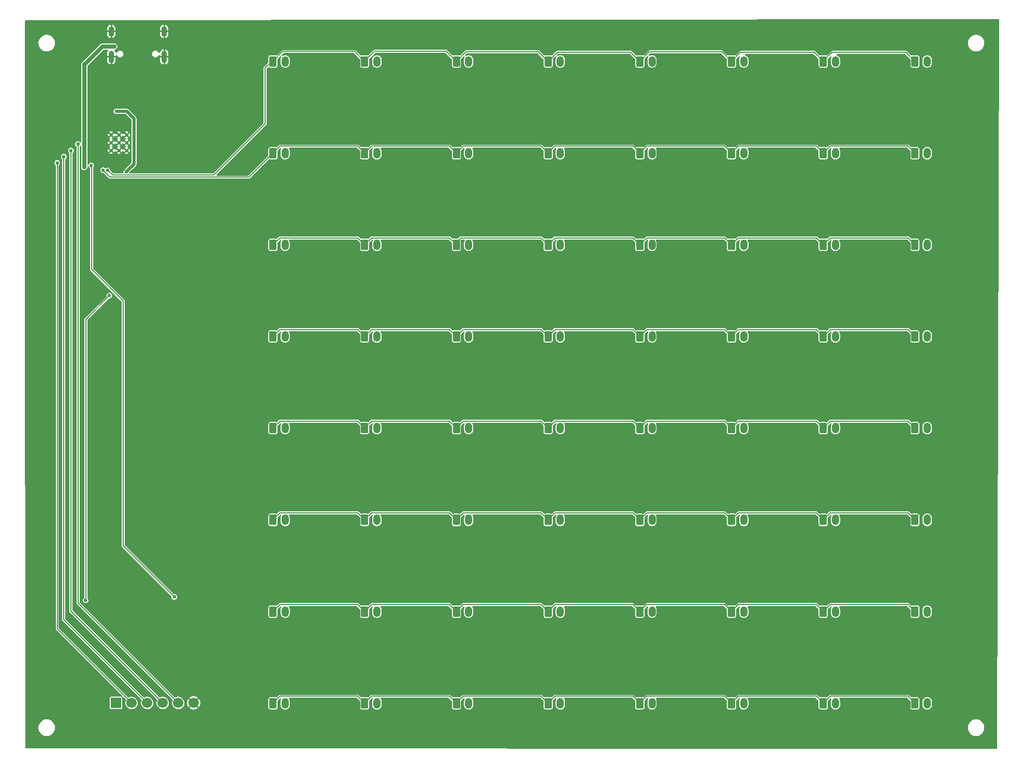
<source format=gbr>
%TF.GenerationSoftware,KiCad,Pcbnew,9.0.1*%
%TF.CreationDate,2025-04-23T11:08:08-04:00*%
%TF.ProjectId,KnH0F,4b6e4830-462e-46b6-9963-61645f706362,rev?*%
%TF.SameCoordinates,Original*%
%TF.FileFunction,Copper,L2,Bot*%
%TF.FilePolarity,Positive*%
%FSLAX46Y46*%
G04 Gerber Fmt 4.6, Leading zero omitted, Abs format (unit mm)*
G04 Created by KiCad (PCBNEW 9.0.1) date 2025-04-23 11:08:08*
%MOMM*%
%LPD*%
G01*
G04 APERTURE LIST*
G04 Aperture macros list*
%AMRoundRect*
0 Rectangle with rounded corners*
0 $1 Rounding radius*
0 $2 $3 $4 $5 $6 $7 $8 $9 X,Y pos of 4 corners*
0 Add a 4 corners polygon primitive as box body*
4,1,4,$2,$3,$4,$5,$6,$7,$8,$9,$2,$3,0*
0 Add four circle primitives for the rounded corners*
1,1,$1+$1,$2,$3*
1,1,$1+$1,$4,$5*
1,1,$1+$1,$6,$7*
1,1,$1+$1,$8,$9*
0 Add four rect primitives between the rounded corners*
20,1,$1+$1,$2,$3,$4,$5,0*
20,1,$1+$1,$4,$5,$6,$7,0*
20,1,$1+$1,$6,$7,$8,$9,0*
20,1,$1+$1,$8,$9,$2,$3,0*%
G04 Aperture macros list end*
%TA.AperFunction,ComponentPad*%
%ADD10RoundRect,0.250000X-0.350000X-0.625000X0.350000X-0.625000X0.350000X0.625000X-0.350000X0.625000X0*%
%TD*%
%TA.AperFunction,ComponentPad*%
%ADD11O,1.200000X1.750000*%
%TD*%
%TA.AperFunction,ComponentPad*%
%ADD12C,0.600000*%
%TD*%
%TA.AperFunction,HeatsinkPad*%
%ADD13O,0.900000X2.000000*%
%TD*%
%TA.AperFunction,HeatsinkPad*%
%ADD14O,0.900000X1.700000*%
%TD*%
%TA.AperFunction,ComponentPad*%
%ADD15R,1.700000X1.700000*%
%TD*%
%TA.AperFunction,ComponentPad*%
%ADD16C,1.700000*%
%TD*%
%TA.AperFunction,ViaPad*%
%ADD17C,0.600000*%
%TD*%
%TA.AperFunction,Conductor*%
%ADD18C,0.200000*%
%TD*%
%TA.AperFunction,Conductor*%
%ADD19C,0.700000*%
%TD*%
%TA.AperFunction,Conductor*%
%ADD20C,0.600000*%
%TD*%
%TA.AperFunction,Conductor*%
%ADD21C,0.800000*%
%TD*%
%TA.AperFunction,Conductor*%
%ADD22C,0.500000*%
%TD*%
G04 APERTURE END LIST*
D10*
%TO.P,SW53,1,1*%
%TO.N,ROW6*%
X121000000Y-117000000D03*
D11*
%TO.P,SW53,2,2*%
%TO.N,Net-(D53-A)*%
X123000000Y-117000000D03*
%TD*%
D10*
%TO.P,SW36,1,1*%
%TO.N,ROW4*%
X106000000Y-87000000D03*
D11*
%TO.P,SW36,2,2*%
%TO.N,Net-(D36-A)*%
X108000000Y-87000000D03*
%TD*%
D10*
%TO.P,SW37,1,1*%
%TO.N,ROW4*%
X121000000Y-87000000D03*
D11*
%TO.P,SW37,2,2*%
%TO.N,Net-(D37-A)*%
X123000000Y-87000000D03*
%TD*%
D10*
%TO.P,SW32,1,1*%
%TO.N,ROW3*%
X166000000Y-72000000D03*
D11*
%TO.P,SW32,2,2*%
%TO.N,Net-(D32-A)*%
X168000000Y-72000000D03*
%TD*%
D10*
%TO.P,SW44,1,1*%
%TO.N,ROW5*%
X106000000Y-102000000D03*
D11*
%TO.P,SW44,2,2*%
%TO.N,Net-(D44-A)*%
X108000000Y-102000000D03*
%TD*%
D10*
%TO.P,SW20,1,1*%
%TO.N,ROW2*%
X106000000Y-57000000D03*
D11*
%TO.P,SW20,2,2*%
%TO.N,Net-(D20-A)*%
X108000000Y-57000000D03*
%TD*%
D10*
%TO.P,SW6,1,1*%
%TO.N,ROW0*%
X136000000Y-27000000D03*
D11*
%TO.P,SW6,2,2*%
%TO.N,Net-(D6-A)*%
X138000000Y-27000000D03*
%TD*%
D10*
%TO.P,SW29,1,1*%
%TO.N,ROW3*%
X121000000Y-72000000D03*
D11*
%TO.P,SW29,2,2*%
%TO.N,Net-(D29-A)*%
X123000000Y-72000000D03*
%TD*%
D10*
%TO.P,SW47,1,1*%
%TO.N,ROW5*%
X151000000Y-102000000D03*
D11*
%TO.P,SW47,2,2*%
%TO.N,Net-(D47-A)*%
X153000000Y-102000000D03*
%TD*%
D10*
%TO.P,SW48,1,1*%
%TO.N,ROW5*%
X166000000Y-102000000D03*
D11*
%TO.P,SW48,2,2*%
%TO.N,Net-(D48-A)*%
X168000000Y-102000000D03*
%TD*%
D10*
%TO.P,SW4,1,1*%
%TO.N,ROW0*%
X106000000Y-27000000D03*
D11*
%TO.P,SW4,2,2*%
%TO.N,Net-(D4-A)*%
X108000000Y-27000000D03*
%TD*%
D10*
%TO.P,SW23,1,1*%
%TO.N,ROW2*%
X151000000Y-57000000D03*
D11*
%TO.P,SW23,2,2*%
%TO.N,Net-(D23-A)*%
X153000000Y-57000000D03*
%TD*%
D10*
%TO.P,SW28,1,1*%
%TO.N,ROW3*%
X106000000Y-72000000D03*
D11*
%TO.P,SW28,2,2*%
%TO.N,Net-(D28-A)*%
X108000000Y-72000000D03*
%TD*%
D10*
%TO.P,SW62,1,1*%
%TO.N,ROW7*%
X136000000Y-132000000D03*
D11*
%TO.P,SW62,2,2*%
%TO.N,Net-(D62-A)*%
X138000000Y-132000000D03*
%TD*%
D10*
%TO.P,SW63,1,1*%
%TO.N,ROW7*%
X151000000Y-132000000D03*
D11*
%TO.P,SW63,2,2*%
%TO.N,Net-(D63-A)*%
X153000000Y-132000000D03*
%TD*%
D10*
%TO.P,SW18,1,1*%
%TO.N,ROW2*%
X76000000Y-57000000D03*
D11*
%TO.P,SW18,2,2*%
%TO.N,Net-(D18-A)*%
X78000000Y-57000000D03*
%TD*%
D10*
%TO.P,SW51,1,1*%
%TO.N,ROW6*%
X91000000Y-117000000D03*
D11*
%TO.P,SW51,2,2*%
%TO.N,Net-(D51-A)*%
X93000000Y-117000000D03*
%TD*%
D10*
%TO.P,SW61,1,1*%
%TO.N,ROW7*%
X121000000Y-132000000D03*
D11*
%TO.P,SW61,2,2*%
%TO.N,Net-(D61-A)*%
X123000000Y-132000000D03*
%TD*%
D10*
%TO.P,SW1,1,1*%
%TO.N,ROW0*%
X61000000Y-27000000D03*
D11*
%TO.P,SW1,2,2*%
%TO.N,Net-(D1-A)*%
X63000000Y-27000000D03*
%TD*%
D10*
%TO.P,SW33,1,1*%
%TO.N,ROW4*%
X61000000Y-87000000D03*
D11*
%TO.P,SW33,2,2*%
%TO.N,Net-(D33-A)*%
X63000000Y-87000000D03*
%TD*%
D10*
%TO.P,SW58,1,1*%
%TO.N,ROW7*%
X76000000Y-132000000D03*
D11*
%TO.P,SW58,2,2*%
%TO.N,Net-(D58-A)*%
X78000000Y-132000000D03*
%TD*%
D10*
%TO.P,SW25,1,1*%
%TO.N,ROW3*%
X61000000Y-72000000D03*
D11*
%TO.P,SW25,2,2*%
%TO.N,Net-(D25-A)*%
X63000000Y-72000000D03*
%TD*%
D10*
%TO.P,SW8,1,1*%
%TO.N,ROW0*%
X166000000Y-27000000D03*
D11*
%TO.P,SW8,2,2*%
%TO.N,Net-(D8-A)*%
X168000000Y-27000000D03*
%TD*%
D10*
%TO.P,SW7,1,1*%
%TO.N,ROW0*%
X151000000Y-27000000D03*
D11*
%TO.P,SW7,2,2*%
%TO.N,Net-(D7-A)*%
X153000000Y-27000000D03*
%TD*%
D10*
%TO.P,SW38,1,1*%
%TO.N,ROW4*%
X136000000Y-87000000D03*
D11*
%TO.P,SW38,2,2*%
%TO.N,Net-(D38-A)*%
X138000000Y-87000000D03*
%TD*%
D10*
%TO.P,SW35,1,1*%
%TO.N,ROW4*%
X91000000Y-87000000D03*
D11*
%TO.P,SW35,2,2*%
%TO.N,Net-(D35-A)*%
X93000000Y-87000000D03*
%TD*%
D10*
%TO.P,SW2,1,1*%
%TO.N,ROW0*%
X76000000Y-27000000D03*
D11*
%TO.P,SW2,2,2*%
%TO.N,Net-(D2-A)*%
X78000000Y-27000000D03*
%TD*%
D10*
%TO.P,SW16,1,1*%
%TO.N,ROW1*%
X166000000Y-42000000D03*
D11*
%TO.P,SW16,2,2*%
%TO.N,Net-(D16-A)*%
X168000000Y-42000000D03*
%TD*%
D10*
%TO.P,SW21,1,1*%
%TO.N,ROW2*%
X121000000Y-57000000D03*
D11*
%TO.P,SW21,2,2*%
%TO.N,Net-(D21-A)*%
X123000000Y-57000000D03*
%TD*%
D10*
%TO.P,SW27,1,1*%
%TO.N,ROW3*%
X91000000Y-72000000D03*
D11*
%TO.P,SW27,2,2*%
%TO.N,Net-(D27-A)*%
X93000000Y-72000000D03*
%TD*%
D10*
%TO.P,SW9,1,1*%
%TO.N,ROW1*%
X61000000Y-42000000D03*
D11*
%TO.P,SW9,2,2*%
%TO.N,Net-(D9-A)*%
X63000000Y-42000000D03*
%TD*%
D10*
%TO.P,SW46,1,1*%
%TO.N,ROW5*%
X136000000Y-102000000D03*
D11*
%TO.P,SW46,2,2*%
%TO.N,Net-(D46-A)*%
X138000000Y-102000000D03*
%TD*%
D10*
%TO.P,SW49,1,1*%
%TO.N,ROW6*%
X61000000Y-117000000D03*
D11*
%TO.P,SW49,2,2*%
%TO.N,Net-(D49-A)*%
X63000000Y-117000000D03*
%TD*%
D10*
%TO.P,SW40,1,1*%
%TO.N,ROW4*%
X166000000Y-87000000D03*
D11*
%TO.P,SW40,2,2*%
%TO.N,Net-(D40-A)*%
X168000000Y-87000000D03*
%TD*%
D10*
%TO.P,SW5,1,1*%
%TO.N,ROW0*%
X121000000Y-27000000D03*
D11*
%TO.P,SW5,2,2*%
%TO.N,Net-(D5-A)*%
X123000000Y-27000000D03*
%TD*%
D10*
%TO.P,SW30,1,1*%
%TO.N,ROW3*%
X136000000Y-72000000D03*
D11*
%TO.P,SW30,2,2*%
%TO.N,Net-(D30-A)*%
X138000000Y-72000000D03*
%TD*%
D10*
%TO.P,SW10,1,1*%
%TO.N,ROW1*%
X76000000Y-42000000D03*
D11*
%TO.P,SW10,2,2*%
%TO.N,Net-(D10-A)*%
X78000000Y-42000000D03*
%TD*%
D10*
%TO.P,SW17,1,1*%
%TO.N,ROW2*%
X61000000Y-57000000D03*
D11*
%TO.P,SW17,2,2*%
%TO.N,Net-(D17-A)*%
X63000000Y-57000000D03*
%TD*%
D10*
%TO.P,SW22,1,1*%
%TO.N,ROW2*%
X136000000Y-57000000D03*
D11*
%TO.P,SW22,2,2*%
%TO.N,Net-(D22-A)*%
X138000000Y-57000000D03*
%TD*%
D10*
%TO.P,SW55,1,1*%
%TO.N,ROW6*%
X151000000Y-117000000D03*
D11*
%TO.P,SW55,2,2*%
%TO.N,Net-(D55-A)*%
X153000000Y-117000000D03*
%TD*%
D10*
%TO.P,SW31,1,1*%
%TO.N,ROW3*%
X151000000Y-72000000D03*
D11*
%TO.P,SW31,2,2*%
%TO.N,Net-(D31-A)*%
X153000000Y-72000000D03*
%TD*%
D10*
%TO.P,SW19,1,1*%
%TO.N,ROW2*%
X91000000Y-57000000D03*
D11*
%TO.P,SW19,2,2*%
%TO.N,Net-(D19-A)*%
X93000000Y-57000000D03*
%TD*%
D10*
%TO.P,SW15,1,1*%
%TO.N,ROW1*%
X151000000Y-42000000D03*
D11*
%TO.P,SW15,2,2*%
%TO.N,Net-(D15-A)*%
X153000000Y-42000000D03*
%TD*%
D10*
%TO.P,SW3,1,1*%
%TO.N,ROW0*%
X91000000Y-27000000D03*
D11*
%TO.P,SW3,2,2*%
%TO.N,Net-(D3-A)*%
X93000000Y-27000000D03*
%TD*%
D10*
%TO.P,SW26,1,1*%
%TO.N,ROW3*%
X76000000Y-72000000D03*
D11*
%TO.P,SW26,2,2*%
%TO.N,Net-(D26-A)*%
X78000000Y-72000000D03*
%TD*%
D10*
%TO.P,SW34,1,1*%
%TO.N,ROW4*%
X76000000Y-87000000D03*
D11*
%TO.P,SW34,2,2*%
%TO.N,Net-(D34-A)*%
X78000000Y-87000000D03*
%TD*%
D10*
%TO.P,SW54,1,1*%
%TO.N,ROW6*%
X136000000Y-117000000D03*
D11*
%TO.P,SW54,2,2*%
%TO.N,Net-(D54-A)*%
X138000000Y-117000000D03*
%TD*%
D10*
%TO.P,SW64,1,1*%
%TO.N,ROW7*%
X166000000Y-132000000D03*
D11*
%TO.P,SW64,2,2*%
%TO.N,Net-(D64-A)*%
X168000000Y-132000000D03*
%TD*%
D10*
%TO.P,SW50,1,1*%
%TO.N,ROW6*%
X76000000Y-117000000D03*
D11*
%TO.P,SW50,2,2*%
%TO.N,Net-(D50-A)*%
X78000000Y-117000000D03*
%TD*%
D10*
%TO.P,SW12,1,1*%
%TO.N,ROW1*%
X106000000Y-42000000D03*
D11*
%TO.P,SW12,2,2*%
%TO.N,Net-(D12-A)*%
X108000000Y-42000000D03*
%TD*%
D10*
%TO.P,SW43,1,1*%
%TO.N,ROW5*%
X91000000Y-102000000D03*
D11*
%TO.P,SW43,2,2*%
%TO.N,Net-(D43-A)*%
X93000000Y-102000000D03*
%TD*%
D10*
%TO.P,SW60,1,1*%
%TO.N,ROW7*%
X106000000Y-132000000D03*
D11*
%TO.P,SW60,2,2*%
%TO.N,Net-(D60-A)*%
X108000000Y-132000000D03*
%TD*%
D10*
%TO.P,SW52,1,1*%
%TO.N,ROW6*%
X106000000Y-117000000D03*
D11*
%TO.P,SW52,2,2*%
%TO.N,Net-(D52-A)*%
X108000000Y-117000000D03*
%TD*%
D10*
%TO.P,SW14,1,1*%
%TO.N,ROW1*%
X136000000Y-42000000D03*
D11*
%TO.P,SW14,2,2*%
%TO.N,Net-(D14-A)*%
X138000000Y-42000000D03*
%TD*%
D10*
%TO.P,SW57,1,1*%
%TO.N,ROW7*%
X61000000Y-132000000D03*
D11*
%TO.P,SW57,2,2*%
%TO.N,Net-(D57-A)*%
X63000000Y-132000000D03*
%TD*%
D10*
%TO.P,SW39,1,1*%
%TO.N,ROW4*%
X151000000Y-87000000D03*
D11*
%TO.P,SW39,2,2*%
%TO.N,Net-(D39-A)*%
X153000000Y-87000000D03*
%TD*%
D10*
%TO.P,SW59,1,1*%
%TO.N,ROW7*%
X91000000Y-132000000D03*
D11*
%TO.P,SW59,2,2*%
%TO.N,Net-(D59-A)*%
X93000000Y-132000000D03*
%TD*%
D10*
%TO.P,SW13,1,1*%
%TO.N,ROW1*%
X121000000Y-42000000D03*
D11*
%TO.P,SW13,2,2*%
%TO.N,Net-(D13-A)*%
X123000000Y-42000000D03*
%TD*%
D10*
%TO.P,SW45,1,1*%
%TO.N,ROW5*%
X121000000Y-102000000D03*
D11*
%TO.P,SW45,2,2*%
%TO.N,Net-(D45-A)*%
X123000000Y-102000000D03*
%TD*%
D10*
%TO.P,SW42,1,1*%
%TO.N,ROW5*%
X76000000Y-102000000D03*
D11*
%TO.P,SW42,2,2*%
%TO.N,Net-(D42-A)*%
X78000000Y-102000000D03*
%TD*%
D10*
%TO.P,SW11,1,1*%
%TO.N,ROW1*%
X91000000Y-42000000D03*
D11*
%TO.P,SW11,2,2*%
%TO.N,Net-(D11-A)*%
X93000000Y-42000000D03*
%TD*%
D10*
%TO.P,SW56,1,1*%
%TO.N,ROW6*%
X166000000Y-117000000D03*
D11*
%TO.P,SW56,2,2*%
%TO.N,Net-(D56-A)*%
X168000000Y-117000000D03*
%TD*%
D10*
%TO.P,SW24,1,1*%
%TO.N,ROW2*%
X166000000Y-57000000D03*
D11*
%TO.P,SW24,2,2*%
%TO.N,Net-(D24-A)*%
X168000000Y-57000000D03*
%TD*%
D10*
%TO.P,SW41,1,1*%
%TO.N,ROW5*%
X61000000Y-102000000D03*
D11*
%TO.P,SW41,2,2*%
%TO.N,Net-(D41-A)*%
X63000000Y-102000000D03*
%TD*%
D12*
%TO.P,U3,57,GND*%
%TO.N,GND*%
X34532746Y-39015000D03*
X34532746Y-40290000D03*
X34532746Y-41565000D03*
X35807746Y-39015000D03*
X35807746Y-40290000D03*
X35807746Y-41565000D03*
X37082746Y-39015000D03*
X37082746Y-40290000D03*
X37082746Y-41565000D03*
%TD*%
D13*
%TO.P,J1,S1,SHIELD*%
%TO.N,GND*%
X43210000Y-26250000D03*
D14*
X43210000Y-22080000D03*
D13*
X34570000Y-26250000D03*
D14*
X34570000Y-22080000D03*
%TD*%
D15*
%TO.P,J2,1,Pin_1*%
%TO.N,+3V3*%
X35350000Y-131960000D03*
D16*
%TO.P,J2,2,Pin_2*%
%TO.N,/GPIO1*%
X37890000Y-131960000D03*
%TO.P,J2,3,Pin_3*%
%TO.N,/GPIO2*%
X40430000Y-131960000D03*
%TO.P,J2,4,Pin_4*%
%TO.N,/GPIO3*%
X42970000Y-131960000D03*
%TO.P,J2,5,Pin_5*%
%TO.N,/GPIO4*%
X45510000Y-131960000D03*
%TO.P,J2,6,Pin_6*%
%TO.N,GND*%
X48050000Y-131960000D03*
%TD*%
D17*
%TO.N,+5V*%
X30140000Y-44300000D03*
X35050000Y-24560000D03*
%TO.N,GND*%
X43840000Y-36010000D03*
X28530000Y-70400000D03*
X33152500Y-31120000D03*
X25182500Y-33960000D03*
X43840000Y-34170000D03*
X28530000Y-67170000D03*
%TO.N,+1V1*%
X37757746Y-35842328D03*
X35382500Y-35160000D03*
X37002500Y-45050000D03*
%TO.N,/RUN*%
X34260000Y-65320000D03*
X30360000Y-115180000D03*
%TO.N,/GPIO3*%
X27980000Y-41553333D03*
%TO.N,/GPIO2*%
X26810000Y-42570000D03*
%TO.N,/GPIO1*%
X25720000Y-43600000D03*
%TO.N,ROW0*%
X33980000Y-44810000D03*
%TO.N,ROW1*%
X33220000Y-44790000D03*
%TO.N,/GPIO4*%
X29120000Y-40530000D03*
%TO.N,/HWTEST*%
X31300000Y-44020000D03*
X44870000Y-114600000D03*
%TD*%
D18*
%TO.N,ROW0*%
X59730000Y-37180000D02*
X59730000Y-28050000D01*
%TO.N,ROW1*%
X33220000Y-44790000D02*
X33220000Y-44829232D01*
X33220000Y-44829232D02*
X34342768Y-45952000D01*
X57048000Y-45952000D02*
X61000000Y-42000000D01*
X34342768Y-45952000D02*
X57048000Y-45952000D01*
%TO.N,ROW0*%
X76000000Y-26960000D02*
X77610000Y-25350000D01*
%TO.N,ROW1*%
X89874000Y-40874000D02*
X91000000Y-42000000D01*
X74874000Y-40874000D02*
X76000000Y-42000000D01*
X106000000Y-42000000D02*
X107126000Y-40874000D01*
X122126000Y-40874000D02*
X134874000Y-40874000D01*
X119874000Y-40874000D02*
X121000000Y-42000000D01*
X164874000Y-40874000D02*
X166000000Y-42000000D01*
X107126000Y-40874000D02*
X119874000Y-40874000D01*
X134874000Y-40874000D02*
X136000000Y-42000000D01*
X152126000Y-40874000D02*
X164874000Y-40874000D01*
X151000000Y-42000000D02*
X152126000Y-40874000D01*
X121000000Y-42000000D02*
X122126000Y-40874000D01*
X149874000Y-40874000D02*
X151000000Y-42000000D01*
X62126000Y-40874000D02*
X74874000Y-40874000D01*
X137126000Y-40874000D02*
X149874000Y-40874000D01*
X76000000Y-42000000D02*
X77126000Y-40874000D01*
X77126000Y-40874000D02*
X89874000Y-40874000D01*
X61000000Y-42000000D02*
X62126000Y-40874000D01*
X92126000Y-40874000D02*
X104874000Y-40874000D01*
X91000000Y-42000000D02*
X92126000Y-40874000D01*
X104874000Y-40874000D02*
X106000000Y-42000000D01*
X136000000Y-42000000D02*
X137126000Y-40874000D01*
%TO.N,ROW2*%
X104874000Y-55874000D02*
X91686000Y-55874000D01*
X74874000Y-55874000D02*
X62126000Y-55874000D01*
X89874000Y-55874000D02*
X77126000Y-55874000D01*
X121000000Y-57000000D02*
X119874000Y-55874000D01*
X134874000Y-55874000D02*
X122126000Y-55874000D01*
X164874000Y-55874000D02*
X152126000Y-55874000D01*
X122126000Y-55874000D02*
X121000000Y-57000000D01*
X76000000Y-57000000D02*
X74874000Y-55874000D01*
X62126000Y-55874000D02*
X61000000Y-57000000D01*
X151000000Y-57000000D02*
X149874000Y-55874000D01*
X136000000Y-57000000D02*
X134874000Y-55874000D01*
X137126000Y-55874000D02*
X136000000Y-57000000D01*
X91686000Y-55874000D02*
X90560000Y-57000000D01*
X77126000Y-55874000D02*
X76000000Y-57000000D01*
X119874000Y-55874000D02*
X107126000Y-55874000D01*
X106000000Y-57000000D02*
X104874000Y-55874000D01*
X152126000Y-55874000D02*
X151000000Y-57000000D01*
X107126000Y-55874000D02*
X106000000Y-57000000D01*
X166000000Y-57000000D02*
X164874000Y-55874000D01*
X91000000Y-57000000D02*
X89874000Y-55874000D01*
X149874000Y-55874000D02*
X137126000Y-55874000D01*
X90560000Y-57000000D02*
X91000000Y-57000000D01*
%TO.N,ROW3*%
X62126000Y-70874000D02*
X74874000Y-70874000D01*
X149874000Y-70874000D02*
X151000000Y-72000000D01*
X151000000Y-72000000D02*
X152126000Y-70874000D01*
X121000000Y-72000000D02*
X122126000Y-70874000D01*
X106000000Y-72000000D02*
X107126000Y-70874000D01*
X91000000Y-72000000D02*
X92126000Y-70874000D01*
X61000000Y-72000000D02*
X62126000Y-70874000D01*
X119874000Y-70874000D02*
X121000000Y-72000000D01*
X104874000Y-70874000D02*
X106000000Y-72000000D01*
X137126000Y-70874000D02*
X149874000Y-70874000D01*
X77126000Y-70874000D02*
X89874000Y-70874000D01*
X76000000Y-72000000D02*
X77126000Y-70874000D01*
X164874000Y-70874000D02*
X166000000Y-72000000D01*
X89874000Y-70874000D02*
X91000000Y-72000000D01*
X122126000Y-70874000D02*
X134874000Y-70874000D01*
X136000000Y-72000000D02*
X137126000Y-70874000D01*
X107126000Y-70874000D02*
X119874000Y-70874000D01*
X152126000Y-70874000D02*
X164874000Y-70874000D01*
X74874000Y-70874000D02*
X76000000Y-72000000D01*
X92126000Y-70874000D02*
X104874000Y-70874000D01*
X134874000Y-70874000D02*
X136000000Y-72000000D01*
%TO.N,ROW4*%
X164874000Y-85874000D02*
X152126000Y-85874000D01*
X137126000Y-85874000D02*
X136000000Y-87000000D01*
X121000000Y-87000000D02*
X119874000Y-85874000D01*
X77126000Y-85874000D02*
X76000000Y-87000000D01*
X136000000Y-87000000D02*
X134874000Y-85874000D01*
X104874000Y-85874000D02*
X92126000Y-85874000D01*
X166000000Y-87000000D02*
X164874000Y-85874000D01*
X62126000Y-85874000D02*
X61000000Y-87000000D01*
X107126000Y-85874000D02*
X106000000Y-87000000D01*
X76000000Y-87000000D02*
X74874000Y-85874000D01*
X106000000Y-87000000D02*
X104874000Y-85874000D01*
X91000000Y-87000000D02*
X89874000Y-85874000D01*
X89874000Y-85874000D02*
X77126000Y-85874000D01*
X151000000Y-87000000D02*
X149874000Y-85874000D01*
X149874000Y-85874000D02*
X137126000Y-85874000D01*
X152126000Y-85874000D02*
X151000000Y-87000000D01*
X119874000Y-85874000D02*
X107126000Y-85874000D01*
X134874000Y-85874000D02*
X122126000Y-85874000D01*
X74874000Y-85874000D02*
X62126000Y-85874000D01*
X122126000Y-85874000D02*
X121000000Y-87000000D01*
X92126000Y-85874000D02*
X91000000Y-87000000D01*
%TO.N,ROW5*%
X164874000Y-100874000D02*
X166000000Y-102000000D01*
X77126000Y-100874000D02*
X89874000Y-100874000D01*
X61000000Y-102000000D02*
X62126000Y-100874000D01*
X104874000Y-100874000D02*
X106000000Y-102000000D01*
X136000000Y-102000000D02*
X137126000Y-100874000D01*
X149874000Y-100874000D02*
X151000000Y-102000000D01*
X134874000Y-100874000D02*
X136000000Y-102000000D01*
X137126000Y-100874000D02*
X149874000Y-100874000D01*
X119874000Y-100874000D02*
X121000000Y-102000000D01*
X122126000Y-100874000D02*
X134874000Y-100874000D01*
X91000000Y-102000000D02*
X92126000Y-100874000D01*
X152126000Y-100874000D02*
X164874000Y-100874000D01*
X151000000Y-102000000D02*
X152126000Y-100874000D01*
X89874000Y-100874000D02*
X91000000Y-102000000D01*
X92126000Y-100874000D02*
X104874000Y-100874000D01*
X121000000Y-102000000D02*
X122126000Y-100874000D01*
X107126000Y-100874000D02*
X119874000Y-100874000D01*
X76000000Y-102000000D02*
X77126000Y-100874000D01*
X74874000Y-100874000D02*
X76000000Y-102000000D01*
X62126000Y-100874000D02*
X74874000Y-100874000D01*
X106000000Y-102000000D02*
X107126000Y-100874000D01*
%TO.N,ROW6*%
X104874000Y-115874000D02*
X92126000Y-115874000D01*
X149874000Y-115874000D02*
X137126000Y-115874000D01*
X62126000Y-115874000D02*
X61000000Y-117000000D01*
X166000000Y-117000000D02*
X164874000Y-115874000D01*
X76000000Y-117000000D02*
X74874000Y-115874000D01*
X134874000Y-115874000D02*
X122126000Y-115874000D01*
X77126000Y-115874000D02*
X76000000Y-117000000D01*
X152126000Y-115874000D02*
X151000000Y-117000000D01*
X92126000Y-115874000D02*
X91000000Y-117000000D01*
X107126000Y-115874000D02*
X106000000Y-117000000D01*
X151000000Y-117000000D02*
X149874000Y-115874000D01*
X89874000Y-115874000D02*
X77126000Y-115874000D01*
X121000000Y-117000000D02*
X119874000Y-115874000D01*
X137126000Y-115874000D02*
X136000000Y-117000000D01*
X119874000Y-115874000D02*
X107126000Y-115874000D01*
X122126000Y-115874000D02*
X121000000Y-117000000D01*
X106000000Y-117000000D02*
X104874000Y-115874000D01*
X74874000Y-115874000D02*
X62126000Y-115874000D01*
X136000000Y-117000000D02*
X134874000Y-115874000D01*
X164874000Y-115874000D02*
X152126000Y-115874000D01*
X91000000Y-117000000D02*
X89874000Y-115874000D01*
%TO.N,ROW7*%
X136000000Y-132000000D02*
X137126000Y-130874000D01*
X119874000Y-130874000D02*
X121000000Y-132000000D01*
%TO.N,ROW0*%
X137460000Y-25540000D02*
X149540000Y-25540000D01*
X62620000Y-25380000D02*
X74380000Y-25380000D01*
X152460000Y-25540000D02*
X164540000Y-25540000D01*
X74380000Y-25380000D02*
X76000000Y-27000000D01*
X92560000Y-25440000D02*
X104440000Y-25440000D01*
X61000000Y-27000000D02*
X62620000Y-25380000D01*
X77610000Y-25350000D02*
X89350000Y-25350000D01*
X91000000Y-27000000D02*
X92560000Y-25440000D01*
X134440000Y-25440000D02*
X136000000Y-27000000D01*
X60780000Y-27000000D02*
X61000000Y-27000000D01*
X89350000Y-25350000D02*
X91000000Y-27000000D01*
X149540000Y-25540000D02*
X151000000Y-27000000D01*
X59730000Y-28050000D02*
X60780000Y-27000000D01*
X107520000Y-25480000D02*
X119480000Y-25480000D01*
X136000000Y-27000000D02*
X137460000Y-25540000D01*
X122560000Y-25440000D02*
X134440000Y-25440000D01*
X104440000Y-25440000D02*
X106000000Y-27000000D01*
X164540000Y-25540000D02*
X166000000Y-27000000D01*
X119480000Y-25480000D02*
X121000000Y-27000000D01*
X151000000Y-27000000D02*
X152460000Y-25540000D01*
X106000000Y-27000000D02*
X107520000Y-25480000D01*
X121000000Y-27000000D02*
X122560000Y-25440000D01*
X76000000Y-27000000D02*
X76000000Y-26960000D01*
%TO.N,ROW7*%
X92126000Y-130874000D02*
X104874000Y-130874000D01*
X104874000Y-130874000D02*
X106000000Y-132000000D01*
X107126000Y-130874000D02*
X119874000Y-130874000D01*
X77126000Y-130874000D02*
X89874000Y-130874000D01*
X152126000Y-130874000D02*
X164874000Y-130874000D01*
X76000000Y-132000000D02*
X77126000Y-130874000D01*
X89874000Y-130874000D02*
X91000000Y-132000000D01*
X106000000Y-132000000D02*
X107126000Y-130874000D01*
X121000000Y-132000000D02*
X122126000Y-130874000D01*
X151000000Y-132000000D02*
X152126000Y-130874000D01*
X61000000Y-132000000D02*
X62126000Y-130874000D01*
X149874000Y-130874000D02*
X151000000Y-132000000D01*
X164874000Y-130874000D02*
X166000000Y-132000000D01*
X134874000Y-130874000D02*
X136000000Y-132000000D01*
X74874000Y-130874000D02*
X76000000Y-132000000D01*
X91000000Y-132000000D02*
X92126000Y-130874000D01*
X62126000Y-130874000D02*
X74874000Y-130874000D01*
X122126000Y-130874000D02*
X134874000Y-130874000D01*
X137126000Y-130874000D02*
X149874000Y-130874000D01*
D19*
%TO.N,+5V*%
X35050000Y-24560000D02*
X33140000Y-24560000D01*
X30140000Y-27480000D02*
X30140000Y-44300000D01*
X30220000Y-27480000D02*
X33140000Y-24560000D01*
D20*
%TO.N,GND*%
X28530000Y-67170000D02*
X28530000Y-70400000D01*
D21*
X43840000Y-34170000D02*
X43840000Y-36010000D01*
D22*
%TO.N,+1V1*%
X38290000Y-36374582D02*
X37757746Y-35842328D01*
X37075418Y-35160000D02*
X37757746Y-35842328D01*
X38290000Y-43762500D02*
X37002500Y-45050000D01*
X38290000Y-43762500D02*
X38290000Y-36374582D01*
X35382500Y-35160000D02*
X37075418Y-35160000D01*
D18*
%TO.N,/RUN*%
X30380000Y-115160000D02*
X30360000Y-115180000D01*
X34260000Y-65330000D02*
X34260000Y-65320000D01*
X30380000Y-69210000D02*
X30380000Y-115160000D01*
X30380000Y-69210000D02*
X34260000Y-65330000D01*
%TO.N,/GPIO3*%
X27980000Y-41553333D02*
X27980000Y-116970000D01*
X27980000Y-116970000D02*
X42970000Y-131960000D01*
%TO.N,/GPIO2*%
X26810000Y-118340000D02*
X40430000Y-131960000D01*
X26810000Y-42570000D02*
X26810000Y-118340000D01*
%TO.N,/GPIO1*%
X25720000Y-43600000D02*
X25720000Y-119790000D01*
X25720000Y-119790000D02*
X37890000Y-131960000D01*
%TO.N,/GPIO4*%
X29120000Y-40530000D02*
X29120000Y-115570000D01*
X29120000Y-115570000D02*
X45510000Y-131960000D01*
%TO.N,/HWTEST*%
X31310000Y-60980000D02*
X31310000Y-44200000D01*
X44870000Y-114600000D02*
X36480000Y-106210000D01*
X36480000Y-66150000D02*
X31310000Y-60980000D01*
X31310000Y-44200000D02*
X31130000Y-44020000D01*
X36480000Y-106210000D02*
X36480000Y-66150000D01*
%TO.N,ROW0*%
X34781000Y-45601000D02*
X51309000Y-45601000D01*
X33980000Y-44810000D02*
X33990000Y-44810000D01*
X33990000Y-44810000D02*
X34781000Y-45601000D01*
X59730000Y-37180000D02*
X51309000Y-45601000D01*
%TD*%
%TA.AperFunction,Conductor*%
%TO.N,GND*%
G36*
X179692582Y-20079763D02*
G01*
X179738410Y-20132504D01*
X179749687Y-20184482D01*
X179450310Y-139386194D01*
X179430457Y-139453184D01*
X179377538Y-139498806D01*
X179326193Y-139509883D01*
X20603851Y-139360116D01*
X20536830Y-139340368D01*
X20491125Y-139287521D01*
X20479968Y-139236150D01*
X20479127Y-135893713D01*
X22649500Y-135893713D01*
X22649500Y-136106286D01*
X22682753Y-136316239D01*
X22748444Y-136518414D01*
X22844951Y-136707820D01*
X22969890Y-136879786D01*
X23120213Y-137030109D01*
X23292179Y-137155048D01*
X23292181Y-137155049D01*
X23292184Y-137155051D01*
X23481588Y-137251557D01*
X23683757Y-137317246D01*
X23893713Y-137350500D01*
X23893714Y-137350500D01*
X24106286Y-137350500D01*
X24106287Y-137350500D01*
X24316243Y-137317246D01*
X24518412Y-137251557D01*
X24707816Y-137155051D01*
X24729789Y-137139086D01*
X24879786Y-137030109D01*
X24879788Y-137030106D01*
X24879792Y-137030104D01*
X25030104Y-136879792D01*
X25030106Y-136879788D01*
X25030109Y-136879786D01*
X25155048Y-136707820D01*
X25155047Y-136707820D01*
X25155051Y-136707816D01*
X25251557Y-136518412D01*
X25317246Y-136316243D01*
X25350500Y-136106287D01*
X25350500Y-135893713D01*
X174649500Y-135893713D01*
X174649500Y-136106286D01*
X174682753Y-136316239D01*
X174748444Y-136518414D01*
X174844951Y-136707820D01*
X174969890Y-136879786D01*
X175120213Y-137030109D01*
X175292179Y-137155048D01*
X175292181Y-137155049D01*
X175292184Y-137155051D01*
X175481588Y-137251557D01*
X175683757Y-137317246D01*
X175893713Y-137350500D01*
X175893714Y-137350500D01*
X176106286Y-137350500D01*
X176106287Y-137350500D01*
X176316243Y-137317246D01*
X176518412Y-137251557D01*
X176707816Y-137155051D01*
X176729789Y-137139086D01*
X176879786Y-137030109D01*
X176879788Y-137030106D01*
X176879792Y-137030104D01*
X177030104Y-136879792D01*
X177030106Y-136879788D01*
X177030109Y-136879786D01*
X177155048Y-136707820D01*
X177155047Y-136707820D01*
X177155051Y-136707816D01*
X177251557Y-136518412D01*
X177317246Y-136316243D01*
X177350500Y-136106287D01*
X177350500Y-135893713D01*
X177317246Y-135683757D01*
X177251557Y-135481588D01*
X177155051Y-135292184D01*
X177155049Y-135292181D01*
X177155048Y-135292179D01*
X177030109Y-135120213D01*
X176879786Y-134969890D01*
X176707820Y-134844951D01*
X176518414Y-134748444D01*
X176518413Y-134748443D01*
X176518412Y-134748443D01*
X176316243Y-134682754D01*
X176316241Y-134682753D01*
X176316240Y-134682753D01*
X176154957Y-134657208D01*
X176106287Y-134649500D01*
X175893713Y-134649500D01*
X175845042Y-134657208D01*
X175683760Y-134682753D01*
X175481585Y-134748444D01*
X175292179Y-134844951D01*
X175120213Y-134969890D01*
X174969890Y-135120213D01*
X174844951Y-135292179D01*
X174748444Y-135481585D01*
X174682753Y-135683760D01*
X174649500Y-135893713D01*
X25350500Y-135893713D01*
X25317246Y-135683757D01*
X25251557Y-135481588D01*
X25155051Y-135292184D01*
X25155049Y-135292181D01*
X25155048Y-135292179D01*
X25030109Y-135120213D01*
X24879786Y-134969890D01*
X24707820Y-134844951D01*
X24518414Y-134748444D01*
X24518413Y-134748443D01*
X24518412Y-134748443D01*
X24316243Y-134682754D01*
X24316241Y-134682753D01*
X24316240Y-134682753D01*
X24154957Y-134657208D01*
X24106287Y-134649500D01*
X23893713Y-134649500D01*
X23845042Y-134657208D01*
X23683760Y-134682753D01*
X23481585Y-134748444D01*
X23292179Y-134844951D01*
X23120213Y-134969890D01*
X22969890Y-135120213D01*
X22844951Y-135292179D01*
X22748444Y-135481585D01*
X22682753Y-135683760D01*
X22649500Y-135893713D01*
X20479127Y-135893713D01*
X20459088Y-56266147D01*
X20455886Y-43540691D01*
X25269500Y-43540691D01*
X25269500Y-43659309D01*
X25300201Y-43773886D01*
X25359511Y-43876613D01*
X25359513Y-43876615D01*
X25433181Y-43950283D01*
X25466666Y-44011606D01*
X25469500Y-44037964D01*
X25469500Y-119839829D01*
X25507636Y-119931897D01*
X36325753Y-130750014D01*
X36359238Y-130811337D01*
X36354254Y-130881029D01*
X36312382Y-130936962D01*
X36246918Y-130961379D01*
X36220918Y-130959754D01*
X36220885Y-130960097D01*
X36214823Y-130959500D01*
X36214820Y-130959500D01*
X34485180Y-130959500D01*
X34485178Y-130959500D01*
X34441282Y-130968231D01*
X34441275Y-130968234D01*
X34391496Y-131001495D01*
X34391495Y-131001496D01*
X34358234Y-131051275D01*
X34358231Y-131051282D01*
X34349500Y-131095177D01*
X34349500Y-131095180D01*
X34349500Y-132824820D01*
X34349500Y-132824822D01*
X34349499Y-132824822D01*
X34358231Y-132868717D01*
X34358234Y-132868724D01*
X34391495Y-132918503D01*
X34391496Y-132918504D01*
X34423797Y-132940087D01*
X34441278Y-132951767D01*
X34441281Y-132951767D01*
X34441282Y-132951768D01*
X34485177Y-132960500D01*
X34485180Y-132960500D01*
X36214822Y-132960500D01*
X36258717Y-132951768D01*
X36258717Y-132951767D01*
X36258722Y-132951767D01*
X36308504Y-132918504D01*
X36341767Y-132868722D01*
X36350500Y-132824820D01*
X36350500Y-131095180D01*
X36350500Y-131095177D01*
X36349903Y-131089115D01*
X36351327Y-131088974D01*
X36356912Y-131026533D01*
X36399772Y-130971353D01*
X36465660Y-130948105D01*
X36533658Y-130964170D01*
X36559985Y-130984246D01*
X36961903Y-131386164D01*
X36995388Y-131447487D01*
X36990404Y-131517179D01*
X36988783Y-131521297D01*
X36927950Y-131668160D01*
X36927947Y-131668170D01*
X36889500Y-131861456D01*
X36889500Y-131861459D01*
X36889500Y-132058541D01*
X36889500Y-132058543D01*
X36889499Y-132058543D01*
X36927947Y-132251829D01*
X36927950Y-132251839D01*
X37003364Y-132433907D01*
X37003371Y-132433920D01*
X37112860Y-132597781D01*
X37112863Y-132597785D01*
X37252214Y-132737136D01*
X37252218Y-132737139D01*
X37416079Y-132846628D01*
X37416092Y-132846635D01*
X37598160Y-132922049D01*
X37598165Y-132922051D01*
X37598169Y-132922051D01*
X37598170Y-132922052D01*
X37791456Y-132960500D01*
X37791459Y-132960500D01*
X37988543Y-132960500D01*
X38118582Y-132934632D01*
X38181835Y-132922051D01*
X38363914Y-132846632D01*
X38527782Y-132737139D01*
X38667139Y-132597782D01*
X38776632Y-132433914D01*
X38852051Y-132251835D01*
X38890500Y-132058541D01*
X38890500Y-131861459D01*
X38890500Y-131861456D01*
X38852052Y-131668170D01*
X38852051Y-131668169D01*
X38852051Y-131668165D01*
X38818881Y-131588084D01*
X38776635Y-131486092D01*
X38776628Y-131486079D01*
X38667139Y-131322218D01*
X38667136Y-131322214D01*
X38527785Y-131182863D01*
X38527781Y-131182860D01*
X38363920Y-131073371D01*
X38363907Y-131073364D01*
X38181839Y-130997950D01*
X38181829Y-130997947D01*
X37988543Y-130959500D01*
X37988541Y-130959500D01*
X37791459Y-130959500D01*
X37791457Y-130959500D01*
X37598170Y-130997947D01*
X37598160Y-130997950D01*
X37451297Y-131058783D01*
X37381828Y-131066252D01*
X37319349Y-131034977D01*
X37316164Y-131031903D01*
X26006819Y-119722558D01*
X25973334Y-119661235D01*
X25970500Y-119634877D01*
X25970500Y-44037964D01*
X25990185Y-43970925D01*
X26006819Y-43950283D01*
X26040014Y-43917088D01*
X26080489Y-43876613D01*
X26139799Y-43773886D01*
X26170500Y-43659309D01*
X26170500Y-43540691D01*
X26139799Y-43426114D01*
X26080489Y-43323387D01*
X25996613Y-43239511D01*
X25893886Y-43180201D01*
X25779309Y-43149500D01*
X25660691Y-43149500D01*
X25546114Y-43180201D01*
X25546112Y-43180201D01*
X25546112Y-43180202D01*
X25443387Y-43239511D01*
X25443384Y-43239513D01*
X25359513Y-43323384D01*
X25359511Y-43323387D01*
X25300201Y-43426114D01*
X25269500Y-43540691D01*
X20455886Y-43540691D01*
X20455884Y-43532595D01*
X20455627Y-42510691D01*
X26359500Y-42510691D01*
X26359500Y-42629309D01*
X26390201Y-42743886D01*
X26449511Y-42846613D01*
X26449513Y-42846615D01*
X26523181Y-42920283D01*
X26556666Y-42981606D01*
X26559500Y-43007964D01*
X26559500Y-118389829D01*
X26597636Y-118481897D01*
X39501903Y-131386164D01*
X39535388Y-131447487D01*
X39530404Y-131517179D01*
X39528783Y-131521297D01*
X39467950Y-131668160D01*
X39467947Y-131668170D01*
X39429500Y-131861456D01*
X39429500Y-131861459D01*
X39429500Y-132058541D01*
X39429500Y-132058543D01*
X39429499Y-132058543D01*
X39467947Y-132251829D01*
X39467950Y-132251839D01*
X39543364Y-132433907D01*
X39543371Y-132433920D01*
X39652860Y-132597781D01*
X39652863Y-132597785D01*
X39792214Y-132737136D01*
X39792218Y-132737139D01*
X39956079Y-132846628D01*
X39956092Y-132846635D01*
X40138160Y-132922049D01*
X40138165Y-132922051D01*
X40138169Y-132922051D01*
X40138170Y-132922052D01*
X40331456Y-132960500D01*
X40331459Y-132960500D01*
X40528543Y-132960500D01*
X40658582Y-132934632D01*
X40721835Y-132922051D01*
X40903914Y-132846632D01*
X41067782Y-132737139D01*
X41207139Y-132597782D01*
X41316632Y-132433914D01*
X41392051Y-132251835D01*
X41430500Y-132058541D01*
X41430500Y-131861459D01*
X41430500Y-131861456D01*
X41392052Y-131668170D01*
X41392051Y-131668169D01*
X41392051Y-131668165D01*
X41358881Y-131588084D01*
X41316635Y-131486092D01*
X41316628Y-131486079D01*
X41207139Y-131322218D01*
X41207136Y-131322214D01*
X41067785Y-131182863D01*
X41067781Y-131182860D01*
X40903920Y-131073371D01*
X40903907Y-131073364D01*
X40721839Y-130997950D01*
X40721829Y-130997947D01*
X40528543Y-130959500D01*
X40528541Y-130959500D01*
X40331459Y-130959500D01*
X40331457Y-130959500D01*
X40138170Y-130997947D01*
X40138160Y-130997950D01*
X39991297Y-131058783D01*
X39921828Y-131066252D01*
X39859349Y-131034977D01*
X39856164Y-131031903D01*
X27096819Y-118272558D01*
X27063334Y-118211235D01*
X27060500Y-118184877D01*
X27060500Y-43007964D01*
X27080185Y-42940925D01*
X27096819Y-42920283D01*
X27170489Y-42846613D01*
X27229799Y-42743886D01*
X27260500Y-42629309D01*
X27260500Y-42510691D01*
X27229799Y-42396114D01*
X27170489Y-42293387D01*
X27086613Y-42209511D01*
X26983886Y-42150201D01*
X26869309Y-42119500D01*
X26750691Y-42119500D01*
X26636114Y-42150201D01*
X26636112Y-42150201D01*
X26636112Y-42150202D01*
X26533387Y-42209511D01*
X26533384Y-42209513D01*
X26449513Y-42293384D01*
X26449511Y-42293387D01*
X26419784Y-42344876D01*
X26390201Y-42396114D01*
X26359500Y-42510691D01*
X20455627Y-42510691D01*
X20455625Y-42502595D01*
X20455371Y-41494024D01*
X27529500Y-41494024D01*
X27529500Y-41612642D01*
X27560201Y-41727219D01*
X27619511Y-41829946D01*
X27619513Y-41829948D01*
X27693181Y-41903616D01*
X27726666Y-41964939D01*
X27729500Y-41991297D01*
X27729500Y-117019829D01*
X27767636Y-117111897D01*
X42041903Y-131386164D01*
X42075388Y-131447487D01*
X42070404Y-131517179D01*
X42068783Y-131521297D01*
X42007950Y-131668160D01*
X42007947Y-131668170D01*
X41969500Y-131861456D01*
X41969500Y-131861459D01*
X41969500Y-132058541D01*
X41969500Y-132058543D01*
X41969499Y-132058543D01*
X42007947Y-132251829D01*
X42007950Y-132251839D01*
X42083364Y-132433907D01*
X42083371Y-132433920D01*
X42192860Y-132597781D01*
X42192863Y-132597785D01*
X42332214Y-132737136D01*
X42332218Y-132737139D01*
X42496079Y-132846628D01*
X42496092Y-132846635D01*
X42678160Y-132922049D01*
X42678165Y-132922051D01*
X42678169Y-132922051D01*
X42678170Y-132922052D01*
X42871456Y-132960500D01*
X42871459Y-132960500D01*
X43068543Y-132960500D01*
X43198582Y-132934632D01*
X43261835Y-132922051D01*
X43443914Y-132846632D01*
X43607782Y-132737139D01*
X43747139Y-132597782D01*
X43856632Y-132433914D01*
X43932051Y-132251835D01*
X43970500Y-132058541D01*
X43970500Y-131861459D01*
X43970500Y-131861456D01*
X43932052Y-131668170D01*
X43932051Y-131668169D01*
X43932051Y-131668165D01*
X43898881Y-131588084D01*
X43856635Y-131486092D01*
X43856628Y-131486079D01*
X43747139Y-131322218D01*
X43747136Y-131322214D01*
X43607785Y-131182863D01*
X43607781Y-131182860D01*
X43443920Y-131073371D01*
X43443907Y-131073364D01*
X43261839Y-130997950D01*
X43261829Y-130997947D01*
X43068543Y-130959500D01*
X43068541Y-130959500D01*
X42871459Y-130959500D01*
X42871457Y-130959500D01*
X42678170Y-130997947D01*
X42678160Y-130997950D01*
X42531297Y-131058783D01*
X42461828Y-131066252D01*
X42399349Y-131034977D01*
X42396164Y-131031903D01*
X28266819Y-116902558D01*
X28233334Y-116841235D01*
X28230500Y-116814877D01*
X28230500Y-41991297D01*
X28250185Y-41924258D01*
X28266819Y-41903616D01*
X28340489Y-41829946D01*
X28399799Y-41727219D01*
X28430500Y-41612642D01*
X28430500Y-41494024D01*
X28399799Y-41379447D01*
X28340489Y-41276720D01*
X28256613Y-41192844D01*
X28153886Y-41133534D01*
X28039309Y-41102833D01*
X27920691Y-41102833D01*
X27806114Y-41133534D01*
X27806112Y-41133534D01*
X27806112Y-41133535D01*
X27703387Y-41192844D01*
X27703384Y-41192846D01*
X27619513Y-41276717D01*
X27619511Y-41276720D01*
X27565938Y-41369511D01*
X27560201Y-41379447D01*
X27529500Y-41494024D01*
X20455371Y-41494024D01*
X20455369Y-41485928D01*
X20455113Y-40470691D01*
X28669500Y-40470691D01*
X28669500Y-40589309D01*
X28700201Y-40703886D01*
X28759511Y-40806613D01*
X28759513Y-40806615D01*
X28833181Y-40880283D01*
X28866666Y-40941606D01*
X28869500Y-40967964D01*
X28869500Y-115619829D01*
X28907636Y-115711897D01*
X44581903Y-131386164D01*
X44615388Y-131447487D01*
X44610404Y-131517179D01*
X44608783Y-131521297D01*
X44547950Y-131668160D01*
X44547947Y-131668170D01*
X44509500Y-131861456D01*
X44509500Y-131861459D01*
X44509500Y-132058541D01*
X44509500Y-132058543D01*
X44509499Y-132058543D01*
X44547947Y-132251829D01*
X44547950Y-132251839D01*
X44623364Y-132433907D01*
X44623371Y-132433920D01*
X44732860Y-132597781D01*
X44732863Y-132597785D01*
X44872214Y-132737136D01*
X44872218Y-132737139D01*
X45036079Y-132846628D01*
X45036092Y-132846635D01*
X45218160Y-132922049D01*
X45218165Y-132922051D01*
X45218169Y-132922051D01*
X45218170Y-132922052D01*
X45411456Y-132960500D01*
X45411459Y-132960500D01*
X45608543Y-132960500D01*
X45738582Y-132934632D01*
X45801835Y-132922051D01*
X45983914Y-132846632D01*
X46147782Y-132737139D01*
X46147785Y-132737136D01*
X46197960Y-132686962D01*
X46287136Y-132597785D01*
X46287139Y-132597782D01*
X46396632Y-132433914D01*
X46472051Y-132251835D01*
X46510500Y-132058541D01*
X46510500Y-131873428D01*
X46950000Y-131873428D01*
X46950000Y-132046571D01*
X46977085Y-132217584D01*
X47030591Y-132382257D01*
X47109194Y-132536521D01*
X47188097Y-132645124D01*
X47619269Y-132213952D01*
X47649901Y-132267007D01*
X47742993Y-132360099D01*
X47796046Y-132390729D01*
X47364874Y-132821901D01*
X47473478Y-132900805D01*
X47627742Y-132979408D01*
X47792415Y-133032914D01*
X47963429Y-133060000D01*
X48136571Y-133060000D01*
X48307584Y-133032914D01*
X48472257Y-132979408D01*
X48626528Y-132900801D01*
X48735124Y-132821902D01*
X48735125Y-132821901D01*
X48303953Y-132390729D01*
X48357007Y-132360099D01*
X48450099Y-132267007D01*
X48480729Y-132213953D01*
X48911901Y-132645125D01*
X48911902Y-132645124D01*
X48990801Y-132536528D01*
X49069408Y-132382257D01*
X49122914Y-132217584D01*
X49150000Y-132046571D01*
X49150000Y-131873428D01*
X49122914Y-131702415D01*
X49069408Y-131537742D01*
X48996627Y-131394904D01*
X48996626Y-131394902D01*
X48990807Y-131383480D01*
X48961742Y-131343475D01*
X60249500Y-131343475D01*
X60249500Y-132656517D01*
X60254322Y-132686962D01*
X60264354Y-132750304D01*
X60321950Y-132863342D01*
X60321952Y-132863344D01*
X60321954Y-132863347D01*
X60411652Y-132953045D01*
X60411654Y-132953046D01*
X60411658Y-132953050D01*
X60524694Y-133010645D01*
X60524698Y-133010647D01*
X60618475Y-133025499D01*
X60618481Y-133025500D01*
X61381518Y-133025499D01*
X61475304Y-133010646D01*
X61588342Y-132953050D01*
X61678050Y-132863342D01*
X61735646Y-132750304D01*
X61735646Y-132750302D01*
X61735647Y-132750301D01*
X61750499Y-132656524D01*
X61750500Y-132656519D01*
X61750499Y-131655122D01*
X61770183Y-131588084D01*
X61786818Y-131567442D01*
X61984762Y-131369498D01*
X62149780Y-131204479D01*
X62211102Y-131170996D01*
X62280794Y-131175980D01*
X62336727Y-131217852D01*
X62361144Y-131283316D01*
X62346292Y-131351589D01*
X62340565Y-131361049D01*
X62334919Y-131369499D01*
X62334912Y-131369511D01*
X62278343Y-131506082D01*
X62278340Y-131506092D01*
X62249500Y-131651079D01*
X62249500Y-131651082D01*
X62249500Y-132348918D01*
X62249500Y-132348920D01*
X62249499Y-132348920D01*
X62278340Y-132493907D01*
X62278343Y-132493917D01*
X62334912Y-132630488D01*
X62334919Y-132630501D01*
X62417048Y-132753415D01*
X62417051Y-132753419D01*
X62521580Y-132857948D01*
X62521584Y-132857951D01*
X62644498Y-132940080D01*
X62644511Y-132940087D01*
X62781082Y-132996656D01*
X62781087Y-132996658D01*
X62781091Y-132996658D01*
X62781092Y-132996659D01*
X62926079Y-133025500D01*
X62926082Y-133025500D01*
X63073920Y-133025500D01*
X63171462Y-133006096D01*
X63218913Y-132996658D01*
X63355495Y-132940084D01*
X63478416Y-132857951D01*
X63582951Y-132753416D01*
X63665084Y-132630495D01*
X63721658Y-132493913D01*
X63735182Y-132425925D01*
X63750500Y-132348920D01*
X63750500Y-131651079D01*
X63721659Y-131506092D01*
X63721658Y-131506091D01*
X63721658Y-131506087D01*
X63721656Y-131506082D01*
X63665087Y-131369511D01*
X63665080Y-131369498D01*
X63630263Y-131317391D01*
X63609385Y-131250714D01*
X63627869Y-131183333D01*
X63679848Y-131136643D01*
X63733365Y-131124500D01*
X74718877Y-131124500D01*
X74785916Y-131144185D01*
X74806558Y-131160819D01*
X75213181Y-131567442D01*
X75246666Y-131628765D01*
X75249500Y-131655123D01*
X75249500Y-132656517D01*
X75254322Y-132686962D01*
X75264354Y-132750304D01*
X75321950Y-132863342D01*
X75321952Y-132863344D01*
X75321954Y-132863347D01*
X75411652Y-132953045D01*
X75411654Y-132953046D01*
X75411658Y-132953050D01*
X75524694Y-133010645D01*
X75524698Y-133010647D01*
X75618475Y-133025499D01*
X75618481Y-133025500D01*
X76381518Y-133025499D01*
X76475304Y-133010646D01*
X76588342Y-132953050D01*
X76678050Y-132863342D01*
X76735646Y-132750304D01*
X76735646Y-132750302D01*
X76735647Y-132750301D01*
X76750499Y-132656524D01*
X76750500Y-132656519D01*
X76750499Y-131655122D01*
X76770183Y-131588084D01*
X76786818Y-131567442D01*
X76984762Y-131369498D01*
X77149780Y-131204479D01*
X77211102Y-131170996D01*
X77280794Y-131175980D01*
X77336727Y-131217852D01*
X77361144Y-131283316D01*
X77346292Y-131351589D01*
X77340565Y-131361049D01*
X77334919Y-131369499D01*
X77334912Y-131369511D01*
X77278343Y-131506082D01*
X77278340Y-131506092D01*
X77249500Y-131651079D01*
X77249500Y-131651082D01*
X77249500Y-132348918D01*
X77249500Y-132348920D01*
X77249499Y-132348920D01*
X77278340Y-132493907D01*
X77278343Y-132493917D01*
X77334912Y-132630488D01*
X77334919Y-132630501D01*
X77417048Y-132753415D01*
X77417051Y-132753419D01*
X77521580Y-132857948D01*
X77521584Y-132857951D01*
X77644498Y-132940080D01*
X77644511Y-132940087D01*
X77781082Y-132996656D01*
X77781087Y-132996658D01*
X77781091Y-132996658D01*
X77781092Y-132996659D01*
X77926079Y-133025500D01*
X77926082Y-133025500D01*
X78073920Y-133025500D01*
X78171462Y-133006096D01*
X78218913Y-132996658D01*
X78355495Y-132940084D01*
X78478416Y-132857951D01*
X78582951Y-132753416D01*
X78665084Y-132630495D01*
X78721658Y-132493913D01*
X78735182Y-132425925D01*
X78750500Y-132348920D01*
X78750500Y-131651079D01*
X78721659Y-131506092D01*
X78721658Y-131506091D01*
X78721658Y-131506087D01*
X78721656Y-131506082D01*
X78665087Y-131369511D01*
X78665080Y-131369498D01*
X78630263Y-131317391D01*
X78609385Y-131250714D01*
X78627869Y-131183333D01*
X78679848Y-131136643D01*
X78733365Y-131124500D01*
X89718877Y-131124500D01*
X89785916Y-131144185D01*
X89806558Y-131160819D01*
X90213181Y-131567442D01*
X90246666Y-131628765D01*
X90249500Y-131655123D01*
X90249500Y-132656517D01*
X90254322Y-132686962D01*
X90264354Y-132750304D01*
X90321950Y-132863342D01*
X90321952Y-132863344D01*
X90321954Y-132863347D01*
X90411652Y-132953045D01*
X90411654Y-132953046D01*
X90411658Y-132953050D01*
X90524694Y-133010645D01*
X90524698Y-133010647D01*
X90618475Y-133025499D01*
X90618481Y-133025500D01*
X91381518Y-133025499D01*
X91475304Y-133010646D01*
X91588342Y-132953050D01*
X91678050Y-132863342D01*
X91735646Y-132750304D01*
X91735646Y-132750302D01*
X91735647Y-132750301D01*
X91750499Y-132656524D01*
X91750500Y-132656519D01*
X91750499Y-131655122D01*
X91770183Y-131588084D01*
X91786818Y-131567442D01*
X91984762Y-131369498D01*
X92149780Y-131204479D01*
X92211102Y-131170996D01*
X92280794Y-131175980D01*
X92336727Y-131217852D01*
X92361144Y-131283316D01*
X92346292Y-131351589D01*
X92340565Y-131361049D01*
X92334919Y-131369499D01*
X92334912Y-131369511D01*
X92278343Y-131506082D01*
X92278340Y-131506092D01*
X92249500Y-131651079D01*
X92249500Y-131651082D01*
X92249500Y-132348918D01*
X92249500Y-132348920D01*
X92249499Y-132348920D01*
X92278340Y-132493907D01*
X92278343Y-132493917D01*
X92334912Y-132630488D01*
X92334919Y-132630501D01*
X92417048Y-132753415D01*
X92417051Y-132753419D01*
X92521580Y-132857948D01*
X92521584Y-132857951D01*
X92644498Y-132940080D01*
X92644511Y-132940087D01*
X92781082Y-132996656D01*
X92781087Y-132996658D01*
X92781091Y-132996658D01*
X92781092Y-132996659D01*
X92926079Y-133025500D01*
X92926082Y-133025500D01*
X93073920Y-133025500D01*
X93171462Y-133006096D01*
X93218913Y-132996658D01*
X93355495Y-132940084D01*
X93478416Y-132857951D01*
X93582951Y-132753416D01*
X93665084Y-132630495D01*
X93721658Y-132493913D01*
X93735182Y-132425925D01*
X93750500Y-132348920D01*
X93750500Y-131651079D01*
X93721659Y-131506092D01*
X93721658Y-131506091D01*
X93721658Y-131506087D01*
X93721656Y-131506082D01*
X93665087Y-131369511D01*
X93665080Y-131369498D01*
X93630263Y-131317391D01*
X93609385Y-131250714D01*
X93627869Y-131183333D01*
X93679848Y-131136643D01*
X93733365Y-131124500D01*
X104718877Y-131124500D01*
X104785916Y-131144185D01*
X104806558Y-131160819D01*
X105213181Y-131567442D01*
X105246666Y-131628765D01*
X105249500Y-131655123D01*
X105249500Y-132656517D01*
X105254322Y-132686962D01*
X105264354Y-132750304D01*
X105321950Y-132863342D01*
X105321952Y-132863344D01*
X105321954Y-132863347D01*
X105411652Y-132953045D01*
X105411654Y-132953046D01*
X105411658Y-132953050D01*
X105524694Y-133010645D01*
X105524698Y-133010647D01*
X105618475Y-133025499D01*
X105618481Y-133025500D01*
X106381518Y-133025499D01*
X106475304Y-133010646D01*
X106588342Y-132953050D01*
X106678050Y-132863342D01*
X106735646Y-132750304D01*
X106735646Y-132750302D01*
X106735647Y-132750301D01*
X106750499Y-132656524D01*
X106750500Y-132656519D01*
X106750499Y-131655122D01*
X106770183Y-131588084D01*
X106786818Y-131567442D01*
X106984762Y-131369498D01*
X107149780Y-131204479D01*
X107211102Y-131170996D01*
X107280794Y-131175980D01*
X107336727Y-131217852D01*
X107361144Y-131283316D01*
X107346292Y-131351589D01*
X107340565Y-131361049D01*
X107334919Y-131369499D01*
X107334912Y-131369511D01*
X107278343Y-131506082D01*
X107278340Y-131506092D01*
X107249500Y-131651079D01*
X107249500Y-131651082D01*
X107249500Y-132348918D01*
X107249500Y-132348920D01*
X107249499Y-132348920D01*
X107278340Y-132493907D01*
X107278343Y-132493917D01*
X107334912Y-132630488D01*
X107334919Y-132630501D01*
X107417048Y-132753415D01*
X107417051Y-132753419D01*
X107521580Y-132857948D01*
X107521584Y-132857951D01*
X107644498Y-132940080D01*
X107644511Y-132940087D01*
X107781082Y-132996656D01*
X107781087Y-132996658D01*
X107781091Y-132996658D01*
X107781092Y-132996659D01*
X107926079Y-133025500D01*
X107926082Y-133025500D01*
X108073920Y-133025500D01*
X108171462Y-133006096D01*
X108218913Y-132996658D01*
X108355495Y-132940084D01*
X108478416Y-132857951D01*
X108582951Y-132753416D01*
X108665084Y-132630495D01*
X108721658Y-132493913D01*
X108735182Y-132425925D01*
X108750500Y-132348920D01*
X108750500Y-131651079D01*
X108721659Y-131506092D01*
X108721658Y-131506091D01*
X108721658Y-131506087D01*
X108721656Y-131506082D01*
X108665087Y-131369511D01*
X108665080Y-131369498D01*
X108630263Y-131317391D01*
X108609385Y-131250714D01*
X108627869Y-131183333D01*
X108679848Y-131136643D01*
X108733365Y-131124500D01*
X119718877Y-131124500D01*
X119785916Y-131144185D01*
X119806558Y-131160819D01*
X120213181Y-131567442D01*
X120246666Y-131628765D01*
X120249500Y-131655123D01*
X120249500Y-132656517D01*
X120254322Y-132686962D01*
X120264354Y-132750304D01*
X120321950Y-132863342D01*
X120321952Y-132863344D01*
X120321954Y-132863347D01*
X120411652Y-132953045D01*
X120411654Y-132953046D01*
X120411658Y-132953050D01*
X120524694Y-133010645D01*
X120524698Y-133010647D01*
X120618475Y-133025499D01*
X120618481Y-133025500D01*
X121381518Y-133025499D01*
X121475304Y-133010646D01*
X121588342Y-132953050D01*
X121678050Y-132863342D01*
X121735646Y-132750304D01*
X121735646Y-132750302D01*
X121735647Y-132750301D01*
X121750499Y-132656524D01*
X121750500Y-132656519D01*
X121750499Y-131655122D01*
X121770183Y-131588084D01*
X121786818Y-131567442D01*
X121984762Y-131369498D01*
X122149780Y-131204479D01*
X122211102Y-131170996D01*
X122280794Y-131175980D01*
X122336727Y-131217852D01*
X122361144Y-131283316D01*
X122346292Y-131351589D01*
X122340565Y-131361049D01*
X122334919Y-131369499D01*
X122334912Y-131369511D01*
X122278343Y-131506082D01*
X122278340Y-131506092D01*
X122249500Y-131651079D01*
X122249500Y-131651082D01*
X122249500Y-132348918D01*
X122249500Y-132348920D01*
X122249499Y-132348920D01*
X122278340Y-132493907D01*
X122278343Y-132493917D01*
X122334912Y-132630488D01*
X122334919Y-132630501D01*
X122417048Y-132753415D01*
X122417051Y-132753419D01*
X122521580Y-132857948D01*
X122521584Y-132857951D01*
X122644498Y-132940080D01*
X122644511Y-132940087D01*
X122781082Y-132996656D01*
X122781087Y-132996658D01*
X122781091Y-132996658D01*
X122781092Y-132996659D01*
X122926079Y-133025500D01*
X122926082Y-133025500D01*
X123073920Y-133025500D01*
X123171462Y-133006096D01*
X123218913Y-132996658D01*
X123355495Y-132940084D01*
X123478416Y-132857951D01*
X123582951Y-132753416D01*
X123665084Y-132630495D01*
X123721658Y-132493913D01*
X123735182Y-132425925D01*
X123750500Y-132348920D01*
X123750500Y-131651079D01*
X123721659Y-131506092D01*
X123721658Y-131506091D01*
X123721658Y-131506087D01*
X123721656Y-131506082D01*
X123665087Y-131369511D01*
X123665080Y-131369498D01*
X123630263Y-131317391D01*
X123609385Y-131250714D01*
X123627869Y-131183333D01*
X123679848Y-131136643D01*
X123733365Y-131124500D01*
X134718877Y-131124500D01*
X134785916Y-131144185D01*
X134806558Y-131160819D01*
X135213181Y-131567442D01*
X135246666Y-131628765D01*
X135249500Y-131655123D01*
X135249500Y-132656517D01*
X135254322Y-132686962D01*
X135264354Y-132750304D01*
X135321950Y-132863342D01*
X135321952Y-132863344D01*
X135321954Y-132863347D01*
X135411652Y-132953045D01*
X135411654Y-132953046D01*
X135411658Y-132953050D01*
X135524694Y-133010645D01*
X135524698Y-133010647D01*
X135618475Y-133025499D01*
X135618481Y-133025500D01*
X136381518Y-133025499D01*
X136475304Y-133010646D01*
X136588342Y-132953050D01*
X136678050Y-132863342D01*
X136735646Y-132750304D01*
X136735646Y-132750302D01*
X136735647Y-132750301D01*
X136750499Y-132656524D01*
X136750500Y-132656519D01*
X136750499Y-131655122D01*
X136770183Y-131588084D01*
X136786818Y-131567442D01*
X136984762Y-131369498D01*
X137149780Y-131204479D01*
X137211102Y-131170996D01*
X137280794Y-131175980D01*
X137336727Y-131217852D01*
X137361144Y-131283316D01*
X137346292Y-131351589D01*
X137340565Y-131361049D01*
X137334919Y-131369499D01*
X137334912Y-131369511D01*
X137278343Y-131506082D01*
X137278340Y-131506092D01*
X137249500Y-131651079D01*
X137249500Y-131651082D01*
X137249500Y-132348918D01*
X137249500Y-132348920D01*
X137249499Y-132348920D01*
X137278340Y-132493907D01*
X137278343Y-132493917D01*
X137334912Y-132630488D01*
X137334919Y-132630501D01*
X137417048Y-132753415D01*
X137417051Y-132753419D01*
X137521580Y-132857948D01*
X137521584Y-132857951D01*
X137644498Y-132940080D01*
X137644511Y-132940087D01*
X137781082Y-132996656D01*
X137781087Y-132996658D01*
X137781091Y-132996658D01*
X137781092Y-132996659D01*
X137926079Y-133025500D01*
X137926082Y-133025500D01*
X138073920Y-133025500D01*
X138171462Y-133006096D01*
X138218913Y-132996658D01*
X138355495Y-132940084D01*
X138478416Y-132857951D01*
X138582951Y-132753416D01*
X138665084Y-132630495D01*
X138721658Y-132493913D01*
X138735182Y-132425925D01*
X138750500Y-132348920D01*
X138750500Y-131651079D01*
X138721659Y-131506092D01*
X138721658Y-131506091D01*
X138721658Y-131506087D01*
X138721656Y-131506082D01*
X138665087Y-131369511D01*
X138665080Y-131369498D01*
X138630263Y-131317391D01*
X138609385Y-131250714D01*
X138627869Y-131183333D01*
X138679848Y-131136643D01*
X138733365Y-131124500D01*
X149718877Y-131124500D01*
X149785916Y-131144185D01*
X149806558Y-131160819D01*
X150213181Y-131567442D01*
X150246666Y-131628765D01*
X150249500Y-131655123D01*
X150249500Y-132656517D01*
X150254322Y-132686962D01*
X150264354Y-132750304D01*
X150321950Y-132863342D01*
X150321952Y-132863344D01*
X150321954Y-132863347D01*
X150411652Y-132953045D01*
X150411654Y-132953046D01*
X150411658Y-132953050D01*
X150524694Y-133010645D01*
X150524698Y-133010647D01*
X150618475Y-133025499D01*
X150618481Y-133025500D01*
X151381518Y-133025499D01*
X151475304Y-133010646D01*
X151588342Y-132953050D01*
X151678050Y-132863342D01*
X151735646Y-132750304D01*
X151735646Y-132750302D01*
X151735647Y-132750301D01*
X151750499Y-132656524D01*
X151750500Y-132656519D01*
X151750499Y-131655122D01*
X151770183Y-131588084D01*
X151786818Y-131567442D01*
X151984762Y-131369498D01*
X152149780Y-131204479D01*
X152211102Y-131170996D01*
X152280794Y-131175980D01*
X152336727Y-131217852D01*
X152361144Y-131283316D01*
X152346292Y-131351589D01*
X152340565Y-131361049D01*
X152334919Y-131369499D01*
X152334912Y-131369511D01*
X152278343Y-131506082D01*
X152278340Y-131506092D01*
X152249500Y-131651079D01*
X152249500Y-131651082D01*
X152249500Y-132348918D01*
X152249500Y-132348920D01*
X152249499Y-132348920D01*
X152278340Y-132493907D01*
X152278343Y-132493917D01*
X152334912Y-132630488D01*
X152334919Y-132630501D01*
X152417048Y-132753415D01*
X152417051Y-132753419D01*
X152521580Y-132857948D01*
X152521584Y-132857951D01*
X152644498Y-132940080D01*
X152644511Y-132940087D01*
X152781082Y-132996656D01*
X152781087Y-132996658D01*
X152781091Y-132996658D01*
X152781092Y-132996659D01*
X152926079Y-133025500D01*
X152926082Y-133025500D01*
X153073920Y-133025500D01*
X153171462Y-133006096D01*
X153218913Y-132996658D01*
X153355495Y-132940084D01*
X153478416Y-132857951D01*
X153582951Y-132753416D01*
X153665084Y-132630495D01*
X153721658Y-132493913D01*
X153735182Y-132425925D01*
X153750500Y-132348920D01*
X153750500Y-131651079D01*
X153721659Y-131506092D01*
X153721658Y-131506091D01*
X153721658Y-131506087D01*
X153721656Y-131506082D01*
X153665087Y-131369511D01*
X153665080Y-131369498D01*
X153630263Y-131317391D01*
X153609385Y-131250714D01*
X153627869Y-131183333D01*
X153679848Y-131136643D01*
X153733365Y-131124500D01*
X164718877Y-131124500D01*
X164785916Y-131144185D01*
X164806558Y-131160819D01*
X165213181Y-131567442D01*
X165246666Y-131628765D01*
X165249500Y-131655123D01*
X165249500Y-132656517D01*
X165254322Y-132686962D01*
X165264354Y-132750304D01*
X165321950Y-132863342D01*
X165321952Y-132863344D01*
X165321954Y-132863347D01*
X165411652Y-132953045D01*
X165411654Y-132953046D01*
X165411658Y-132953050D01*
X165524694Y-133010645D01*
X165524698Y-133010647D01*
X165618475Y-133025499D01*
X165618481Y-133025500D01*
X166381518Y-133025499D01*
X166475304Y-133010646D01*
X166588342Y-132953050D01*
X166678050Y-132863342D01*
X166735646Y-132750304D01*
X166735646Y-132750302D01*
X166735647Y-132750301D01*
X166750499Y-132656524D01*
X166750500Y-132656519D01*
X166750500Y-132348920D01*
X167249499Y-132348920D01*
X167278340Y-132493907D01*
X167278343Y-132493917D01*
X167334912Y-132630488D01*
X167334919Y-132630501D01*
X167417048Y-132753415D01*
X167417051Y-132753419D01*
X167521580Y-132857948D01*
X167521584Y-132857951D01*
X167644498Y-132940080D01*
X167644511Y-132940087D01*
X167781082Y-132996656D01*
X167781087Y-132996658D01*
X167781091Y-132996658D01*
X167781092Y-132996659D01*
X167926079Y-133025500D01*
X167926082Y-133025500D01*
X168073920Y-133025500D01*
X168171462Y-133006096D01*
X168218913Y-132996658D01*
X168355495Y-132940084D01*
X168478416Y-132857951D01*
X168582951Y-132753416D01*
X168665084Y-132630495D01*
X168721658Y-132493913D01*
X168735182Y-132425925D01*
X168750500Y-132348920D01*
X168750500Y-131651079D01*
X168721659Y-131506092D01*
X168721658Y-131506091D01*
X168721658Y-131506087D01*
X168721656Y-131506082D01*
X168665087Y-131369511D01*
X168665080Y-131369498D01*
X168582951Y-131246584D01*
X168582948Y-131246580D01*
X168478419Y-131142051D01*
X168478415Y-131142048D01*
X168355501Y-131059919D01*
X168355488Y-131059912D01*
X168218917Y-131003343D01*
X168218907Y-131003340D01*
X168073920Y-130974500D01*
X168073918Y-130974500D01*
X167926082Y-130974500D01*
X167926080Y-130974500D01*
X167781092Y-131003340D01*
X167781082Y-131003343D01*
X167644511Y-131059912D01*
X167644498Y-131059919D01*
X167521584Y-131142048D01*
X167521580Y-131142051D01*
X167417051Y-131246580D01*
X167417048Y-131246584D01*
X167334919Y-131369498D01*
X167334912Y-131369511D01*
X167278343Y-131506082D01*
X167278340Y-131506092D01*
X167249500Y-131651079D01*
X167249500Y-131651082D01*
X167249500Y-132348918D01*
X167249500Y-132348920D01*
X167249499Y-132348920D01*
X166750500Y-132348920D01*
X166750499Y-131343482D01*
X166735646Y-131249696D01*
X166678050Y-131136658D01*
X166678046Y-131136654D01*
X166678045Y-131136652D01*
X166588347Y-131046954D01*
X166588344Y-131046952D01*
X166588342Y-131046950D01*
X166492169Y-130997947D01*
X166475301Y-130989352D01*
X166381524Y-130974500D01*
X165618482Y-130974500D01*
X165524695Y-130989354D01*
X165485008Y-131009576D01*
X165416339Y-131022472D01*
X165351599Y-130996195D01*
X165341033Y-130986772D01*
X165015897Y-130661636D01*
X164923829Y-130623500D01*
X164923828Y-130623500D01*
X152175827Y-130623500D01*
X152076172Y-130623500D01*
X152076170Y-130623500D01*
X151984103Y-130661636D01*
X151658966Y-130986772D01*
X151597643Y-131020256D01*
X151527951Y-131015272D01*
X151514991Y-131009575D01*
X151475304Y-130989353D01*
X151475301Y-130989352D01*
X151381524Y-130974500D01*
X150618482Y-130974500D01*
X150524695Y-130989354D01*
X150485008Y-131009576D01*
X150416339Y-131022472D01*
X150351599Y-130996195D01*
X150341033Y-130986772D01*
X150015897Y-130661636D01*
X149923829Y-130623500D01*
X149923828Y-130623500D01*
X137175827Y-130623500D01*
X137076172Y-130623500D01*
X137076170Y-130623500D01*
X136984103Y-130661636D01*
X136658966Y-130986772D01*
X136597643Y-131020256D01*
X136527951Y-131015272D01*
X136514991Y-131009575D01*
X136475304Y-130989353D01*
X136475301Y-130989352D01*
X136381524Y-130974500D01*
X135618482Y-130974500D01*
X135524695Y-130989354D01*
X135485008Y-131009576D01*
X135416339Y-131022472D01*
X135351599Y-130996195D01*
X135341033Y-130986772D01*
X135015897Y-130661636D01*
X134923829Y-130623500D01*
X134923828Y-130623500D01*
X122175827Y-130623500D01*
X122076172Y-130623500D01*
X122076170Y-130623500D01*
X121984103Y-130661636D01*
X121658966Y-130986772D01*
X121597643Y-131020256D01*
X121527951Y-131015272D01*
X121514991Y-131009575D01*
X121475304Y-130989353D01*
X121475301Y-130989352D01*
X121381524Y-130974500D01*
X120618482Y-130974500D01*
X120524695Y-130989354D01*
X120485008Y-131009576D01*
X120416339Y-131022472D01*
X120351599Y-130996195D01*
X120341033Y-130986772D01*
X120015897Y-130661636D01*
X119923829Y-130623500D01*
X119923828Y-130623500D01*
X107175827Y-130623500D01*
X107076172Y-130623500D01*
X107076170Y-130623500D01*
X106984103Y-130661636D01*
X106658966Y-130986772D01*
X106597643Y-131020256D01*
X106527951Y-131015272D01*
X106514991Y-131009575D01*
X106475304Y-130989353D01*
X106475301Y-130989352D01*
X106381524Y-130974500D01*
X105618482Y-130974500D01*
X105524695Y-130989354D01*
X105485008Y-131009576D01*
X105416339Y-131022472D01*
X105351599Y-130996195D01*
X105341033Y-130986772D01*
X105015897Y-130661636D01*
X104923829Y-130623500D01*
X104923828Y-130623500D01*
X92175827Y-130623500D01*
X92076172Y-130623500D01*
X92076170Y-130623500D01*
X91984103Y-130661636D01*
X91658966Y-130986772D01*
X91597643Y-131020256D01*
X91527951Y-131015272D01*
X91514991Y-131009575D01*
X91475304Y-130989353D01*
X91475301Y-130989352D01*
X91381524Y-130974500D01*
X90618482Y-130974500D01*
X90524695Y-130989354D01*
X90485008Y-131009576D01*
X90416339Y-131022472D01*
X90351599Y-130996195D01*
X90341033Y-130986772D01*
X90015897Y-130661636D01*
X89923829Y-130623500D01*
X89923828Y-130623500D01*
X77175827Y-130623500D01*
X77076172Y-130623500D01*
X77076170Y-130623500D01*
X76984103Y-130661636D01*
X76658966Y-130986772D01*
X76597643Y-131020256D01*
X76527951Y-131015272D01*
X76514991Y-131009575D01*
X76475304Y-130989353D01*
X76475301Y-130989352D01*
X76381524Y-130974500D01*
X75618482Y-130974500D01*
X75524695Y-130989354D01*
X75485008Y-131009576D01*
X75416339Y-131022472D01*
X75351599Y-130996195D01*
X75341033Y-130986772D01*
X75015897Y-130661636D01*
X74923829Y-130623500D01*
X74923828Y-130623500D01*
X62175827Y-130623500D01*
X62076172Y-130623500D01*
X62076170Y-130623500D01*
X61984103Y-130661636D01*
X61658966Y-130986772D01*
X61597643Y-131020256D01*
X61527951Y-131015272D01*
X61514991Y-131009575D01*
X61475304Y-130989353D01*
X61475301Y-130989352D01*
X61381524Y-130974500D01*
X60618482Y-130974500D01*
X60540999Y-130986772D01*
X60524696Y-130989354D01*
X60411658Y-131046950D01*
X60411657Y-131046951D01*
X60411652Y-131046954D01*
X60321954Y-131136652D01*
X60321951Y-131136657D01*
X60321950Y-131136658D01*
X60318115Y-131144185D01*
X60264352Y-131249698D01*
X60249500Y-131343475D01*
X48961742Y-131343475D01*
X48911901Y-131274874D01*
X48480729Y-131706046D01*
X48450099Y-131652993D01*
X48357007Y-131559901D01*
X48303952Y-131529270D01*
X48735124Y-131098097D01*
X48626521Y-131019194D01*
X48472257Y-130940591D01*
X48307584Y-130887085D01*
X48136571Y-130860000D01*
X47963429Y-130860000D01*
X47792415Y-130887085D01*
X47627742Y-130940591D01*
X47473476Y-131019195D01*
X47473474Y-131019196D01*
X47364874Y-131098096D01*
X47364874Y-131098097D01*
X47796047Y-131529270D01*
X47742993Y-131559901D01*
X47649901Y-131652993D01*
X47619270Y-131706047D01*
X47188097Y-131274874D01*
X47188096Y-131274874D01*
X47109196Y-131383474D01*
X47109195Y-131383476D01*
X47030591Y-131537742D01*
X46977085Y-131702415D01*
X46950000Y-131873428D01*
X46510500Y-131873428D01*
X46510500Y-131861459D01*
X46510500Y-131861456D01*
X46472052Y-131668170D01*
X46472051Y-131668169D01*
X46472051Y-131668165D01*
X46438881Y-131588084D01*
X46396635Y-131486092D01*
X46396628Y-131486079D01*
X46287139Y-131322218D01*
X46287136Y-131322214D01*
X46147785Y-131182863D01*
X46147781Y-131182860D01*
X45983920Y-131073371D01*
X45983907Y-131073364D01*
X45801839Y-130997950D01*
X45801829Y-130997947D01*
X45608543Y-130959500D01*
X45608541Y-130959500D01*
X45411459Y-130959500D01*
X45411457Y-130959500D01*
X45218170Y-130997947D01*
X45218160Y-130997950D01*
X45071297Y-131058783D01*
X45001828Y-131066252D01*
X44939349Y-131034977D01*
X44936164Y-131031903D01*
X30247736Y-116343475D01*
X60249500Y-116343475D01*
X60249500Y-117656517D01*
X60260292Y-117724657D01*
X60264354Y-117750304D01*
X60321950Y-117863342D01*
X60321952Y-117863344D01*
X60321954Y-117863347D01*
X60411652Y-117953045D01*
X60411654Y-117953046D01*
X60411658Y-117953050D01*
X60524694Y-118010645D01*
X60524698Y-118010647D01*
X60618475Y-118025499D01*
X60618481Y-118025500D01*
X61381518Y-118025499D01*
X61475304Y-118010646D01*
X61588342Y-117953050D01*
X61678050Y-117863342D01*
X61735646Y-117750304D01*
X61735646Y-117750302D01*
X61735647Y-117750301D01*
X61750499Y-117656524D01*
X61750500Y-117656519D01*
X61750499Y-116655122D01*
X61770183Y-116588084D01*
X61786818Y-116567442D01*
X61984762Y-116369498D01*
X62149780Y-116204479D01*
X62211102Y-116170996D01*
X62280794Y-116175980D01*
X62336727Y-116217852D01*
X62361144Y-116283316D01*
X62346292Y-116351589D01*
X62340565Y-116361049D01*
X62334919Y-116369499D01*
X62334912Y-116369511D01*
X62278343Y-116506082D01*
X62278340Y-116506092D01*
X62249500Y-116651079D01*
X62249500Y-116651082D01*
X62249500Y-117348918D01*
X62249500Y-117348920D01*
X62249499Y-117348920D01*
X62278340Y-117493907D01*
X62278343Y-117493917D01*
X62334912Y-117630488D01*
X62334919Y-117630501D01*
X62417048Y-117753415D01*
X62417051Y-117753419D01*
X62521580Y-117857948D01*
X62521584Y-117857951D01*
X62644498Y-117940080D01*
X62644511Y-117940087D01*
X62781082Y-117996656D01*
X62781087Y-117996658D01*
X62781091Y-117996658D01*
X62781092Y-117996659D01*
X62926079Y-118025500D01*
X62926082Y-118025500D01*
X63073920Y-118025500D01*
X63171462Y-118006096D01*
X63218913Y-117996658D01*
X63355495Y-117940084D01*
X63478416Y-117857951D01*
X63582951Y-117753416D01*
X63665084Y-117630495D01*
X63721658Y-117493913D01*
X63750500Y-117348918D01*
X63750500Y-116651082D01*
X63750500Y-116651079D01*
X63721659Y-116506092D01*
X63721658Y-116506091D01*
X63721658Y-116506087D01*
X63721656Y-116506082D01*
X63665087Y-116369511D01*
X63665080Y-116369498D01*
X63630263Y-116317391D01*
X63609385Y-116250714D01*
X63627869Y-116183333D01*
X63679848Y-116136643D01*
X63733365Y-116124500D01*
X74718877Y-116124500D01*
X74785916Y-116144185D01*
X74806558Y-116160819D01*
X75213181Y-116567442D01*
X75246666Y-116628765D01*
X75249500Y-116655123D01*
X75249500Y-117656517D01*
X75260292Y-117724657D01*
X75264354Y-117750304D01*
X75321950Y-117863342D01*
X75321952Y-117863344D01*
X75321954Y-117863347D01*
X75411652Y-117953045D01*
X75411654Y-117953046D01*
X75411658Y-117953050D01*
X75524694Y-118010645D01*
X75524698Y-118010647D01*
X75618475Y-118025499D01*
X75618481Y-118025500D01*
X76381518Y-118025499D01*
X76475304Y-118010646D01*
X76588342Y-117953050D01*
X76678050Y-117863342D01*
X76735646Y-117750304D01*
X76735646Y-117750302D01*
X76735647Y-117750301D01*
X76750499Y-117656524D01*
X76750500Y-117656519D01*
X76750499Y-116655122D01*
X76770183Y-116588084D01*
X76786818Y-116567442D01*
X76984762Y-116369498D01*
X77149780Y-116204479D01*
X77211102Y-116170996D01*
X77280794Y-116175980D01*
X77336727Y-116217852D01*
X77361144Y-116283316D01*
X77346292Y-116351589D01*
X77340565Y-116361049D01*
X77334919Y-116369499D01*
X77334912Y-116369511D01*
X77278343Y-116506082D01*
X77278340Y-116506092D01*
X77249500Y-116651079D01*
X77249500Y-116651082D01*
X77249500Y-117348918D01*
X77249500Y-117348920D01*
X77249499Y-117348920D01*
X77278340Y-117493907D01*
X77278343Y-117493917D01*
X77334912Y-117630488D01*
X77334919Y-117630501D01*
X77417048Y-117753415D01*
X77417051Y-117753419D01*
X77521580Y-117857948D01*
X77521584Y-117857951D01*
X77644498Y-117940080D01*
X77644511Y-117940087D01*
X77781082Y-117996656D01*
X77781087Y-117996658D01*
X77781091Y-117996658D01*
X77781092Y-117996659D01*
X77926079Y-118025500D01*
X77926082Y-118025500D01*
X78073920Y-118025500D01*
X78171462Y-118006096D01*
X78218913Y-117996658D01*
X78355495Y-117940084D01*
X78478416Y-117857951D01*
X78582951Y-117753416D01*
X78665084Y-117630495D01*
X78721658Y-117493913D01*
X78750500Y-117348918D01*
X78750500Y-116651082D01*
X78750500Y-116651079D01*
X78721659Y-116506092D01*
X78721658Y-116506091D01*
X78721658Y-116506087D01*
X78721656Y-116506082D01*
X78665087Y-116369511D01*
X78665080Y-116369498D01*
X78630263Y-116317391D01*
X78609385Y-116250714D01*
X78627869Y-116183333D01*
X78679848Y-116136643D01*
X78733365Y-116124500D01*
X89718877Y-116124500D01*
X89785916Y-116144185D01*
X89806558Y-116160819D01*
X90213181Y-116567442D01*
X90246666Y-116628765D01*
X90249500Y-116655123D01*
X90249500Y-117656517D01*
X90260292Y-117724657D01*
X90264354Y-117750304D01*
X90321950Y-117863342D01*
X90321952Y-117863344D01*
X90321954Y-117863347D01*
X90411652Y-117953045D01*
X90411654Y-117953046D01*
X90411658Y-117953050D01*
X90524694Y-118010645D01*
X90524698Y-118010647D01*
X90618475Y-118025499D01*
X90618481Y-118025500D01*
X91381518Y-118025499D01*
X91475304Y-118010646D01*
X91588342Y-117953050D01*
X91678050Y-117863342D01*
X91735646Y-117750304D01*
X91735646Y-117750302D01*
X91735647Y-117750301D01*
X91750499Y-117656524D01*
X91750500Y-117656519D01*
X91750499Y-116655122D01*
X91770183Y-116588084D01*
X91786818Y-116567442D01*
X91984762Y-116369498D01*
X92149780Y-116204479D01*
X92211102Y-116170996D01*
X92280794Y-116175980D01*
X92336727Y-116217852D01*
X92361144Y-116283316D01*
X92346292Y-116351589D01*
X92340565Y-116361049D01*
X92334919Y-116369499D01*
X92334912Y-116369511D01*
X92278343Y-116506082D01*
X92278340Y-116506092D01*
X92249500Y-116651079D01*
X92249500Y-116651082D01*
X92249500Y-117348918D01*
X92249500Y-117348920D01*
X92249499Y-117348920D01*
X92278340Y-117493907D01*
X92278343Y-117493917D01*
X92334912Y-117630488D01*
X92334919Y-117630501D01*
X92417048Y-117753415D01*
X92417051Y-117753419D01*
X92521580Y-117857948D01*
X92521584Y-117857951D01*
X92644498Y-117940080D01*
X92644511Y-117940087D01*
X92781082Y-117996656D01*
X92781087Y-117996658D01*
X92781091Y-117996658D01*
X92781092Y-117996659D01*
X92926079Y-118025500D01*
X92926082Y-118025500D01*
X93073920Y-118025500D01*
X93171462Y-118006096D01*
X93218913Y-117996658D01*
X93355495Y-117940084D01*
X93478416Y-117857951D01*
X93582951Y-117753416D01*
X93665084Y-117630495D01*
X93721658Y-117493913D01*
X93750500Y-117348918D01*
X93750500Y-116651082D01*
X93750500Y-116651079D01*
X93721659Y-116506092D01*
X93721658Y-116506091D01*
X93721658Y-116506087D01*
X93721656Y-116506082D01*
X93665087Y-116369511D01*
X93665080Y-116369498D01*
X93630263Y-116317391D01*
X93609385Y-116250714D01*
X93627869Y-116183333D01*
X93679848Y-116136643D01*
X93733365Y-116124500D01*
X104718877Y-116124500D01*
X104785916Y-116144185D01*
X104806558Y-116160819D01*
X105213181Y-116567442D01*
X105246666Y-116628765D01*
X105249500Y-116655123D01*
X105249500Y-117656517D01*
X105260292Y-117724657D01*
X105264354Y-117750304D01*
X105321950Y-117863342D01*
X105321952Y-117863344D01*
X105321954Y-117863347D01*
X105411652Y-117953045D01*
X105411654Y-117953046D01*
X105411658Y-117953050D01*
X105524694Y-118010645D01*
X105524698Y-118010647D01*
X105618475Y-118025499D01*
X105618481Y-118025500D01*
X106381518Y-118025499D01*
X106475304Y-118010646D01*
X106588342Y-117953050D01*
X106678050Y-117863342D01*
X106735646Y-117750304D01*
X106735646Y-117750302D01*
X106735647Y-117750301D01*
X106750499Y-117656524D01*
X106750500Y-117656519D01*
X106750499Y-116655122D01*
X106770183Y-116588084D01*
X106786818Y-116567442D01*
X106984762Y-116369498D01*
X107149780Y-116204479D01*
X107211102Y-116170996D01*
X107280794Y-116175980D01*
X107336727Y-116217852D01*
X107361144Y-116283316D01*
X107346292Y-116351589D01*
X107340565Y-116361049D01*
X107334919Y-116369499D01*
X107334912Y-116369511D01*
X107278343Y-116506082D01*
X107278340Y-116506092D01*
X107249500Y-116651079D01*
X107249500Y-116651082D01*
X107249500Y-117348918D01*
X107249500Y-117348920D01*
X107249499Y-117348920D01*
X107278340Y-117493907D01*
X107278343Y-117493917D01*
X107334912Y-117630488D01*
X107334919Y-117630501D01*
X107417048Y-117753415D01*
X107417051Y-117753419D01*
X107521580Y-117857948D01*
X107521584Y-117857951D01*
X107644498Y-117940080D01*
X107644511Y-117940087D01*
X107781082Y-117996656D01*
X107781087Y-117996658D01*
X107781091Y-117996658D01*
X107781092Y-117996659D01*
X107926079Y-118025500D01*
X107926082Y-118025500D01*
X108073920Y-118025500D01*
X108171462Y-118006096D01*
X108218913Y-117996658D01*
X108355495Y-117940084D01*
X108478416Y-117857951D01*
X108582951Y-117753416D01*
X108665084Y-117630495D01*
X108721658Y-117493913D01*
X108750500Y-117348918D01*
X108750500Y-116651082D01*
X108750500Y-116651079D01*
X108721659Y-116506092D01*
X108721658Y-116506091D01*
X108721658Y-116506087D01*
X108721656Y-116506082D01*
X108665087Y-116369511D01*
X108665080Y-116369498D01*
X108630263Y-116317391D01*
X108609385Y-116250714D01*
X108627869Y-116183333D01*
X108679848Y-116136643D01*
X108733365Y-116124500D01*
X119718877Y-116124500D01*
X119785916Y-116144185D01*
X119806558Y-116160819D01*
X120213181Y-116567442D01*
X120246666Y-116628765D01*
X120249500Y-116655123D01*
X120249500Y-117656517D01*
X120260292Y-117724657D01*
X120264354Y-117750304D01*
X120321950Y-117863342D01*
X120321952Y-117863344D01*
X120321954Y-117863347D01*
X120411652Y-117953045D01*
X120411654Y-117953046D01*
X120411658Y-117953050D01*
X120524694Y-118010645D01*
X120524698Y-118010647D01*
X120618475Y-118025499D01*
X120618481Y-118025500D01*
X121381518Y-118025499D01*
X121475304Y-118010646D01*
X121588342Y-117953050D01*
X121678050Y-117863342D01*
X121735646Y-117750304D01*
X121735646Y-117750302D01*
X121735647Y-117750301D01*
X121750499Y-117656524D01*
X121750500Y-117656519D01*
X121750499Y-116655122D01*
X121770183Y-116588084D01*
X121786818Y-116567442D01*
X121984762Y-116369498D01*
X122149780Y-116204479D01*
X122211102Y-116170996D01*
X122280794Y-116175980D01*
X122336727Y-116217852D01*
X122361144Y-116283316D01*
X122346292Y-116351589D01*
X122340565Y-116361049D01*
X122334919Y-116369499D01*
X122334912Y-116369511D01*
X122278343Y-116506082D01*
X122278340Y-116506092D01*
X122249500Y-116651079D01*
X122249500Y-116651082D01*
X122249500Y-117348918D01*
X122249500Y-117348920D01*
X122249499Y-117348920D01*
X122278340Y-117493907D01*
X122278343Y-117493917D01*
X122334912Y-117630488D01*
X122334919Y-117630501D01*
X122417048Y-117753415D01*
X122417051Y-117753419D01*
X122521580Y-117857948D01*
X122521584Y-117857951D01*
X122644498Y-117940080D01*
X122644511Y-117940087D01*
X122781082Y-117996656D01*
X122781087Y-117996658D01*
X122781091Y-117996658D01*
X122781092Y-117996659D01*
X122926079Y-118025500D01*
X122926082Y-118025500D01*
X123073920Y-118025500D01*
X123171462Y-118006096D01*
X123218913Y-117996658D01*
X123355495Y-117940084D01*
X123478416Y-117857951D01*
X123582951Y-117753416D01*
X123665084Y-117630495D01*
X123721658Y-117493913D01*
X123750500Y-117348918D01*
X123750500Y-116651082D01*
X123750500Y-116651079D01*
X123721659Y-116506092D01*
X123721658Y-116506091D01*
X123721658Y-116506087D01*
X123721656Y-116506082D01*
X123665087Y-116369511D01*
X123665080Y-116369498D01*
X123630263Y-116317391D01*
X123609385Y-116250714D01*
X123627869Y-116183333D01*
X123679848Y-116136643D01*
X123733365Y-116124500D01*
X134718877Y-116124500D01*
X134785916Y-116144185D01*
X134806558Y-116160819D01*
X135213181Y-116567442D01*
X135246666Y-116628765D01*
X135249500Y-116655123D01*
X135249500Y-117656517D01*
X135260292Y-117724657D01*
X135264354Y-117750304D01*
X135321950Y-117863342D01*
X135321952Y-117863344D01*
X135321954Y-117863347D01*
X135411652Y-117953045D01*
X135411654Y-117953046D01*
X135411658Y-117953050D01*
X135524694Y-118010645D01*
X135524698Y-118010647D01*
X135618475Y-118025499D01*
X135618481Y-118025500D01*
X136381518Y-118025499D01*
X136475304Y-118010646D01*
X136588342Y-117953050D01*
X136678050Y-117863342D01*
X136735646Y-117750304D01*
X136735646Y-117750302D01*
X136735647Y-117750301D01*
X136750499Y-117656524D01*
X136750500Y-117656519D01*
X136750499Y-116655122D01*
X136770183Y-116588084D01*
X136786818Y-116567442D01*
X136984762Y-116369498D01*
X137149780Y-116204479D01*
X137211102Y-116170996D01*
X137280794Y-116175980D01*
X137336727Y-116217852D01*
X137361144Y-116283316D01*
X137346292Y-116351589D01*
X137340565Y-116361049D01*
X137334919Y-116369499D01*
X137334912Y-116369511D01*
X137278343Y-116506082D01*
X137278340Y-116506092D01*
X137249500Y-116651079D01*
X137249500Y-116651082D01*
X137249500Y-117348918D01*
X137249500Y-117348920D01*
X137249499Y-117348920D01*
X137278340Y-117493907D01*
X137278343Y-117493917D01*
X137334912Y-117630488D01*
X137334919Y-117630501D01*
X137417048Y-117753415D01*
X137417051Y-117753419D01*
X137521580Y-117857948D01*
X137521584Y-117857951D01*
X137644498Y-117940080D01*
X137644511Y-117940087D01*
X137781082Y-117996656D01*
X137781087Y-117996658D01*
X137781091Y-117996658D01*
X137781092Y-117996659D01*
X137926079Y-118025500D01*
X137926082Y-118025500D01*
X138073920Y-118025500D01*
X138171462Y-118006096D01*
X138218913Y-117996658D01*
X138355495Y-117940084D01*
X138478416Y-117857951D01*
X138582951Y-117753416D01*
X138665084Y-117630495D01*
X138721658Y-117493913D01*
X138750500Y-117348918D01*
X138750500Y-116651082D01*
X138750500Y-116651079D01*
X138721659Y-116506092D01*
X138721658Y-116506091D01*
X138721658Y-116506087D01*
X138721656Y-116506082D01*
X138665087Y-116369511D01*
X138665080Y-116369498D01*
X138630263Y-116317391D01*
X138609385Y-116250714D01*
X138627869Y-116183333D01*
X138679848Y-116136643D01*
X138733365Y-116124500D01*
X149718877Y-116124500D01*
X149785916Y-116144185D01*
X149806558Y-116160819D01*
X150213181Y-116567442D01*
X150246666Y-116628765D01*
X150249500Y-116655123D01*
X150249500Y-117656517D01*
X150260292Y-117724657D01*
X150264354Y-117750304D01*
X150321950Y-117863342D01*
X150321952Y-117863344D01*
X150321954Y-117863347D01*
X150411652Y-117953045D01*
X150411654Y-117953046D01*
X150411658Y-117953050D01*
X150524694Y-118010645D01*
X150524698Y-118010647D01*
X150618475Y-118025499D01*
X150618481Y-118025500D01*
X151381518Y-118025499D01*
X151475304Y-118010646D01*
X151588342Y-117953050D01*
X151678050Y-117863342D01*
X151735646Y-117750304D01*
X151735646Y-117750302D01*
X151735647Y-117750301D01*
X151750499Y-117656524D01*
X151750500Y-117656519D01*
X151750499Y-116655122D01*
X151770183Y-116588084D01*
X151786818Y-116567442D01*
X151984762Y-116369498D01*
X152149780Y-116204479D01*
X152211102Y-116170996D01*
X152280794Y-116175980D01*
X152336727Y-116217852D01*
X152361144Y-116283316D01*
X152346292Y-116351589D01*
X152340565Y-116361049D01*
X152334919Y-116369499D01*
X152334912Y-116369511D01*
X152278343Y-116506082D01*
X152278340Y-116506092D01*
X152249500Y-116651079D01*
X152249500Y-116651082D01*
X152249500Y-117348918D01*
X152249500Y-117348920D01*
X152249499Y-117348920D01*
X152278340Y-117493907D01*
X152278343Y-117493917D01*
X152334912Y-117630488D01*
X152334919Y-117630501D01*
X152417048Y-117753415D01*
X152417051Y-117753419D01*
X152521580Y-117857948D01*
X152521584Y-117857951D01*
X152644498Y-117940080D01*
X152644511Y-117940087D01*
X152781082Y-117996656D01*
X152781087Y-117996658D01*
X152781091Y-117996658D01*
X152781092Y-117996659D01*
X152926079Y-118025500D01*
X152926082Y-118025500D01*
X153073920Y-118025500D01*
X153171462Y-118006096D01*
X153218913Y-117996658D01*
X153355495Y-117940084D01*
X153478416Y-117857951D01*
X153582951Y-117753416D01*
X153665084Y-117630495D01*
X153721658Y-117493913D01*
X153750500Y-117348918D01*
X153750500Y-116651082D01*
X153750500Y-116651079D01*
X153721659Y-116506092D01*
X153721658Y-116506091D01*
X153721658Y-116506087D01*
X153721656Y-116506082D01*
X153665087Y-116369511D01*
X153665080Y-116369498D01*
X153630263Y-116317391D01*
X153609385Y-116250714D01*
X153627869Y-116183333D01*
X153679848Y-116136643D01*
X153733365Y-116124500D01*
X164718877Y-116124500D01*
X164785916Y-116144185D01*
X164806558Y-116160819D01*
X165213181Y-116567442D01*
X165246666Y-116628765D01*
X165249500Y-116655123D01*
X165249500Y-117656517D01*
X165260292Y-117724657D01*
X165264354Y-117750304D01*
X165321950Y-117863342D01*
X165321952Y-117863344D01*
X165321954Y-117863347D01*
X165411652Y-117953045D01*
X165411654Y-117953046D01*
X165411658Y-117953050D01*
X165524694Y-118010645D01*
X165524698Y-118010647D01*
X165618475Y-118025499D01*
X165618481Y-118025500D01*
X166381518Y-118025499D01*
X166475304Y-118010646D01*
X166588342Y-117953050D01*
X166678050Y-117863342D01*
X166735646Y-117750304D01*
X166735646Y-117750302D01*
X166735647Y-117750301D01*
X166750499Y-117656524D01*
X166750500Y-117656519D01*
X166750500Y-117348920D01*
X167249499Y-117348920D01*
X167278340Y-117493907D01*
X167278343Y-117493917D01*
X167334912Y-117630488D01*
X167334919Y-117630501D01*
X167417048Y-117753415D01*
X167417051Y-117753419D01*
X167521580Y-117857948D01*
X167521584Y-117857951D01*
X167644498Y-117940080D01*
X167644511Y-117940087D01*
X167781082Y-117996656D01*
X167781087Y-117996658D01*
X167781091Y-117996658D01*
X167781092Y-117996659D01*
X167926079Y-118025500D01*
X167926082Y-118025500D01*
X168073920Y-118025500D01*
X168171462Y-118006096D01*
X168218913Y-117996658D01*
X168355495Y-117940084D01*
X168478416Y-117857951D01*
X168582951Y-117753416D01*
X168665084Y-117630495D01*
X168721658Y-117493913D01*
X168750500Y-117348918D01*
X168750500Y-116651082D01*
X168750500Y-116651079D01*
X168721659Y-116506092D01*
X168721658Y-116506091D01*
X168721658Y-116506087D01*
X168721656Y-116506082D01*
X168665087Y-116369511D01*
X168665080Y-116369498D01*
X168582951Y-116246584D01*
X168582948Y-116246580D01*
X168478419Y-116142051D01*
X168478415Y-116142048D01*
X168355501Y-116059919D01*
X168355488Y-116059912D01*
X168218917Y-116003343D01*
X168218907Y-116003340D01*
X168073920Y-115974500D01*
X168073918Y-115974500D01*
X167926082Y-115974500D01*
X167926080Y-115974500D01*
X167781092Y-116003340D01*
X167781082Y-116003343D01*
X167644511Y-116059912D01*
X167644498Y-116059919D01*
X167521584Y-116142048D01*
X167521580Y-116142051D01*
X167417051Y-116246580D01*
X167417048Y-116246584D01*
X167334919Y-116369498D01*
X167334912Y-116369511D01*
X167278343Y-116506082D01*
X167278340Y-116506092D01*
X167249500Y-116651079D01*
X167249500Y-116651082D01*
X167249500Y-117348918D01*
X167249500Y-117348920D01*
X167249499Y-117348920D01*
X166750500Y-117348920D01*
X166750499Y-116343482D01*
X166735646Y-116249696D01*
X166678050Y-116136658D01*
X166678046Y-116136654D01*
X166678045Y-116136652D01*
X166588347Y-116046954D01*
X166588344Y-116046952D01*
X166588342Y-116046950D01*
X166502753Y-116003340D01*
X166475301Y-115989352D01*
X166381524Y-115974500D01*
X165618482Y-115974500D01*
X165524695Y-115989354D01*
X165485008Y-116009576D01*
X165416339Y-116022472D01*
X165351599Y-115996195D01*
X165341033Y-115986772D01*
X165015897Y-115661636D01*
X164923829Y-115623500D01*
X164923828Y-115623500D01*
X152175827Y-115623500D01*
X152076172Y-115623500D01*
X152076170Y-115623500D01*
X151984103Y-115661636D01*
X151658966Y-115986772D01*
X151597643Y-116020256D01*
X151527951Y-116015272D01*
X151514991Y-116009575D01*
X151475304Y-115989353D01*
X151475301Y-115989352D01*
X151381524Y-115974500D01*
X150618482Y-115974500D01*
X150524695Y-115989354D01*
X150485008Y-116009576D01*
X150416339Y-116022472D01*
X150351599Y-115996195D01*
X150341033Y-115986772D01*
X150015897Y-115661636D01*
X149923829Y-115623500D01*
X149923828Y-115623500D01*
X137175827Y-115623500D01*
X137076172Y-115623500D01*
X137076170Y-115623500D01*
X136984103Y-115661636D01*
X136658966Y-115986772D01*
X136597643Y-116020256D01*
X136527951Y-116015272D01*
X136514991Y-116009575D01*
X136475304Y-115989353D01*
X136475301Y-115989352D01*
X136381524Y-115974500D01*
X135618482Y-115974500D01*
X135524695Y-115989354D01*
X135485008Y-116009576D01*
X135416339Y-116022472D01*
X135351599Y-115996195D01*
X135341033Y-115986772D01*
X135015897Y-115661636D01*
X134923829Y-115623500D01*
X134923828Y-115623500D01*
X122175827Y-115623500D01*
X122076172Y-115623500D01*
X122076170Y-115623500D01*
X121984103Y-115661636D01*
X121658966Y-115986772D01*
X121597643Y-116020256D01*
X121527951Y-116015272D01*
X121514991Y-116009575D01*
X121475304Y-115989353D01*
X121475301Y-115989352D01*
X121381524Y-115974500D01*
X120618482Y-115974500D01*
X120524695Y-115989354D01*
X120485008Y-116009576D01*
X120416339Y-116022472D01*
X120351599Y-115996195D01*
X120341033Y-115986772D01*
X120015897Y-115661636D01*
X119923829Y-115623500D01*
X119923828Y-115623500D01*
X107175827Y-115623500D01*
X107076172Y-115623500D01*
X107076170Y-115623500D01*
X106984103Y-115661636D01*
X106658966Y-115986772D01*
X106597643Y-116020256D01*
X106527951Y-116015272D01*
X106514991Y-116009575D01*
X106475304Y-115989353D01*
X106475301Y-115989352D01*
X106381524Y-115974500D01*
X105618482Y-115974500D01*
X105524695Y-115989354D01*
X105485008Y-116009576D01*
X105416339Y-116022472D01*
X105351599Y-115996195D01*
X105341033Y-115986772D01*
X105015897Y-115661636D01*
X104923829Y-115623500D01*
X104923828Y-115623500D01*
X92175827Y-115623500D01*
X92076172Y-115623500D01*
X92076170Y-115623500D01*
X91984103Y-115661636D01*
X91658966Y-115986772D01*
X91597643Y-116020256D01*
X91527951Y-116015272D01*
X91514991Y-116009575D01*
X91475304Y-115989353D01*
X91475301Y-115989352D01*
X91381524Y-115974500D01*
X90618482Y-115974500D01*
X90524695Y-115989354D01*
X90485008Y-116009576D01*
X90416339Y-116022472D01*
X90351599Y-115996195D01*
X90341033Y-115986772D01*
X90015897Y-115661636D01*
X89923829Y-115623500D01*
X89923828Y-115623500D01*
X77175827Y-115623500D01*
X77076172Y-115623500D01*
X77076170Y-115623500D01*
X76984103Y-115661636D01*
X76658966Y-115986772D01*
X76597643Y-116020256D01*
X76527951Y-116015272D01*
X76514991Y-116009575D01*
X76475304Y-115989353D01*
X76475301Y-115989352D01*
X76381524Y-115974500D01*
X75618482Y-115974500D01*
X75524695Y-115989354D01*
X75485008Y-116009576D01*
X75416339Y-116022472D01*
X75351599Y-115996195D01*
X75341033Y-115986772D01*
X75015897Y-115661636D01*
X74923829Y-115623500D01*
X74923828Y-115623500D01*
X62175827Y-115623500D01*
X62076172Y-115623500D01*
X62076170Y-115623500D01*
X61984103Y-115661636D01*
X61658966Y-115986772D01*
X61597643Y-116020256D01*
X61527951Y-116015272D01*
X61514991Y-116009575D01*
X61475304Y-115989353D01*
X61475301Y-115989352D01*
X61381524Y-115974500D01*
X60618482Y-115974500D01*
X60540999Y-115986772D01*
X60524696Y-115989354D01*
X60411658Y-116046950D01*
X60411657Y-116046951D01*
X60411652Y-116046954D01*
X60321954Y-116136652D01*
X60321951Y-116136657D01*
X60321950Y-116136658D01*
X60318115Y-116144185D01*
X60264352Y-116249698D01*
X60249500Y-116343475D01*
X30247736Y-116343475D01*
X29406819Y-115502558D01*
X29373334Y-115441235D01*
X29370500Y-115414877D01*
X29370500Y-115120691D01*
X29909500Y-115120691D01*
X29909500Y-115239309D01*
X29940201Y-115353886D01*
X29999511Y-115456613D01*
X30083387Y-115540489D01*
X30186114Y-115599799D01*
X30300691Y-115630500D01*
X30300694Y-115630500D01*
X30419306Y-115630500D01*
X30419309Y-115630500D01*
X30533886Y-115599799D01*
X30636613Y-115540489D01*
X30720489Y-115456613D01*
X30779799Y-115353886D01*
X30810500Y-115239309D01*
X30810500Y-115120691D01*
X30779799Y-115006114D01*
X30720489Y-114903387D01*
X30666819Y-114849717D01*
X30633334Y-114788394D01*
X30630500Y-114762036D01*
X30630500Y-69365121D01*
X30650185Y-69298082D01*
X30666814Y-69277445D01*
X34137440Y-65806818D01*
X34198763Y-65773334D01*
X34225121Y-65770500D01*
X34319306Y-65770500D01*
X34319309Y-65770500D01*
X34433886Y-65739799D01*
X34536613Y-65680489D01*
X34620489Y-65596613D01*
X34679799Y-65493886D01*
X34710500Y-65379309D01*
X34710500Y-65260691D01*
X34679799Y-65146114D01*
X34620489Y-65043387D01*
X34536613Y-64959511D01*
X34433886Y-64900201D01*
X34319309Y-64869500D01*
X34200691Y-64869500D01*
X34086114Y-64900201D01*
X34086112Y-64900201D01*
X34086112Y-64900202D01*
X33983387Y-64959511D01*
X33983384Y-64959513D01*
X33899513Y-65043384D01*
X33899511Y-65043387D01*
X33840201Y-65146114D01*
X33809500Y-65260691D01*
X33809500Y-65260693D01*
X33809500Y-65374876D01*
X33789815Y-65441915D01*
X33773181Y-65462557D01*
X30220661Y-69015076D01*
X30220662Y-69015077D01*
X30167636Y-69068103D01*
X30129500Y-69160170D01*
X30129500Y-114722977D01*
X30109815Y-114790016D01*
X30088526Y-114813156D01*
X30089134Y-114813764D01*
X29999510Y-114903387D01*
X29940202Y-115006112D01*
X29940201Y-115006114D01*
X29909500Y-115120691D01*
X29370500Y-115120691D01*
X29370500Y-40967964D01*
X29379144Y-40938523D01*
X29385668Y-40908537D01*
X29389422Y-40903521D01*
X29390185Y-40900925D01*
X29406819Y-40880283D01*
X29427819Y-40859283D01*
X29489142Y-40825798D01*
X29558834Y-40830782D01*
X29614767Y-40872654D01*
X29639184Y-40938118D01*
X29639500Y-40946964D01*
X29639500Y-44365891D01*
X29673608Y-44493187D01*
X29685269Y-44513384D01*
X29739500Y-44607314D01*
X29832686Y-44700500D01*
X29946814Y-44766392D01*
X30074108Y-44800500D01*
X30074110Y-44800500D01*
X30205890Y-44800500D01*
X30205892Y-44800500D01*
X30333186Y-44766392D01*
X30447314Y-44700500D01*
X30540500Y-44607314D01*
X30606392Y-44493186D01*
X30640500Y-44365892D01*
X30640500Y-44238586D01*
X30660185Y-44171547D01*
X30712989Y-44125792D01*
X30782147Y-44115848D01*
X30845703Y-44144873D01*
X30876018Y-44186915D01*
X30876137Y-44186847D01*
X30876813Y-44188019D01*
X30879064Y-44191140D01*
X30880201Y-44193887D01*
X30906009Y-44238586D01*
X30939511Y-44296613D01*
X30939513Y-44296615D01*
X31023181Y-44380283D01*
X31056666Y-44441606D01*
X31059500Y-44467964D01*
X31059500Y-61029829D01*
X31097636Y-61121897D01*
X36193181Y-66217442D01*
X36226666Y-66278765D01*
X36229500Y-66305123D01*
X36229500Y-106259829D01*
X36267636Y-106351897D01*
X36267637Y-106351898D01*
X44383181Y-114467441D01*
X44416666Y-114528764D01*
X44419500Y-114555122D01*
X44419500Y-114659309D01*
X44450201Y-114773886D01*
X44509511Y-114876613D01*
X44593387Y-114960489D01*
X44696114Y-115019799D01*
X44810691Y-115050500D01*
X44810694Y-115050500D01*
X44929306Y-115050500D01*
X44929309Y-115050500D01*
X45043886Y-115019799D01*
X45146613Y-114960489D01*
X45230489Y-114876613D01*
X45289799Y-114773886D01*
X45320500Y-114659309D01*
X45320500Y-114540691D01*
X45289799Y-114426114D01*
X45230489Y-114323387D01*
X45146613Y-114239511D01*
X45043886Y-114180201D01*
X44929309Y-114149500D01*
X44825122Y-114149500D01*
X44758083Y-114129815D01*
X44737441Y-114113181D01*
X36766819Y-106142558D01*
X36733334Y-106081235D01*
X36730500Y-106054877D01*
X36730500Y-101343475D01*
X60249500Y-101343475D01*
X60249500Y-102656517D01*
X60260292Y-102724657D01*
X60264354Y-102750304D01*
X60321950Y-102863342D01*
X60321952Y-102863344D01*
X60321954Y-102863347D01*
X60411652Y-102953045D01*
X60411654Y-102953046D01*
X60411658Y-102953050D01*
X60524694Y-103010645D01*
X60524698Y-103010647D01*
X60618475Y-103025499D01*
X60618481Y-103025500D01*
X61381518Y-103025499D01*
X61475304Y-103010646D01*
X61588342Y-102953050D01*
X61678050Y-102863342D01*
X61735646Y-102750304D01*
X61735646Y-102750302D01*
X61735647Y-102750301D01*
X61750499Y-102656524D01*
X61750500Y-102656519D01*
X61750499Y-101655122D01*
X61770183Y-101588084D01*
X61786818Y-101567442D01*
X61984762Y-101369498D01*
X62149780Y-101204479D01*
X62211102Y-101170996D01*
X62280794Y-101175980D01*
X62336727Y-101217852D01*
X62361144Y-101283316D01*
X62346292Y-101351589D01*
X62340565Y-101361049D01*
X62334919Y-101369499D01*
X62334912Y-101369511D01*
X62278343Y-101506082D01*
X62278340Y-101506092D01*
X62249500Y-101651079D01*
X62249500Y-101651082D01*
X62249500Y-102348918D01*
X62249500Y-102348920D01*
X62249499Y-102348920D01*
X62278340Y-102493907D01*
X62278343Y-102493917D01*
X62334912Y-102630488D01*
X62334919Y-102630501D01*
X62417048Y-102753415D01*
X62417051Y-102753419D01*
X62521580Y-102857948D01*
X62521584Y-102857951D01*
X62644498Y-102940080D01*
X62644511Y-102940087D01*
X62781082Y-102996656D01*
X62781087Y-102996658D01*
X62781091Y-102996658D01*
X62781092Y-102996659D01*
X62926079Y-103025500D01*
X62926082Y-103025500D01*
X63073920Y-103025500D01*
X63171462Y-103006096D01*
X63218913Y-102996658D01*
X63355495Y-102940084D01*
X63478416Y-102857951D01*
X63582951Y-102753416D01*
X63665084Y-102630495D01*
X63721658Y-102493913D01*
X63750500Y-102348918D01*
X63750500Y-101651082D01*
X63750500Y-101651079D01*
X63721659Y-101506092D01*
X63721658Y-101506091D01*
X63721658Y-101506087D01*
X63721656Y-101506082D01*
X63665087Y-101369511D01*
X63665080Y-101369498D01*
X63630263Y-101317391D01*
X63609385Y-101250714D01*
X63627869Y-101183333D01*
X63679848Y-101136643D01*
X63733365Y-101124500D01*
X74718877Y-101124500D01*
X74785916Y-101144185D01*
X74806558Y-101160819D01*
X75213181Y-101567442D01*
X75246666Y-101628765D01*
X75249500Y-101655123D01*
X75249500Y-102656517D01*
X75260292Y-102724657D01*
X75264354Y-102750304D01*
X75321950Y-102863342D01*
X75321952Y-102863344D01*
X75321954Y-102863347D01*
X75411652Y-102953045D01*
X75411654Y-102953046D01*
X75411658Y-102953050D01*
X75524694Y-103010645D01*
X75524698Y-103010647D01*
X75618475Y-103025499D01*
X75618481Y-103025500D01*
X76381518Y-103025499D01*
X76475304Y-103010646D01*
X76588342Y-102953050D01*
X76678050Y-102863342D01*
X76735646Y-102750304D01*
X76735646Y-102750302D01*
X76735647Y-102750301D01*
X76750499Y-102656524D01*
X76750500Y-102656519D01*
X76750499Y-101655122D01*
X76770183Y-101588084D01*
X76786818Y-101567442D01*
X76984762Y-101369498D01*
X77149780Y-101204479D01*
X77211102Y-101170996D01*
X77280794Y-101175980D01*
X77336727Y-101217852D01*
X77361144Y-101283316D01*
X77346292Y-101351589D01*
X77340565Y-101361049D01*
X77334919Y-101369499D01*
X77334912Y-101369511D01*
X77278343Y-101506082D01*
X77278340Y-101506092D01*
X77249500Y-101651079D01*
X77249500Y-101651082D01*
X77249500Y-102348918D01*
X77249500Y-102348920D01*
X77249499Y-102348920D01*
X77278340Y-102493907D01*
X77278343Y-102493917D01*
X77334912Y-102630488D01*
X77334919Y-102630501D01*
X77417048Y-102753415D01*
X77417051Y-102753419D01*
X77521580Y-102857948D01*
X77521584Y-102857951D01*
X77644498Y-102940080D01*
X77644511Y-102940087D01*
X77781082Y-102996656D01*
X77781087Y-102996658D01*
X77781091Y-102996658D01*
X77781092Y-102996659D01*
X77926079Y-103025500D01*
X77926082Y-103025500D01*
X78073920Y-103025500D01*
X78171462Y-103006096D01*
X78218913Y-102996658D01*
X78355495Y-102940084D01*
X78478416Y-102857951D01*
X78582951Y-102753416D01*
X78665084Y-102630495D01*
X78721658Y-102493913D01*
X78750500Y-102348918D01*
X78750500Y-101651082D01*
X78750500Y-101651079D01*
X78721659Y-101506092D01*
X78721658Y-101506091D01*
X78721658Y-101506087D01*
X78721656Y-101506082D01*
X78665087Y-101369511D01*
X78665080Y-101369498D01*
X78630263Y-101317391D01*
X78609385Y-101250714D01*
X78627869Y-101183333D01*
X78679848Y-101136643D01*
X78733365Y-101124500D01*
X89718877Y-101124500D01*
X89785916Y-101144185D01*
X89806558Y-101160819D01*
X90213181Y-101567442D01*
X90246666Y-101628765D01*
X90249500Y-101655123D01*
X90249500Y-102656517D01*
X90260292Y-102724657D01*
X90264354Y-102750304D01*
X90321950Y-102863342D01*
X90321952Y-102863344D01*
X90321954Y-102863347D01*
X90411652Y-102953045D01*
X90411654Y-102953046D01*
X90411658Y-102953050D01*
X90524694Y-103010645D01*
X90524698Y-103010647D01*
X90618475Y-103025499D01*
X90618481Y-103025500D01*
X91381518Y-103025499D01*
X91475304Y-103010646D01*
X91588342Y-102953050D01*
X91678050Y-102863342D01*
X91735646Y-102750304D01*
X91735646Y-102750302D01*
X91735647Y-102750301D01*
X91750499Y-102656524D01*
X91750500Y-102656519D01*
X91750499Y-101655122D01*
X91770183Y-101588084D01*
X91786818Y-101567442D01*
X91984762Y-101369498D01*
X92149780Y-101204479D01*
X92211102Y-101170996D01*
X92280794Y-101175980D01*
X92336727Y-101217852D01*
X92361144Y-101283316D01*
X92346292Y-101351589D01*
X92340565Y-101361049D01*
X92334919Y-101369499D01*
X92334912Y-101369511D01*
X92278343Y-101506082D01*
X92278340Y-101506092D01*
X92249500Y-101651079D01*
X92249500Y-101651082D01*
X92249500Y-102348918D01*
X92249500Y-102348920D01*
X92249499Y-102348920D01*
X92278340Y-102493907D01*
X92278343Y-102493917D01*
X92334912Y-102630488D01*
X92334919Y-102630501D01*
X92417048Y-102753415D01*
X92417051Y-102753419D01*
X92521580Y-102857948D01*
X92521584Y-102857951D01*
X92644498Y-102940080D01*
X92644511Y-102940087D01*
X92781082Y-102996656D01*
X92781087Y-102996658D01*
X92781091Y-102996658D01*
X92781092Y-102996659D01*
X92926079Y-103025500D01*
X92926082Y-103025500D01*
X93073920Y-103025500D01*
X93171462Y-103006096D01*
X93218913Y-102996658D01*
X93355495Y-102940084D01*
X93478416Y-102857951D01*
X93582951Y-102753416D01*
X93665084Y-102630495D01*
X93721658Y-102493913D01*
X93750500Y-102348918D01*
X93750500Y-101651082D01*
X93750500Y-101651079D01*
X93721659Y-101506092D01*
X93721658Y-101506091D01*
X93721658Y-101506087D01*
X93721656Y-101506082D01*
X93665087Y-101369511D01*
X93665080Y-101369498D01*
X93630263Y-101317391D01*
X93609385Y-101250714D01*
X93627869Y-101183333D01*
X93679848Y-101136643D01*
X93733365Y-101124500D01*
X104718877Y-101124500D01*
X104785916Y-101144185D01*
X104806558Y-101160819D01*
X105213181Y-101567442D01*
X105246666Y-101628765D01*
X105249500Y-101655123D01*
X105249500Y-102656517D01*
X105260292Y-102724657D01*
X105264354Y-102750304D01*
X105321950Y-102863342D01*
X105321952Y-102863344D01*
X105321954Y-102863347D01*
X105411652Y-102953045D01*
X105411654Y-102953046D01*
X105411658Y-102953050D01*
X105524694Y-103010645D01*
X105524698Y-103010647D01*
X105618475Y-103025499D01*
X105618481Y-103025500D01*
X106381518Y-103025499D01*
X106475304Y-103010646D01*
X106588342Y-102953050D01*
X106678050Y-102863342D01*
X106735646Y-102750304D01*
X106735646Y-102750302D01*
X106735647Y-102750301D01*
X106750499Y-102656524D01*
X106750500Y-102656519D01*
X106750499Y-101655122D01*
X106770183Y-101588084D01*
X106786818Y-101567442D01*
X106984762Y-101369498D01*
X107149780Y-101204479D01*
X107211102Y-101170996D01*
X107280794Y-101175980D01*
X107336727Y-101217852D01*
X107361144Y-101283316D01*
X107346292Y-101351589D01*
X107340565Y-101361049D01*
X107334919Y-101369499D01*
X107334912Y-101369511D01*
X107278343Y-101506082D01*
X107278340Y-101506092D01*
X107249500Y-101651079D01*
X107249500Y-101651082D01*
X107249500Y-102348918D01*
X107249500Y-102348920D01*
X107249499Y-102348920D01*
X107278340Y-102493907D01*
X107278343Y-102493917D01*
X107334912Y-102630488D01*
X107334919Y-102630501D01*
X107417048Y-102753415D01*
X107417051Y-102753419D01*
X107521580Y-102857948D01*
X107521584Y-102857951D01*
X107644498Y-102940080D01*
X107644511Y-102940087D01*
X107781082Y-102996656D01*
X107781087Y-102996658D01*
X107781091Y-102996658D01*
X107781092Y-102996659D01*
X107926079Y-103025500D01*
X107926082Y-103025500D01*
X108073920Y-103025500D01*
X108171462Y-103006096D01*
X108218913Y-102996658D01*
X108355495Y-102940084D01*
X108478416Y-102857951D01*
X108582951Y-102753416D01*
X108665084Y-102630495D01*
X108721658Y-102493913D01*
X108750500Y-102348918D01*
X108750500Y-101651082D01*
X108750500Y-101651079D01*
X108721659Y-101506092D01*
X108721658Y-101506091D01*
X108721658Y-101506087D01*
X108721656Y-101506082D01*
X108665087Y-101369511D01*
X108665080Y-101369498D01*
X108630263Y-101317391D01*
X108609385Y-101250714D01*
X108627869Y-101183333D01*
X108679848Y-101136643D01*
X108733365Y-101124500D01*
X119718877Y-101124500D01*
X119785916Y-101144185D01*
X119806558Y-101160819D01*
X120213181Y-101567442D01*
X120246666Y-101628765D01*
X120249500Y-101655123D01*
X120249500Y-102656517D01*
X120260292Y-102724657D01*
X120264354Y-102750304D01*
X120321950Y-102863342D01*
X120321952Y-102863344D01*
X120321954Y-102863347D01*
X120411652Y-102953045D01*
X120411654Y-102953046D01*
X120411658Y-102953050D01*
X120524694Y-103010645D01*
X120524698Y-103010647D01*
X120618475Y-103025499D01*
X120618481Y-103025500D01*
X121381518Y-103025499D01*
X121475304Y-103010646D01*
X121588342Y-102953050D01*
X121678050Y-102863342D01*
X121735646Y-102750304D01*
X121735646Y-102750302D01*
X121735647Y-102750301D01*
X121750499Y-102656524D01*
X121750500Y-102656519D01*
X121750499Y-101655122D01*
X121770183Y-101588084D01*
X121786818Y-101567442D01*
X121984762Y-101369498D01*
X122149780Y-101204479D01*
X122211102Y-101170996D01*
X122280794Y-101175980D01*
X122336727Y-101217852D01*
X122361144Y-101283316D01*
X122346292Y-101351589D01*
X122340565Y-101361049D01*
X122334919Y-101369499D01*
X122334912Y-101369511D01*
X122278343Y-101506082D01*
X122278340Y-101506092D01*
X122249500Y-101651079D01*
X122249500Y-101651082D01*
X122249500Y-102348918D01*
X122249500Y-102348920D01*
X122249499Y-102348920D01*
X122278340Y-102493907D01*
X122278343Y-102493917D01*
X122334912Y-102630488D01*
X122334919Y-102630501D01*
X122417048Y-102753415D01*
X122417051Y-102753419D01*
X122521580Y-102857948D01*
X122521584Y-102857951D01*
X122644498Y-102940080D01*
X122644511Y-102940087D01*
X122781082Y-102996656D01*
X122781087Y-102996658D01*
X122781091Y-102996658D01*
X122781092Y-102996659D01*
X122926079Y-103025500D01*
X122926082Y-103025500D01*
X123073920Y-103025500D01*
X123171462Y-103006096D01*
X123218913Y-102996658D01*
X123355495Y-102940084D01*
X123478416Y-102857951D01*
X123582951Y-102753416D01*
X123665084Y-102630495D01*
X123721658Y-102493913D01*
X123750500Y-102348918D01*
X123750500Y-101651082D01*
X123750500Y-101651079D01*
X123721659Y-101506092D01*
X123721658Y-101506091D01*
X123721658Y-101506087D01*
X123721656Y-101506082D01*
X123665087Y-101369511D01*
X123665080Y-101369498D01*
X123630263Y-101317391D01*
X123609385Y-101250714D01*
X123627869Y-101183333D01*
X123679848Y-101136643D01*
X123733365Y-101124500D01*
X134718877Y-101124500D01*
X134785916Y-101144185D01*
X134806558Y-101160819D01*
X135213181Y-101567442D01*
X135246666Y-101628765D01*
X135249500Y-101655123D01*
X135249500Y-102656517D01*
X135260292Y-102724657D01*
X135264354Y-102750304D01*
X135321950Y-102863342D01*
X135321952Y-102863344D01*
X135321954Y-102863347D01*
X135411652Y-102953045D01*
X135411654Y-102953046D01*
X135411658Y-102953050D01*
X135524694Y-103010645D01*
X135524698Y-103010647D01*
X135618475Y-103025499D01*
X135618481Y-103025500D01*
X136381518Y-103025499D01*
X136475304Y-103010646D01*
X136588342Y-102953050D01*
X136678050Y-102863342D01*
X136735646Y-102750304D01*
X136735646Y-102750302D01*
X136735647Y-102750301D01*
X136750499Y-102656524D01*
X136750500Y-102656519D01*
X136750499Y-101655122D01*
X136770183Y-101588084D01*
X136786818Y-101567442D01*
X136984762Y-101369498D01*
X137149780Y-101204479D01*
X137211102Y-101170996D01*
X137280794Y-101175980D01*
X137336727Y-101217852D01*
X137361144Y-101283316D01*
X137346292Y-101351589D01*
X137340565Y-101361049D01*
X137334919Y-101369499D01*
X137334912Y-101369511D01*
X137278343Y-101506082D01*
X137278340Y-101506092D01*
X137249500Y-101651079D01*
X137249500Y-101651082D01*
X137249500Y-102348918D01*
X137249500Y-102348920D01*
X137249499Y-102348920D01*
X137278340Y-102493907D01*
X137278343Y-102493917D01*
X137334912Y-102630488D01*
X137334919Y-102630501D01*
X137417048Y-102753415D01*
X137417051Y-102753419D01*
X137521580Y-102857948D01*
X137521584Y-102857951D01*
X137644498Y-102940080D01*
X137644511Y-102940087D01*
X137781082Y-102996656D01*
X137781087Y-102996658D01*
X137781091Y-102996658D01*
X137781092Y-102996659D01*
X137926079Y-103025500D01*
X137926082Y-103025500D01*
X138073920Y-103025500D01*
X138171462Y-103006096D01*
X138218913Y-102996658D01*
X138355495Y-102940084D01*
X138478416Y-102857951D01*
X138582951Y-102753416D01*
X138665084Y-102630495D01*
X138721658Y-102493913D01*
X138750500Y-102348918D01*
X138750500Y-101651082D01*
X138750500Y-101651079D01*
X138721659Y-101506092D01*
X138721658Y-101506091D01*
X138721658Y-101506087D01*
X138721656Y-101506082D01*
X138665087Y-101369511D01*
X138665080Y-101369498D01*
X138630263Y-101317391D01*
X138609385Y-101250714D01*
X138627869Y-101183333D01*
X138679848Y-101136643D01*
X138733365Y-101124500D01*
X149718877Y-101124500D01*
X149785916Y-101144185D01*
X149806558Y-101160819D01*
X150213181Y-101567442D01*
X150246666Y-101628765D01*
X150249500Y-101655123D01*
X150249500Y-102656517D01*
X150260292Y-102724657D01*
X150264354Y-102750304D01*
X150321950Y-102863342D01*
X150321952Y-102863344D01*
X150321954Y-102863347D01*
X150411652Y-102953045D01*
X150411654Y-102953046D01*
X150411658Y-102953050D01*
X150524694Y-103010645D01*
X150524698Y-103010647D01*
X150618475Y-103025499D01*
X150618481Y-103025500D01*
X151381518Y-103025499D01*
X151475304Y-103010646D01*
X151588342Y-102953050D01*
X151678050Y-102863342D01*
X151735646Y-102750304D01*
X151735646Y-102750302D01*
X151735647Y-102750301D01*
X151750499Y-102656524D01*
X151750500Y-102656519D01*
X151750499Y-101655122D01*
X151770183Y-101588084D01*
X151786818Y-101567442D01*
X151984762Y-101369498D01*
X152149780Y-101204479D01*
X152211102Y-101170996D01*
X152280794Y-101175980D01*
X152336727Y-101217852D01*
X152361144Y-101283316D01*
X152346292Y-101351589D01*
X152340565Y-101361049D01*
X152334919Y-101369499D01*
X152334912Y-101369511D01*
X152278343Y-101506082D01*
X152278340Y-101506092D01*
X152249500Y-101651079D01*
X152249500Y-101651082D01*
X152249500Y-102348918D01*
X152249500Y-102348920D01*
X152249499Y-102348920D01*
X152278340Y-102493907D01*
X152278343Y-102493917D01*
X152334912Y-102630488D01*
X152334919Y-102630501D01*
X152417048Y-102753415D01*
X152417051Y-102753419D01*
X152521580Y-102857948D01*
X152521584Y-102857951D01*
X152644498Y-102940080D01*
X152644511Y-102940087D01*
X152781082Y-102996656D01*
X152781087Y-102996658D01*
X152781091Y-102996658D01*
X152781092Y-102996659D01*
X152926079Y-103025500D01*
X152926082Y-103025500D01*
X153073920Y-103025500D01*
X153171462Y-103006096D01*
X153218913Y-102996658D01*
X153355495Y-102940084D01*
X153478416Y-102857951D01*
X153582951Y-102753416D01*
X153665084Y-102630495D01*
X153721658Y-102493913D01*
X153750500Y-102348918D01*
X153750500Y-101651082D01*
X153750500Y-101651079D01*
X153721659Y-101506092D01*
X153721658Y-101506091D01*
X153721658Y-101506087D01*
X153721656Y-101506082D01*
X153665087Y-101369511D01*
X153665080Y-101369498D01*
X153630263Y-101317391D01*
X153609385Y-101250714D01*
X153627869Y-101183333D01*
X153679848Y-101136643D01*
X153733365Y-101124500D01*
X164718877Y-101124500D01*
X164785916Y-101144185D01*
X164806558Y-101160819D01*
X165213181Y-101567442D01*
X165246666Y-101628765D01*
X165249500Y-101655123D01*
X165249500Y-102656517D01*
X165260292Y-102724657D01*
X165264354Y-102750304D01*
X165321950Y-102863342D01*
X165321952Y-102863344D01*
X165321954Y-102863347D01*
X165411652Y-102953045D01*
X165411654Y-102953046D01*
X165411658Y-102953050D01*
X165524694Y-103010645D01*
X165524698Y-103010647D01*
X165618475Y-103025499D01*
X165618481Y-103025500D01*
X166381518Y-103025499D01*
X166475304Y-103010646D01*
X166588342Y-102953050D01*
X166678050Y-102863342D01*
X166735646Y-102750304D01*
X166735646Y-102750302D01*
X166735647Y-102750301D01*
X166750499Y-102656524D01*
X166750500Y-102656519D01*
X166750500Y-102348920D01*
X167249499Y-102348920D01*
X167278340Y-102493907D01*
X167278343Y-102493917D01*
X167334912Y-102630488D01*
X167334919Y-102630501D01*
X167417048Y-102753415D01*
X167417051Y-102753419D01*
X167521580Y-102857948D01*
X167521584Y-102857951D01*
X167644498Y-102940080D01*
X167644511Y-102940087D01*
X167781082Y-102996656D01*
X167781087Y-102996658D01*
X167781091Y-102996658D01*
X167781092Y-102996659D01*
X167926079Y-103025500D01*
X167926082Y-103025500D01*
X168073920Y-103025500D01*
X168171462Y-103006096D01*
X168218913Y-102996658D01*
X168355495Y-102940084D01*
X168478416Y-102857951D01*
X168582951Y-102753416D01*
X168665084Y-102630495D01*
X168721658Y-102493913D01*
X168750500Y-102348918D01*
X168750500Y-101651082D01*
X168750500Y-101651079D01*
X168721659Y-101506092D01*
X168721658Y-101506091D01*
X168721658Y-101506087D01*
X168721656Y-101506082D01*
X168665087Y-101369511D01*
X168665080Y-101369498D01*
X168582951Y-101246584D01*
X168582948Y-101246580D01*
X168478419Y-101142051D01*
X168478415Y-101142048D01*
X168355501Y-101059919D01*
X168355488Y-101059912D01*
X168218917Y-101003343D01*
X168218907Y-101003340D01*
X168073920Y-100974500D01*
X168073918Y-100974500D01*
X167926082Y-100974500D01*
X167926080Y-100974500D01*
X167781092Y-101003340D01*
X167781082Y-101003343D01*
X167644511Y-101059912D01*
X167644498Y-101059919D01*
X167521584Y-101142048D01*
X167521580Y-101142051D01*
X167417051Y-101246580D01*
X167417048Y-101246584D01*
X167334919Y-101369498D01*
X167334912Y-101369511D01*
X167278343Y-101506082D01*
X167278340Y-101506092D01*
X167249500Y-101651079D01*
X167249500Y-101651082D01*
X167249500Y-102348918D01*
X167249500Y-102348920D01*
X167249499Y-102348920D01*
X166750500Y-102348920D01*
X166750499Y-101343482D01*
X166735646Y-101249696D01*
X166678050Y-101136658D01*
X166678046Y-101136654D01*
X166678045Y-101136652D01*
X166588347Y-101046954D01*
X166588344Y-101046952D01*
X166588342Y-101046950D01*
X166502753Y-101003340D01*
X166475301Y-100989352D01*
X166381524Y-100974500D01*
X165618482Y-100974500D01*
X165524695Y-100989354D01*
X165485008Y-101009576D01*
X165416339Y-101022472D01*
X165351599Y-100996195D01*
X165341033Y-100986772D01*
X165015897Y-100661636D01*
X164923829Y-100623500D01*
X164923828Y-100623500D01*
X152175827Y-100623500D01*
X152076172Y-100623500D01*
X152076170Y-100623500D01*
X151984103Y-100661636D01*
X151658966Y-100986772D01*
X151597643Y-101020256D01*
X151527951Y-101015272D01*
X151514991Y-101009575D01*
X151475304Y-100989353D01*
X151475301Y-100989352D01*
X151381524Y-100974500D01*
X150618482Y-100974500D01*
X150524695Y-100989354D01*
X150485008Y-101009576D01*
X150416339Y-101022472D01*
X150351599Y-100996195D01*
X150341033Y-100986772D01*
X150015897Y-100661636D01*
X149923829Y-100623500D01*
X149923828Y-100623500D01*
X137175827Y-100623500D01*
X137076172Y-100623500D01*
X137076170Y-100623500D01*
X136984103Y-100661636D01*
X136658966Y-100986772D01*
X136597643Y-101020256D01*
X136527951Y-101015272D01*
X136514991Y-101009575D01*
X136475304Y-100989353D01*
X136475301Y-100989352D01*
X136381524Y-100974500D01*
X135618482Y-100974500D01*
X135524695Y-100989354D01*
X135485008Y-101009576D01*
X135416339Y-101022472D01*
X135351599Y-100996195D01*
X135341033Y-100986772D01*
X135015897Y-100661636D01*
X134923829Y-100623500D01*
X134923828Y-100623500D01*
X122175827Y-100623500D01*
X122076172Y-100623500D01*
X122076170Y-100623500D01*
X121984103Y-100661636D01*
X121658966Y-100986772D01*
X121597643Y-101020256D01*
X121527951Y-101015272D01*
X121514991Y-101009575D01*
X121475304Y-100989353D01*
X121475301Y-100989352D01*
X121381524Y-100974500D01*
X120618482Y-100974500D01*
X120524695Y-100989354D01*
X120485008Y-101009576D01*
X120416339Y-101022472D01*
X120351599Y-100996195D01*
X120341033Y-100986772D01*
X120015897Y-100661636D01*
X119923829Y-100623500D01*
X119923828Y-100623500D01*
X107175827Y-100623500D01*
X107076172Y-100623500D01*
X107076170Y-100623500D01*
X106984103Y-100661636D01*
X106658966Y-100986772D01*
X106597643Y-101020256D01*
X106527951Y-101015272D01*
X106514991Y-101009575D01*
X106475304Y-100989353D01*
X106475301Y-100989352D01*
X106381524Y-100974500D01*
X105618482Y-100974500D01*
X105524695Y-100989354D01*
X105485008Y-101009576D01*
X105416339Y-101022472D01*
X105351599Y-100996195D01*
X105341033Y-100986772D01*
X105015897Y-100661636D01*
X104923829Y-100623500D01*
X104923828Y-100623500D01*
X92175827Y-100623500D01*
X92076172Y-100623500D01*
X92076170Y-100623500D01*
X91984103Y-100661636D01*
X91658966Y-100986772D01*
X91597643Y-101020256D01*
X91527951Y-101015272D01*
X91514991Y-101009575D01*
X91475304Y-100989353D01*
X91475301Y-100989352D01*
X91381524Y-100974500D01*
X90618482Y-100974500D01*
X90524695Y-100989354D01*
X90485008Y-101009576D01*
X90416339Y-101022472D01*
X90351599Y-100996195D01*
X90341033Y-100986772D01*
X90015897Y-100661636D01*
X89923829Y-100623500D01*
X89923828Y-100623500D01*
X77175827Y-100623500D01*
X77076172Y-100623500D01*
X77076170Y-100623500D01*
X76984103Y-100661636D01*
X76658966Y-100986772D01*
X76597643Y-101020256D01*
X76527951Y-101015272D01*
X76514991Y-101009575D01*
X76475304Y-100989353D01*
X76475301Y-100989352D01*
X76381524Y-100974500D01*
X75618482Y-100974500D01*
X75524695Y-100989354D01*
X75485008Y-101009576D01*
X75416339Y-101022472D01*
X75351599Y-100996195D01*
X75341033Y-100986772D01*
X75015897Y-100661636D01*
X74923829Y-100623500D01*
X74923828Y-100623500D01*
X62175827Y-100623500D01*
X62076172Y-100623500D01*
X62076170Y-100623500D01*
X61984103Y-100661636D01*
X61658966Y-100986772D01*
X61597643Y-101020256D01*
X61527951Y-101015272D01*
X61514991Y-101009575D01*
X61475304Y-100989353D01*
X61475301Y-100989352D01*
X61381524Y-100974500D01*
X60618482Y-100974500D01*
X60540999Y-100986772D01*
X60524696Y-100989354D01*
X60411658Y-101046950D01*
X60411657Y-101046951D01*
X60411652Y-101046954D01*
X60321954Y-101136652D01*
X60321951Y-101136657D01*
X60321950Y-101136658D01*
X60318115Y-101144185D01*
X60264352Y-101249698D01*
X60249500Y-101343475D01*
X36730500Y-101343475D01*
X36730500Y-86343475D01*
X60249500Y-86343475D01*
X60249500Y-87656517D01*
X60260292Y-87724657D01*
X60264354Y-87750304D01*
X60321950Y-87863342D01*
X60321952Y-87863344D01*
X60321954Y-87863347D01*
X60411652Y-87953045D01*
X60411654Y-87953046D01*
X60411658Y-87953050D01*
X60524694Y-88010645D01*
X60524698Y-88010647D01*
X60618475Y-88025499D01*
X60618481Y-88025500D01*
X61381518Y-88025499D01*
X61475304Y-88010646D01*
X61588342Y-87953050D01*
X61678050Y-87863342D01*
X61735646Y-87750304D01*
X61735646Y-87750302D01*
X61735647Y-87750301D01*
X61750499Y-87656524D01*
X61750500Y-87656519D01*
X61750499Y-86655122D01*
X61770183Y-86588084D01*
X61786818Y-86567442D01*
X61984762Y-86369498D01*
X62149780Y-86204479D01*
X62211102Y-86170996D01*
X62280794Y-86175980D01*
X62336727Y-86217852D01*
X62361144Y-86283316D01*
X62346292Y-86351589D01*
X62340565Y-86361049D01*
X62334919Y-86369499D01*
X62334912Y-86369511D01*
X62278343Y-86506082D01*
X62278340Y-86506092D01*
X62249500Y-86651079D01*
X62249500Y-86651082D01*
X62249500Y-87348918D01*
X62249500Y-87348920D01*
X62249499Y-87348920D01*
X62278340Y-87493907D01*
X62278343Y-87493917D01*
X62334912Y-87630488D01*
X62334919Y-87630501D01*
X62417048Y-87753415D01*
X62417051Y-87753419D01*
X62521580Y-87857948D01*
X62521584Y-87857951D01*
X62644498Y-87940080D01*
X62644511Y-87940087D01*
X62781082Y-87996656D01*
X62781087Y-87996658D01*
X62781091Y-87996658D01*
X62781092Y-87996659D01*
X62926079Y-88025500D01*
X62926082Y-88025500D01*
X63073920Y-88025500D01*
X63171462Y-88006096D01*
X63218913Y-87996658D01*
X63355495Y-87940084D01*
X63478416Y-87857951D01*
X63582951Y-87753416D01*
X63665084Y-87630495D01*
X63721658Y-87493913D01*
X63750500Y-87348918D01*
X63750500Y-86651082D01*
X63750500Y-86651079D01*
X63721659Y-86506092D01*
X63721658Y-86506091D01*
X63721658Y-86506087D01*
X63721656Y-86506082D01*
X63665087Y-86369511D01*
X63665080Y-86369498D01*
X63630263Y-86317391D01*
X63609385Y-86250714D01*
X63627869Y-86183333D01*
X63679848Y-86136643D01*
X63733365Y-86124500D01*
X74718877Y-86124500D01*
X74785916Y-86144185D01*
X74806558Y-86160819D01*
X75213181Y-86567442D01*
X75246666Y-86628765D01*
X75249500Y-86655123D01*
X75249500Y-87656517D01*
X75260292Y-87724657D01*
X75264354Y-87750304D01*
X75321950Y-87863342D01*
X75321952Y-87863344D01*
X75321954Y-87863347D01*
X75411652Y-87953045D01*
X75411654Y-87953046D01*
X75411658Y-87953050D01*
X75524694Y-88010645D01*
X75524698Y-88010647D01*
X75618475Y-88025499D01*
X75618481Y-88025500D01*
X76381518Y-88025499D01*
X76475304Y-88010646D01*
X76588342Y-87953050D01*
X76678050Y-87863342D01*
X76735646Y-87750304D01*
X76735646Y-87750302D01*
X76735647Y-87750301D01*
X76750499Y-87656524D01*
X76750500Y-87656519D01*
X76750499Y-86655122D01*
X76770183Y-86588084D01*
X76786818Y-86567442D01*
X76984762Y-86369498D01*
X77149780Y-86204479D01*
X77211102Y-86170996D01*
X77280794Y-86175980D01*
X77336727Y-86217852D01*
X77361144Y-86283316D01*
X77346292Y-86351589D01*
X77340565Y-86361049D01*
X77334919Y-86369499D01*
X77334912Y-86369511D01*
X77278343Y-86506082D01*
X77278340Y-86506092D01*
X77249500Y-86651079D01*
X77249500Y-86651082D01*
X77249500Y-87348918D01*
X77249500Y-87348920D01*
X77249499Y-87348920D01*
X77278340Y-87493907D01*
X77278343Y-87493917D01*
X77334912Y-87630488D01*
X77334919Y-87630501D01*
X77417048Y-87753415D01*
X77417051Y-87753419D01*
X77521580Y-87857948D01*
X77521584Y-87857951D01*
X77644498Y-87940080D01*
X77644511Y-87940087D01*
X77781082Y-87996656D01*
X77781087Y-87996658D01*
X77781091Y-87996658D01*
X77781092Y-87996659D01*
X77926079Y-88025500D01*
X77926082Y-88025500D01*
X78073920Y-88025500D01*
X78171462Y-88006096D01*
X78218913Y-87996658D01*
X78355495Y-87940084D01*
X78478416Y-87857951D01*
X78582951Y-87753416D01*
X78665084Y-87630495D01*
X78721658Y-87493913D01*
X78750500Y-87348918D01*
X78750500Y-86651082D01*
X78750500Y-86651079D01*
X78721659Y-86506092D01*
X78721658Y-86506091D01*
X78721658Y-86506087D01*
X78721656Y-86506082D01*
X78665087Y-86369511D01*
X78665080Y-86369498D01*
X78630263Y-86317391D01*
X78609385Y-86250714D01*
X78627869Y-86183333D01*
X78679848Y-86136643D01*
X78733365Y-86124500D01*
X89718877Y-86124500D01*
X89785916Y-86144185D01*
X89806558Y-86160819D01*
X90213181Y-86567442D01*
X90246666Y-86628765D01*
X90249500Y-86655123D01*
X90249500Y-87656517D01*
X90260292Y-87724657D01*
X90264354Y-87750304D01*
X90321950Y-87863342D01*
X90321952Y-87863344D01*
X90321954Y-87863347D01*
X90411652Y-87953045D01*
X90411654Y-87953046D01*
X90411658Y-87953050D01*
X90524694Y-88010645D01*
X90524698Y-88010647D01*
X90618475Y-88025499D01*
X90618481Y-88025500D01*
X91381518Y-88025499D01*
X91475304Y-88010646D01*
X91588342Y-87953050D01*
X91678050Y-87863342D01*
X91735646Y-87750304D01*
X91735646Y-87750302D01*
X91735647Y-87750301D01*
X91750499Y-87656524D01*
X91750500Y-87656519D01*
X91750499Y-86655122D01*
X91770183Y-86588084D01*
X91786818Y-86567442D01*
X91984762Y-86369498D01*
X92149780Y-86204479D01*
X92211102Y-86170996D01*
X92280794Y-86175980D01*
X92336727Y-86217852D01*
X92361144Y-86283316D01*
X92346292Y-86351589D01*
X92340565Y-86361049D01*
X92334919Y-86369499D01*
X92334912Y-86369511D01*
X92278343Y-86506082D01*
X92278340Y-86506092D01*
X92249500Y-86651079D01*
X92249500Y-86651082D01*
X92249500Y-87348918D01*
X92249500Y-87348920D01*
X92249499Y-87348920D01*
X92278340Y-87493907D01*
X92278343Y-87493917D01*
X92334912Y-87630488D01*
X92334919Y-87630501D01*
X92417048Y-87753415D01*
X92417051Y-87753419D01*
X92521580Y-87857948D01*
X92521584Y-87857951D01*
X92644498Y-87940080D01*
X92644511Y-87940087D01*
X92781082Y-87996656D01*
X92781087Y-87996658D01*
X92781091Y-87996658D01*
X92781092Y-87996659D01*
X92926079Y-88025500D01*
X92926082Y-88025500D01*
X93073920Y-88025500D01*
X93171462Y-88006096D01*
X93218913Y-87996658D01*
X93355495Y-87940084D01*
X93478416Y-87857951D01*
X93582951Y-87753416D01*
X93665084Y-87630495D01*
X93721658Y-87493913D01*
X93750500Y-87348918D01*
X93750500Y-86651082D01*
X93750500Y-86651079D01*
X93721659Y-86506092D01*
X93721658Y-86506091D01*
X93721658Y-86506087D01*
X93721656Y-86506082D01*
X93665087Y-86369511D01*
X93665080Y-86369498D01*
X93630263Y-86317391D01*
X93609385Y-86250714D01*
X93627869Y-86183333D01*
X93679848Y-86136643D01*
X93733365Y-86124500D01*
X104718877Y-86124500D01*
X104785916Y-86144185D01*
X104806558Y-86160819D01*
X105213181Y-86567442D01*
X105246666Y-86628765D01*
X105249500Y-86655123D01*
X105249500Y-87656517D01*
X105260292Y-87724657D01*
X105264354Y-87750304D01*
X105321950Y-87863342D01*
X105321952Y-87863344D01*
X105321954Y-87863347D01*
X105411652Y-87953045D01*
X105411654Y-87953046D01*
X105411658Y-87953050D01*
X105524694Y-88010645D01*
X105524698Y-88010647D01*
X105618475Y-88025499D01*
X105618481Y-88025500D01*
X106381518Y-88025499D01*
X106475304Y-88010646D01*
X106588342Y-87953050D01*
X106678050Y-87863342D01*
X106735646Y-87750304D01*
X106735646Y-87750302D01*
X106735647Y-87750301D01*
X106750499Y-87656524D01*
X106750500Y-87656519D01*
X106750499Y-86655122D01*
X106770183Y-86588084D01*
X106786818Y-86567442D01*
X106984762Y-86369498D01*
X107149780Y-86204479D01*
X107211102Y-86170996D01*
X107280794Y-86175980D01*
X107336727Y-86217852D01*
X107361144Y-86283316D01*
X107346292Y-86351589D01*
X107340565Y-86361049D01*
X107334919Y-86369499D01*
X107334912Y-86369511D01*
X107278343Y-86506082D01*
X107278340Y-86506092D01*
X107249500Y-86651079D01*
X107249500Y-86651082D01*
X107249500Y-87348918D01*
X107249500Y-87348920D01*
X107249499Y-87348920D01*
X107278340Y-87493907D01*
X107278343Y-87493917D01*
X107334912Y-87630488D01*
X107334919Y-87630501D01*
X107417048Y-87753415D01*
X107417051Y-87753419D01*
X107521580Y-87857948D01*
X107521584Y-87857951D01*
X107644498Y-87940080D01*
X107644511Y-87940087D01*
X107781082Y-87996656D01*
X107781087Y-87996658D01*
X107781091Y-87996658D01*
X107781092Y-87996659D01*
X107926079Y-88025500D01*
X107926082Y-88025500D01*
X108073920Y-88025500D01*
X108171462Y-88006096D01*
X108218913Y-87996658D01*
X108355495Y-87940084D01*
X108478416Y-87857951D01*
X108582951Y-87753416D01*
X108665084Y-87630495D01*
X108721658Y-87493913D01*
X108750500Y-87348918D01*
X108750500Y-86651082D01*
X108750500Y-86651079D01*
X108721659Y-86506092D01*
X108721658Y-86506091D01*
X108721658Y-86506087D01*
X108721656Y-86506082D01*
X108665087Y-86369511D01*
X108665080Y-86369498D01*
X108630263Y-86317391D01*
X108609385Y-86250714D01*
X108627869Y-86183333D01*
X108679848Y-86136643D01*
X108733365Y-86124500D01*
X119718877Y-86124500D01*
X119785916Y-86144185D01*
X119806558Y-86160819D01*
X120213181Y-86567442D01*
X120246666Y-86628765D01*
X120249500Y-86655123D01*
X120249500Y-87656517D01*
X120260292Y-87724657D01*
X120264354Y-87750304D01*
X120321950Y-87863342D01*
X120321952Y-87863344D01*
X120321954Y-87863347D01*
X120411652Y-87953045D01*
X120411654Y-87953046D01*
X120411658Y-87953050D01*
X120524694Y-88010645D01*
X120524698Y-88010647D01*
X120618475Y-88025499D01*
X120618481Y-88025500D01*
X121381518Y-88025499D01*
X121475304Y-88010646D01*
X121588342Y-87953050D01*
X121678050Y-87863342D01*
X121735646Y-87750304D01*
X121735646Y-87750302D01*
X121735647Y-87750301D01*
X121750499Y-87656524D01*
X121750500Y-87656519D01*
X121750499Y-86655122D01*
X121770183Y-86588084D01*
X121786818Y-86567442D01*
X121984762Y-86369498D01*
X122149780Y-86204479D01*
X122211102Y-86170996D01*
X122280794Y-86175980D01*
X122336727Y-86217852D01*
X122361144Y-86283316D01*
X122346292Y-86351589D01*
X122340565Y-86361049D01*
X122334919Y-86369499D01*
X122334912Y-86369511D01*
X122278343Y-86506082D01*
X122278340Y-86506092D01*
X122249500Y-86651079D01*
X122249500Y-86651082D01*
X122249500Y-87348918D01*
X122249500Y-87348920D01*
X122249499Y-87348920D01*
X122278340Y-87493907D01*
X122278343Y-87493917D01*
X122334912Y-87630488D01*
X122334919Y-87630501D01*
X122417048Y-87753415D01*
X122417051Y-87753419D01*
X122521580Y-87857948D01*
X122521584Y-87857951D01*
X122644498Y-87940080D01*
X122644511Y-87940087D01*
X122781082Y-87996656D01*
X122781087Y-87996658D01*
X122781091Y-87996658D01*
X122781092Y-87996659D01*
X122926079Y-88025500D01*
X122926082Y-88025500D01*
X123073920Y-88025500D01*
X123171462Y-88006096D01*
X123218913Y-87996658D01*
X123355495Y-87940084D01*
X123478416Y-87857951D01*
X123582951Y-87753416D01*
X123665084Y-87630495D01*
X123721658Y-87493913D01*
X123750500Y-87348918D01*
X123750500Y-86651082D01*
X123750500Y-86651079D01*
X123721659Y-86506092D01*
X123721658Y-86506091D01*
X123721658Y-86506087D01*
X123721656Y-86506082D01*
X123665087Y-86369511D01*
X123665080Y-86369498D01*
X123630263Y-86317391D01*
X123609385Y-86250714D01*
X123627869Y-86183333D01*
X123679848Y-86136643D01*
X123733365Y-86124500D01*
X134718877Y-86124500D01*
X134785916Y-86144185D01*
X134806558Y-86160819D01*
X135213181Y-86567442D01*
X135246666Y-86628765D01*
X135249500Y-86655123D01*
X135249500Y-87656517D01*
X135260292Y-87724657D01*
X135264354Y-87750304D01*
X135321950Y-87863342D01*
X135321952Y-87863344D01*
X135321954Y-87863347D01*
X135411652Y-87953045D01*
X135411654Y-87953046D01*
X135411658Y-87953050D01*
X135524694Y-88010645D01*
X135524698Y-88010647D01*
X135618475Y-88025499D01*
X135618481Y-88025500D01*
X136381518Y-88025499D01*
X136475304Y-88010646D01*
X136588342Y-87953050D01*
X136678050Y-87863342D01*
X136735646Y-87750304D01*
X136735646Y-87750302D01*
X136735647Y-87750301D01*
X136750499Y-87656524D01*
X136750500Y-87656519D01*
X136750499Y-86655122D01*
X136770183Y-86588084D01*
X136786818Y-86567442D01*
X136984762Y-86369498D01*
X137149780Y-86204479D01*
X137211102Y-86170996D01*
X137280794Y-86175980D01*
X137336727Y-86217852D01*
X137361144Y-86283316D01*
X137346292Y-86351589D01*
X137340565Y-86361049D01*
X137334919Y-86369499D01*
X137334912Y-86369511D01*
X137278343Y-86506082D01*
X137278340Y-86506092D01*
X137249500Y-86651079D01*
X137249500Y-86651082D01*
X137249500Y-87348918D01*
X137249500Y-87348920D01*
X137249499Y-87348920D01*
X137278340Y-87493907D01*
X137278343Y-87493917D01*
X137334912Y-87630488D01*
X137334919Y-87630501D01*
X137417048Y-87753415D01*
X137417051Y-87753419D01*
X137521580Y-87857948D01*
X137521584Y-87857951D01*
X137644498Y-87940080D01*
X137644511Y-87940087D01*
X137781082Y-87996656D01*
X137781087Y-87996658D01*
X137781091Y-87996658D01*
X137781092Y-87996659D01*
X137926079Y-88025500D01*
X137926082Y-88025500D01*
X138073920Y-88025500D01*
X138171462Y-88006096D01*
X138218913Y-87996658D01*
X138355495Y-87940084D01*
X138478416Y-87857951D01*
X138582951Y-87753416D01*
X138665084Y-87630495D01*
X138721658Y-87493913D01*
X138750500Y-87348918D01*
X138750500Y-86651082D01*
X138750500Y-86651079D01*
X138721659Y-86506092D01*
X138721658Y-86506091D01*
X138721658Y-86506087D01*
X138721656Y-86506082D01*
X138665087Y-86369511D01*
X138665080Y-86369498D01*
X138630263Y-86317391D01*
X138609385Y-86250714D01*
X138627869Y-86183333D01*
X138679848Y-86136643D01*
X138733365Y-86124500D01*
X149718877Y-86124500D01*
X149785916Y-86144185D01*
X149806558Y-86160819D01*
X150213181Y-86567442D01*
X150246666Y-86628765D01*
X150249500Y-86655123D01*
X150249500Y-87656517D01*
X150260292Y-87724657D01*
X150264354Y-87750304D01*
X150321950Y-87863342D01*
X150321952Y-87863344D01*
X150321954Y-87863347D01*
X150411652Y-87953045D01*
X150411654Y-87953046D01*
X150411658Y-87953050D01*
X150524694Y-88010645D01*
X150524698Y-88010647D01*
X150618475Y-88025499D01*
X150618481Y-88025500D01*
X151381518Y-88025499D01*
X151475304Y-88010646D01*
X151588342Y-87953050D01*
X151678050Y-87863342D01*
X151735646Y-87750304D01*
X151735646Y-87750302D01*
X151735647Y-87750301D01*
X151750499Y-87656524D01*
X151750500Y-87656519D01*
X151750499Y-86655122D01*
X151770183Y-86588084D01*
X151786818Y-86567442D01*
X151984762Y-86369498D01*
X152149780Y-86204479D01*
X152211102Y-86170996D01*
X152280794Y-86175980D01*
X152336727Y-86217852D01*
X152361144Y-86283316D01*
X152346292Y-86351589D01*
X152340565Y-86361049D01*
X152334919Y-86369499D01*
X152334912Y-86369511D01*
X152278343Y-86506082D01*
X152278340Y-86506092D01*
X152249500Y-86651079D01*
X152249500Y-86651082D01*
X152249500Y-87348918D01*
X152249500Y-87348920D01*
X152249499Y-87348920D01*
X152278340Y-87493907D01*
X152278343Y-87493917D01*
X152334912Y-87630488D01*
X152334919Y-87630501D01*
X152417048Y-87753415D01*
X152417051Y-87753419D01*
X152521580Y-87857948D01*
X152521584Y-87857951D01*
X152644498Y-87940080D01*
X152644511Y-87940087D01*
X152781082Y-87996656D01*
X152781087Y-87996658D01*
X152781091Y-87996658D01*
X152781092Y-87996659D01*
X152926079Y-88025500D01*
X152926082Y-88025500D01*
X153073920Y-88025500D01*
X153171462Y-88006096D01*
X153218913Y-87996658D01*
X153355495Y-87940084D01*
X153478416Y-87857951D01*
X153582951Y-87753416D01*
X153665084Y-87630495D01*
X153721658Y-87493913D01*
X153750500Y-87348918D01*
X153750500Y-86651082D01*
X153750500Y-86651079D01*
X153721659Y-86506092D01*
X153721658Y-86506091D01*
X153721658Y-86506087D01*
X153721656Y-86506082D01*
X153665087Y-86369511D01*
X153665080Y-86369498D01*
X153630263Y-86317391D01*
X153609385Y-86250714D01*
X153627869Y-86183333D01*
X153679848Y-86136643D01*
X153733365Y-86124500D01*
X164718877Y-86124500D01*
X164785916Y-86144185D01*
X164806558Y-86160819D01*
X165213181Y-86567442D01*
X165246666Y-86628765D01*
X165249500Y-86655123D01*
X165249500Y-87656517D01*
X165260292Y-87724657D01*
X165264354Y-87750304D01*
X165321950Y-87863342D01*
X165321952Y-87863344D01*
X165321954Y-87863347D01*
X165411652Y-87953045D01*
X165411654Y-87953046D01*
X165411658Y-87953050D01*
X165524694Y-88010645D01*
X165524698Y-88010647D01*
X165618475Y-88025499D01*
X165618481Y-88025500D01*
X166381518Y-88025499D01*
X166475304Y-88010646D01*
X166588342Y-87953050D01*
X166678050Y-87863342D01*
X166735646Y-87750304D01*
X166735646Y-87750302D01*
X166735647Y-87750301D01*
X166750499Y-87656524D01*
X166750500Y-87656519D01*
X166750500Y-87348920D01*
X167249499Y-87348920D01*
X167278340Y-87493907D01*
X167278343Y-87493917D01*
X167334912Y-87630488D01*
X167334919Y-87630501D01*
X167417048Y-87753415D01*
X167417051Y-87753419D01*
X167521580Y-87857948D01*
X167521584Y-87857951D01*
X167644498Y-87940080D01*
X167644511Y-87940087D01*
X167781082Y-87996656D01*
X167781087Y-87996658D01*
X167781091Y-87996658D01*
X167781092Y-87996659D01*
X167926079Y-88025500D01*
X167926082Y-88025500D01*
X168073920Y-88025500D01*
X168171462Y-88006096D01*
X168218913Y-87996658D01*
X168355495Y-87940084D01*
X168478416Y-87857951D01*
X168582951Y-87753416D01*
X168665084Y-87630495D01*
X168721658Y-87493913D01*
X168750500Y-87348918D01*
X168750500Y-86651082D01*
X168750500Y-86651079D01*
X168721659Y-86506092D01*
X168721658Y-86506091D01*
X168721658Y-86506087D01*
X168721656Y-86506082D01*
X168665087Y-86369511D01*
X168665080Y-86369498D01*
X168582951Y-86246584D01*
X168582948Y-86246580D01*
X168478419Y-86142051D01*
X168478415Y-86142048D01*
X168355501Y-86059919D01*
X168355488Y-86059912D01*
X168218917Y-86003343D01*
X168218907Y-86003340D01*
X168073920Y-85974500D01*
X168073918Y-85974500D01*
X167926082Y-85974500D01*
X167926080Y-85974500D01*
X167781092Y-86003340D01*
X167781082Y-86003343D01*
X167644511Y-86059912D01*
X167644498Y-86059919D01*
X167521584Y-86142048D01*
X167521580Y-86142051D01*
X167417051Y-86246580D01*
X167417048Y-86246584D01*
X167334919Y-86369498D01*
X167334912Y-86369511D01*
X167278343Y-86506082D01*
X167278340Y-86506092D01*
X167249500Y-86651079D01*
X167249500Y-86651082D01*
X167249500Y-87348918D01*
X167249500Y-87348920D01*
X167249499Y-87348920D01*
X166750500Y-87348920D01*
X166750499Y-86343482D01*
X166735646Y-86249696D01*
X166678050Y-86136658D01*
X166678046Y-86136654D01*
X166678045Y-86136652D01*
X166588347Y-86046954D01*
X166588344Y-86046952D01*
X166588342Y-86046950D01*
X166502753Y-86003340D01*
X166475301Y-85989352D01*
X166381524Y-85974500D01*
X165618482Y-85974500D01*
X165524695Y-85989354D01*
X165485008Y-86009576D01*
X165416339Y-86022472D01*
X165351599Y-85996195D01*
X165341033Y-85986772D01*
X165015897Y-85661636D01*
X164923829Y-85623500D01*
X164923828Y-85623500D01*
X152175827Y-85623500D01*
X152076172Y-85623500D01*
X152076170Y-85623500D01*
X151984103Y-85661636D01*
X151658966Y-85986772D01*
X151597643Y-86020256D01*
X151527951Y-86015272D01*
X151514991Y-86009575D01*
X151475304Y-85989353D01*
X151475301Y-85989352D01*
X151381524Y-85974500D01*
X150618482Y-85974500D01*
X150524695Y-85989354D01*
X150485008Y-86009576D01*
X150416339Y-86022472D01*
X150351599Y-85996195D01*
X150341033Y-85986772D01*
X150015897Y-85661636D01*
X149923829Y-85623500D01*
X149923828Y-85623500D01*
X137175827Y-85623500D01*
X137076172Y-85623500D01*
X137076170Y-85623500D01*
X136984103Y-85661636D01*
X136658966Y-85986772D01*
X136597643Y-86020256D01*
X136527951Y-86015272D01*
X136514991Y-86009575D01*
X136475304Y-85989353D01*
X136475301Y-85989352D01*
X136381524Y-85974500D01*
X135618482Y-85974500D01*
X135524695Y-85989354D01*
X135485008Y-86009576D01*
X135416339Y-86022472D01*
X135351599Y-85996195D01*
X135341033Y-85986772D01*
X135015897Y-85661636D01*
X134923829Y-85623500D01*
X134923828Y-85623500D01*
X122175827Y-85623500D01*
X122076172Y-85623500D01*
X122076170Y-85623500D01*
X121984103Y-85661636D01*
X121658966Y-85986772D01*
X121597643Y-86020256D01*
X121527951Y-86015272D01*
X121514991Y-86009575D01*
X121475304Y-85989353D01*
X121475301Y-85989352D01*
X121381524Y-85974500D01*
X120618482Y-85974500D01*
X120524695Y-85989354D01*
X120485008Y-86009576D01*
X120416339Y-86022472D01*
X120351599Y-85996195D01*
X120341033Y-85986772D01*
X120015897Y-85661636D01*
X119923829Y-85623500D01*
X119923828Y-85623500D01*
X107175827Y-85623500D01*
X107076172Y-85623500D01*
X107076170Y-85623500D01*
X106984103Y-85661636D01*
X106658966Y-85986772D01*
X106597643Y-86020256D01*
X106527951Y-86015272D01*
X106514991Y-86009575D01*
X106475304Y-85989353D01*
X106475301Y-85989352D01*
X106381524Y-85974500D01*
X105618482Y-85974500D01*
X105524695Y-85989354D01*
X105485008Y-86009576D01*
X105416339Y-86022472D01*
X105351599Y-85996195D01*
X105341033Y-85986772D01*
X105015897Y-85661636D01*
X104923829Y-85623500D01*
X104923828Y-85623500D01*
X92175827Y-85623500D01*
X92076172Y-85623500D01*
X92076170Y-85623500D01*
X91984103Y-85661636D01*
X91658966Y-85986772D01*
X91597643Y-86020256D01*
X91527951Y-86015272D01*
X91514991Y-86009575D01*
X91475304Y-85989353D01*
X91475301Y-85989352D01*
X91381524Y-85974500D01*
X90618482Y-85974500D01*
X90524695Y-85989354D01*
X90485008Y-86009576D01*
X90416339Y-86022472D01*
X90351599Y-85996195D01*
X90341033Y-85986772D01*
X90015897Y-85661636D01*
X89923829Y-85623500D01*
X89923828Y-85623500D01*
X77175827Y-85623500D01*
X77076172Y-85623500D01*
X77076170Y-85623500D01*
X76984103Y-85661636D01*
X76658966Y-85986772D01*
X76597643Y-86020256D01*
X76527951Y-86015272D01*
X76514991Y-86009575D01*
X76475304Y-85989353D01*
X76475301Y-85989352D01*
X76381524Y-85974500D01*
X75618482Y-85974500D01*
X75524695Y-85989354D01*
X75485008Y-86009576D01*
X75416339Y-86022472D01*
X75351599Y-85996195D01*
X75341033Y-85986772D01*
X75015897Y-85661636D01*
X74923829Y-85623500D01*
X74923828Y-85623500D01*
X62175827Y-85623500D01*
X62076172Y-85623500D01*
X62076170Y-85623500D01*
X61984103Y-85661636D01*
X61658966Y-85986772D01*
X61597643Y-86020256D01*
X61527951Y-86015272D01*
X61514991Y-86009575D01*
X61475304Y-85989353D01*
X61475301Y-85989352D01*
X61381524Y-85974500D01*
X60618482Y-85974500D01*
X60540999Y-85986772D01*
X60524696Y-85989354D01*
X60411658Y-86046950D01*
X60411657Y-86046951D01*
X60411652Y-86046954D01*
X60321954Y-86136652D01*
X60321951Y-86136657D01*
X60321950Y-86136658D01*
X60318115Y-86144185D01*
X60264352Y-86249698D01*
X60249500Y-86343475D01*
X36730500Y-86343475D01*
X36730500Y-71343475D01*
X60249500Y-71343475D01*
X60249500Y-72656517D01*
X60260292Y-72724657D01*
X60264354Y-72750304D01*
X60321950Y-72863342D01*
X60321952Y-72863344D01*
X60321954Y-72863347D01*
X60411652Y-72953045D01*
X60411654Y-72953046D01*
X60411658Y-72953050D01*
X60524694Y-73010645D01*
X60524698Y-73010647D01*
X60618475Y-73025499D01*
X60618481Y-73025500D01*
X61381518Y-73025499D01*
X61475304Y-73010646D01*
X61588342Y-72953050D01*
X61678050Y-72863342D01*
X61735646Y-72750304D01*
X61735646Y-72750302D01*
X61735647Y-72750301D01*
X61750499Y-72656524D01*
X61750500Y-72656519D01*
X61750499Y-71655122D01*
X61770183Y-71588084D01*
X61786818Y-71567442D01*
X61984762Y-71369498D01*
X62149780Y-71204479D01*
X62211102Y-71170996D01*
X62280794Y-71175980D01*
X62336727Y-71217852D01*
X62361144Y-71283316D01*
X62346292Y-71351589D01*
X62340565Y-71361049D01*
X62334919Y-71369499D01*
X62334912Y-71369511D01*
X62278343Y-71506082D01*
X62278340Y-71506092D01*
X62249500Y-71651079D01*
X62249500Y-71651082D01*
X62249500Y-72348918D01*
X62249500Y-72348920D01*
X62249499Y-72348920D01*
X62278340Y-72493907D01*
X62278343Y-72493917D01*
X62334912Y-72630488D01*
X62334919Y-72630501D01*
X62417048Y-72753415D01*
X62417051Y-72753419D01*
X62521580Y-72857948D01*
X62521584Y-72857951D01*
X62644498Y-72940080D01*
X62644511Y-72940087D01*
X62781082Y-72996656D01*
X62781087Y-72996658D01*
X62781091Y-72996658D01*
X62781092Y-72996659D01*
X62926079Y-73025500D01*
X62926082Y-73025500D01*
X63073920Y-73025500D01*
X63171462Y-73006096D01*
X63218913Y-72996658D01*
X63355495Y-72940084D01*
X63478416Y-72857951D01*
X63582951Y-72753416D01*
X63665084Y-72630495D01*
X63721658Y-72493913D01*
X63750500Y-72348918D01*
X63750500Y-71651082D01*
X63750500Y-71651079D01*
X63721659Y-71506092D01*
X63721658Y-71506091D01*
X63721658Y-71506087D01*
X63721656Y-71506082D01*
X63665087Y-71369511D01*
X63665080Y-71369498D01*
X63630263Y-71317391D01*
X63609385Y-71250714D01*
X63627869Y-71183333D01*
X63679848Y-71136643D01*
X63733365Y-71124500D01*
X74718877Y-71124500D01*
X74785916Y-71144185D01*
X74806558Y-71160819D01*
X75213181Y-71567442D01*
X75246666Y-71628765D01*
X75249500Y-71655123D01*
X75249500Y-72656517D01*
X75260292Y-72724657D01*
X75264354Y-72750304D01*
X75321950Y-72863342D01*
X75321952Y-72863344D01*
X75321954Y-72863347D01*
X75411652Y-72953045D01*
X75411654Y-72953046D01*
X75411658Y-72953050D01*
X75524694Y-73010645D01*
X75524698Y-73010647D01*
X75618475Y-73025499D01*
X75618481Y-73025500D01*
X76381518Y-73025499D01*
X76475304Y-73010646D01*
X76588342Y-72953050D01*
X76678050Y-72863342D01*
X76735646Y-72750304D01*
X76735646Y-72750302D01*
X76735647Y-72750301D01*
X76750499Y-72656524D01*
X76750500Y-72656519D01*
X76750499Y-71655122D01*
X76770183Y-71588084D01*
X76786818Y-71567442D01*
X76984762Y-71369498D01*
X77149780Y-71204479D01*
X77211102Y-71170996D01*
X77280794Y-71175980D01*
X77336727Y-71217852D01*
X77361144Y-71283316D01*
X77346292Y-71351589D01*
X77340565Y-71361049D01*
X77334919Y-71369499D01*
X77334912Y-71369511D01*
X77278343Y-71506082D01*
X77278340Y-71506092D01*
X77249500Y-71651079D01*
X77249500Y-71651082D01*
X77249500Y-72348918D01*
X77249500Y-72348920D01*
X77249499Y-72348920D01*
X77278340Y-72493907D01*
X77278343Y-72493917D01*
X77334912Y-72630488D01*
X77334919Y-72630501D01*
X77417048Y-72753415D01*
X77417051Y-72753419D01*
X77521580Y-72857948D01*
X77521584Y-72857951D01*
X77644498Y-72940080D01*
X77644511Y-72940087D01*
X77781082Y-72996656D01*
X77781087Y-72996658D01*
X77781091Y-72996658D01*
X77781092Y-72996659D01*
X77926079Y-73025500D01*
X77926082Y-73025500D01*
X78073920Y-73025500D01*
X78171462Y-73006096D01*
X78218913Y-72996658D01*
X78355495Y-72940084D01*
X78478416Y-72857951D01*
X78582951Y-72753416D01*
X78665084Y-72630495D01*
X78721658Y-72493913D01*
X78750500Y-72348918D01*
X78750500Y-71651082D01*
X78750500Y-71651079D01*
X78721659Y-71506092D01*
X78721658Y-71506091D01*
X78721658Y-71506087D01*
X78721656Y-71506082D01*
X78665087Y-71369511D01*
X78665080Y-71369498D01*
X78630263Y-71317391D01*
X78609385Y-71250714D01*
X78627869Y-71183333D01*
X78679848Y-71136643D01*
X78733365Y-71124500D01*
X89718877Y-71124500D01*
X89785916Y-71144185D01*
X89806558Y-71160819D01*
X90213181Y-71567442D01*
X90246666Y-71628765D01*
X90249500Y-71655123D01*
X90249500Y-72656517D01*
X90260292Y-72724657D01*
X90264354Y-72750304D01*
X90321950Y-72863342D01*
X90321952Y-72863344D01*
X90321954Y-72863347D01*
X90411652Y-72953045D01*
X90411654Y-72953046D01*
X90411658Y-72953050D01*
X90524694Y-73010645D01*
X90524698Y-73010647D01*
X90618475Y-73025499D01*
X90618481Y-73025500D01*
X91381518Y-73025499D01*
X91475304Y-73010646D01*
X91588342Y-72953050D01*
X91678050Y-72863342D01*
X91735646Y-72750304D01*
X91735646Y-72750302D01*
X91735647Y-72750301D01*
X91750499Y-72656524D01*
X91750500Y-72656519D01*
X91750499Y-71655122D01*
X91770183Y-71588084D01*
X91786818Y-71567442D01*
X91984762Y-71369498D01*
X92149780Y-71204479D01*
X92211102Y-71170996D01*
X92280794Y-71175980D01*
X92336727Y-71217852D01*
X92361144Y-71283316D01*
X92346292Y-71351589D01*
X92340565Y-71361049D01*
X92334919Y-71369499D01*
X92334912Y-71369511D01*
X92278343Y-71506082D01*
X92278340Y-71506092D01*
X92249500Y-71651079D01*
X92249500Y-71651082D01*
X92249500Y-72348918D01*
X92249500Y-72348920D01*
X92249499Y-72348920D01*
X92278340Y-72493907D01*
X92278343Y-72493917D01*
X92334912Y-72630488D01*
X92334919Y-72630501D01*
X92417048Y-72753415D01*
X92417051Y-72753419D01*
X92521580Y-72857948D01*
X92521584Y-72857951D01*
X92644498Y-72940080D01*
X92644511Y-72940087D01*
X92781082Y-72996656D01*
X92781087Y-72996658D01*
X92781091Y-72996658D01*
X92781092Y-72996659D01*
X92926079Y-73025500D01*
X92926082Y-73025500D01*
X93073920Y-73025500D01*
X93171462Y-73006096D01*
X93218913Y-72996658D01*
X93355495Y-72940084D01*
X93478416Y-72857951D01*
X93582951Y-72753416D01*
X93665084Y-72630495D01*
X93721658Y-72493913D01*
X93750500Y-72348918D01*
X93750500Y-71651082D01*
X93750500Y-71651079D01*
X93721659Y-71506092D01*
X93721658Y-71506091D01*
X93721658Y-71506087D01*
X93721656Y-71506082D01*
X93665087Y-71369511D01*
X93665080Y-71369498D01*
X93630263Y-71317391D01*
X93609385Y-71250714D01*
X93627869Y-71183333D01*
X93679848Y-71136643D01*
X93733365Y-71124500D01*
X104718877Y-71124500D01*
X104785916Y-71144185D01*
X104806558Y-71160819D01*
X105213181Y-71567442D01*
X105246666Y-71628765D01*
X105249500Y-71655123D01*
X105249500Y-72656517D01*
X105260292Y-72724657D01*
X105264354Y-72750304D01*
X105321950Y-72863342D01*
X105321952Y-72863344D01*
X105321954Y-72863347D01*
X105411652Y-72953045D01*
X105411654Y-72953046D01*
X105411658Y-72953050D01*
X105524694Y-73010645D01*
X105524698Y-73010647D01*
X105618475Y-73025499D01*
X105618481Y-73025500D01*
X106381518Y-73025499D01*
X106475304Y-73010646D01*
X106588342Y-72953050D01*
X106678050Y-72863342D01*
X106735646Y-72750304D01*
X106735646Y-72750302D01*
X106735647Y-72750301D01*
X106750499Y-72656524D01*
X106750500Y-72656519D01*
X106750499Y-71655122D01*
X106770183Y-71588084D01*
X106786818Y-71567442D01*
X106984762Y-71369498D01*
X107149780Y-71204479D01*
X107211102Y-71170996D01*
X107280794Y-71175980D01*
X107336727Y-71217852D01*
X107361144Y-71283316D01*
X107346292Y-71351589D01*
X107340565Y-71361049D01*
X107334919Y-71369499D01*
X107334912Y-71369511D01*
X107278343Y-71506082D01*
X107278340Y-71506092D01*
X107249500Y-71651079D01*
X107249500Y-71651082D01*
X107249500Y-72348918D01*
X107249500Y-72348920D01*
X107249499Y-72348920D01*
X107278340Y-72493907D01*
X107278343Y-72493917D01*
X107334912Y-72630488D01*
X107334919Y-72630501D01*
X107417048Y-72753415D01*
X107417051Y-72753419D01*
X107521580Y-72857948D01*
X107521584Y-72857951D01*
X107644498Y-72940080D01*
X107644511Y-72940087D01*
X107781082Y-72996656D01*
X107781087Y-72996658D01*
X107781091Y-72996658D01*
X107781092Y-72996659D01*
X107926079Y-73025500D01*
X107926082Y-73025500D01*
X108073920Y-73025500D01*
X108171462Y-73006096D01*
X108218913Y-72996658D01*
X108355495Y-72940084D01*
X108478416Y-72857951D01*
X108582951Y-72753416D01*
X108665084Y-72630495D01*
X108721658Y-72493913D01*
X108750500Y-72348918D01*
X108750500Y-71651082D01*
X108750500Y-71651079D01*
X108721659Y-71506092D01*
X108721658Y-71506091D01*
X108721658Y-71506087D01*
X108721656Y-71506082D01*
X108665087Y-71369511D01*
X108665080Y-71369498D01*
X108630263Y-71317391D01*
X108609385Y-71250714D01*
X108627869Y-71183333D01*
X108679848Y-71136643D01*
X108733365Y-71124500D01*
X119718877Y-71124500D01*
X119785916Y-71144185D01*
X119806558Y-71160819D01*
X120213181Y-71567442D01*
X120246666Y-71628765D01*
X120249500Y-71655123D01*
X120249500Y-72656517D01*
X120260292Y-72724657D01*
X120264354Y-72750304D01*
X120321950Y-72863342D01*
X120321952Y-72863344D01*
X120321954Y-72863347D01*
X120411652Y-72953045D01*
X120411654Y-72953046D01*
X120411658Y-72953050D01*
X120524694Y-73010645D01*
X120524698Y-73010647D01*
X120618475Y-73025499D01*
X120618481Y-73025500D01*
X121381518Y-73025499D01*
X121475304Y-73010646D01*
X121588342Y-72953050D01*
X121678050Y-72863342D01*
X121735646Y-72750304D01*
X121735646Y-72750302D01*
X121735647Y-72750301D01*
X121750499Y-72656524D01*
X121750500Y-72656519D01*
X121750499Y-71655122D01*
X121770183Y-71588084D01*
X121786818Y-71567442D01*
X121984762Y-71369498D01*
X122149780Y-71204479D01*
X122211102Y-71170996D01*
X122280794Y-71175980D01*
X122336727Y-71217852D01*
X122361144Y-71283316D01*
X122346292Y-71351589D01*
X122340565Y-71361049D01*
X122334919Y-71369499D01*
X122334912Y-71369511D01*
X122278343Y-71506082D01*
X122278340Y-71506092D01*
X122249500Y-71651079D01*
X122249500Y-71651082D01*
X122249500Y-72348918D01*
X122249500Y-72348920D01*
X122249499Y-72348920D01*
X122278340Y-72493907D01*
X122278343Y-72493917D01*
X122334912Y-72630488D01*
X122334919Y-72630501D01*
X122417048Y-72753415D01*
X122417051Y-72753419D01*
X122521580Y-72857948D01*
X122521584Y-72857951D01*
X122644498Y-72940080D01*
X122644511Y-72940087D01*
X122781082Y-72996656D01*
X122781087Y-72996658D01*
X122781091Y-72996658D01*
X122781092Y-72996659D01*
X122926079Y-73025500D01*
X122926082Y-73025500D01*
X123073920Y-73025500D01*
X123171462Y-73006096D01*
X123218913Y-72996658D01*
X123355495Y-72940084D01*
X123478416Y-72857951D01*
X123582951Y-72753416D01*
X123665084Y-72630495D01*
X123721658Y-72493913D01*
X123750500Y-72348918D01*
X123750500Y-71651082D01*
X123750500Y-71651079D01*
X123721659Y-71506092D01*
X123721658Y-71506091D01*
X123721658Y-71506087D01*
X123721656Y-71506082D01*
X123665087Y-71369511D01*
X123665080Y-71369498D01*
X123630263Y-71317391D01*
X123609385Y-71250714D01*
X123627869Y-71183333D01*
X123679848Y-71136643D01*
X123733365Y-71124500D01*
X134718877Y-71124500D01*
X134785916Y-71144185D01*
X134806558Y-71160819D01*
X135213181Y-71567442D01*
X135246666Y-71628765D01*
X135249500Y-71655123D01*
X135249500Y-72656517D01*
X135260292Y-72724657D01*
X135264354Y-72750304D01*
X135321950Y-72863342D01*
X135321952Y-72863344D01*
X135321954Y-72863347D01*
X135411652Y-72953045D01*
X135411654Y-72953046D01*
X135411658Y-72953050D01*
X135524694Y-73010645D01*
X135524698Y-73010647D01*
X135618475Y-73025499D01*
X135618481Y-73025500D01*
X136381518Y-73025499D01*
X136475304Y-73010646D01*
X136588342Y-72953050D01*
X136678050Y-72863342D01*
X136735646Y-72750304D01*
X136735646Y-72750302D01*
X136735647Y-72750301D01*
X136750499Y-72656524D01*
X136750500Y-72656519D01*
X136750499Y-71655122D01*
X136770183Y-71588084D01*
X136786818Y-71567442D01*
X136984762Y-71369498D01*
X137149780Y-71204479D01*
X137211102Y-71170996D01*
X137280794Y-71175980D01*
X137336727Y-71217852D01*
X137361144Y-71283316D01*
X137346292Y-71351589D01*
X137340565Y-71361049D01*
X137334919Y-71369499D01*
X137334912Y-71369511D01*
X137278343Y-71506082D01*
X137278340Y-71506092D01*
X137249500Y-71651079D01*
X137249500Y-71651082D01*
X137249500Y-72348918D01*
X137249500Y-72348920D01*
X137249499Y-72348920D01*
X137278340Y-72493907D01*
X137278343Y-72493917D01*
X137334912Y-72630488D01*
X137334919Y-72630501D01*
X137417048Y-72753415D01*
X137417051Y-72753419D01*
X137521580Y-72857948D01*
X137521584Y-72857951D01*
X137644498Y-72940080D01*
X137644511Y-72940087D01*
X137781082Y-72996656D01*
X137781087Y-72996658D01*
X137781091Y-72996658D01*
X137781092Y-72996659D01*
X137926079Y-73025500D01*
X137926082Y-73025500D01*
X138073920Y-73025500D01*
X138171462Y-73006096D01*
X138218913Y-72996658D01*
X138355495Y-72940084D01*
X138478416Y-72857951D01*
X138582951Y-72753416D01*
X138665084Y-72630495D01*
X138721658Y-72493913D01*
X138750500Y-72348918D01*
X138750500Y-71651082D01*
X138750500Y-71651079D01*
X138721659Y-71506092D01*
X138721658Y-71506091D01*
X138721658Y-71506087D01*
X138721656Y-71506082D01*
X138665087Y-71369511D01*
X138665080Y-71369498D01*
X138630263Y-71317391D01*
X138609385Y-71250714D01*
X138627869Y-71183333D01*
X138679848Y-71136643D01*
X138733365Y-71124500D01*
X149718877Y-71124500D01*
X149785916Y-71144185D01*
X149806558Y-71160819D01*
X150213181Y-71567442D01*
X150246666Y-71628765D01*
X150249500Y-71655123D01*
X150249500Y-72656517D01*
X150260292Y-72724657D01*
X150264354Y-72750304D01*
X150321950Y-72863342D01*
X150321952Y-72863344D01*
X150321954Y-72863347D01*
X150411652Y-72953045D01*
X150411654Y-72953046D01*
X150411658Y-72953050D01*
X150524694Y-73010645D01*
X150524698Y-73010647D01*
X150618475Y-73025499D01*
X150618481Y-73025500D01*
X151381518Y-73025499D01*
X151475304Y-73010646D01*
X151588342Y-72953050D01*
X151678050Y-72863342D01*
X151735646Y-72750304D01*
X151735646Y-72750302D01*
X151735647Y-72750301D01*
X151750499Y-72656524D01*
X151750500Y-72656519D01*
X151750499Y-71655122D01*
X151770183Y-71588084D01*
X151786818Y-71567442D01*
X151984762Y-71369498D01*
X152149780Y-71204479D01*
X152211102Y-71170996D01*
X152280794Y-71175980D01*
X152336727Y-71217852D01*
X152361144Y-71283316D01*
X152346292Y-71351589D01*
X152340565Y-71361049D01*
X152334919Y-71369499D01*
X152334912Y-71369511D01*
X152278343Y-71506082D01*
X152278340Y-71506092D01*
X152249500Y-71651079D01*
X152249500Y-71651082D01*
X152249500Y-72348918D01*
X152249500Y-72348920D01*
X152249499Y-72348920D01*
X152278340Y-72493907D01*
X152278343Y-72493917D01*
X152334912Y-72630488D01*
X152334919Y-72630501D01*
X152417048Y-72753415D01*
X152417051Y-72753419D01*
X152521580Y-72857948D01*
X152521584Y-72857951D01*
X152644498Y-72940080D01*
X152644511Y-72940087D01*
X152781082Y-72996656D01*
X152781087Y-72996658D01*
X152781091Y-72996658D01*
X152781092Y-72996659D01*
X152926079Y-73025500D01*
X152926082Y-73025500D01*
X153073920Y-73025500D01*
X153171462Y-73006096D01*
X153218913Y-72996658D01*
X153355495Y-72940084D01*
X153478416Y-72857951D01*
X153582951Y-72753416D01*
X153665084Y-72630495D01*
X153721658Y-72493913D01*
X153750500Y-72348918D01*
X153750500Y-71651082D01*
X153750500Y-71651079D01*
X153721659Y-71506092D01*
X153721658Y-71506091D01*
X153721658Y-71506087D01*
X153721656Y-71506082D01*
X153665087Y-71369511D01*
X153665080Y-71369498D01*
X153630263Y-71317391D01*
X153609385Y-71250714D01*
X153627869Y-71183333D01*
X153679848Y-71136643D01*
X153733365Y-71124500D01*
X164718877Y-71124500D01*
X164785916Y-71144185D01*
X164806558Y-71160819D01*
X165213181Y-71567442D01*
X165246666Y-71628765D01*
X165249500Y-71655123D01*
X165249500Y-72656517D01*
X165260292Y-72724657D01*
X165264354Y-72750304D01*
X165321950Y-72863342D01*
X165321952Y-72863344D01*
X165321954Y-72863347D01*
X165411652Y-72953045D01*
X165411654Y-72953046D01*
X165411658Y-72953050D01*
X165524694Y-73010645D01*
X165524698Y-73010647D01*
X165618475Y-73025499D01*
X165618481Y-73025500D01*
X166381518Y-73025499D01*
X166475304Y-73010646D01*
X166588342Y-72953050D01*
X166678050Y-72863342D01*
X166735646Y-72750304D01*
X166735646Y-72750302D01*
X166735647Y-72750301D01*
X166750499Y-72656524D01*
X166750500Y-72656519D01*
X166750500Y-72348920D01*
X167249499Y-72348920D01*
X167278340Y-72493907D01*
X167278343Y-72493917D01*
X167334912Y-72630488D01*
X167334919Y-72630501D01*
X167417048Y-72753415D01*
X167417051Y-72753419D01*
X167521580Y-72857948D01*
X167521584Y-72857951D01*
X167644498Y-72940080D01*
X167644511Y-72940087D01*
X167781082Y-72996656D01*
X167781087Y-72996658D01*
X167781091Y-72996658D01*
X167781092Y-72996659D01*
X167926079Y-73025500D01*
X167926082Y-73025500D01*
X168073920Y-73025500D01*
X168171462Y-73006096D01*
X168218913Y-72996658D01*
X168355495Y-72940084D01*
X168478416Y-72857951D01*
X168582951Y-72753416D01*
X168665084Y-72630495D01*
X168721658Y-72493913D01*
X168750500Y-72348918D01*
X168750500Y-71651082D01*
X168750500Y-71651079D01*
X168721659Y-71506092D01*
X168721658Y-71506091D01*
X168721658Y-71506087D01*
X168721656Y-71506082D01*
X168665087Y-71369511D01*
X168665080Y-71369498D01*
X168582951Y-71246584D01*
X168582948Y-71246580D01*
X168478419Y-71142051D01*
X168478415Y-71142048D01*
X168355501Y-71059919D01*
X168355488Y-71059912D01*
X168218917Y-71003343D01*
X168218907Y-71003340D01*
X168073920Y-70974500D01*
X168073918Y-70974500D01*
X167926082Y-70974500D01*
X167926080Y-70974500D01*
X167781092Y-71003340D01*
X167781082Y-71003343D01*
X167644511Y-71059912D01*
X167644498Y-71059919D01*
X167521584Y-71142048D01*
X167521580Y-71142051D01*
X167417051Y-71246580D01*
X167417048Y-71246584D01*
X167334919Y-71369498D01*
X167334912Y-71369511D01*
X167278343Y-71506082D01*
X167278340Y-71506092D01*
X167249500Y-71651079D01*
X167249500Y-71651082D01*
X167249500Y-72348918D01*
X167249500Y-72348920D01*
X167249499Y-72348920D01*
X166750500Y-72348920D01*
X166750499Y-71343482D01*
X166735646Y-71249696D01*
X166678050Y-71136658D01*
X166678046Y-71136654D01*
X166678045Y-71136652D01*
X166588347Y-71046954D01*
X166588344Y-71046952D01*
X166588342Y-71046950D01*
X166502753Y-71003340D01*
X166475301Y-70989352D01*
X166381524Y-70974500D01*
X165618482Y-70974500D01*
X165524695Y-70989354D01*
X165485008Y-71009576D01*
X165416339Y-71022472D01*
X165351599Y-70996195D01*
X165341033Y-70986772D01*
X165015897Y-70661636D01*
X164923829Y-70623500D01*
X164923828Y-70623500D01*
X152175827Y-70623500D01*
X152076172Y-70623500D01*
X152076170Y-70623500D01*
X151984103Y-70661636D01*
X151658966Y-70986772D01*
X151597643Y-71020256D01*
X151527951Y-71015272D01*
X151514991Y-71009575D01*
X151475304Y-70989353D01*
X151475301Y-70989352D01*
X151381524Y-70974500D01*
X150618482Y-70974500D01*
X150524695Y-70989354D01*
X150485008Y-71009576D01*
X150416339Y-71022472D01*
X150351599Y-70996195D01*
X150341033Y-70986772D01*
X150015897Y-70661636D01*
X149923829Y-70623500D01*
X149923828Y-70623500D01*
X137175827Y-70623500D01*
X137076172Y-70623500D01*
X137076170Y-70623500D01*
X136984103Y-70661636D01*
X136658966Y-70986772D01*
X136597643Y-71020256D01*
X136527951Y-71015272D01*
X136514991Y-71009575D01*
X136475304Y-70989353D01*
X136475301Y-70989352D01*
X136381524Y-70974500D01*
X135618482Y-70974500D01*
X135524695Y-70989354D01*
X135485008Y-71009576D01*
X135416339Y-71022472D01*
X135351599Y-70996195D01*
X135341033Y-70986772D01*
X135015897Y-70661636D01*
X134923829Y-70623500D01*
X134923828Y-70623500D01*
X122175827Y-70623500D01*
X122076172Y-70623500D01*
X122076170Y-70623500D01*
X121984103Y-70661636D01*
X121658966Y-70986772D01*
X121597643Y-71020256D01*
X121527951Y-71015272D01*
X121514991Y-71009575D01*
X121475304Y-70989353D01*
X121475301Y-70989352D01*
X121381524Y-70974500D01*
X120618482Y-70974500D01*
X120524695Y-70989354D01*
X120485008Y-71009576D01*
X120416339Y-71022472D01*
X120351599Y-70996195D01*
X120341033Y-70986772D01*
X120015897Y-70661636D01*
X119923829Y-70623500D01*
X119923828Y-70623500D01*
X107175827Y-70623500D01*
X107076172Y-70623500D01*
X107076170Y-70623500D01*
X106984103Y-70661636D01*
X106658966Y-70986772D01*
X106597643Y-71020256D01*
X106527951Y-71015272D01*
X106514991Y-71009575D01*
X106475304Y-70989353D01*
X106475301Y-70989352D01*
X106381524Y-70974500D01*
X105618482Y-70974500D01*
X105524695Y-70989354D01*
X105485008Y-71009576D01*
X105416339Y-71022472D01*
X105351599Y-70996195D01*
X105341033Y-70986772D01*
X105015897Y-70661636D01*
X104923829Y-70623500D01*
X104923828Y-70623500D01*
X92175827Y-70623500D01*
X92076172Y-70623500D01*
X92076170Y-70623500D01*
X91984103Y-70661636D01*
X91658966Y-70986772D01*
X91597643Y-71020256D01*
X91527951Y-71015272D01*
X91514991Y-71009575D01*
X91475304Y-70989353D01*
X91475301Y-70989352D01*
X91381524Y-70974500D01*
X90618482Y-70974500D01*
X90524695Y-70989354D01*
X90485008Y-71009576D01*
X90416339Y-71022472D01*
X90351599Y-70996195D01*
X90341033Y-70986772D01*
X90015897Y-70661636D01*
X89923829Y-70623500D01*
X89923828Y-70623500D01*
X77175827Y-70623500D01*
X77076172Y-70623500D01*
X77076170Y-70623500D01*
X76984103Y-70661636D01*
X76658966Y-70986772D01*
X76597643Y-71020256D01*
X76527951Y-71015272D01*
X76514991Y-71009575D01*
X76475304Y-70989353D01*
X76475301Y-70989352D01*
X76381524Y-70974500D01*
X75618482Y-70974500D01*
X75524695Y-70989354D01*
X75485008Y-71009576D01*
X75416339Y-71022472D01*
X75351599Y-70996195D01*
X75341033Y-70986772D01*
X75015897Y-70661636D01*
X74923829Y-70623500D01*
X74923828Y-70623500D01*
X62175827Y-70623500D01*
X62076172Y-70623500D01*
X62076170Y-70623500D01*
X61984103Y-70661636D01*
X61658966Y-70986772D01*
X61597643Y-71020256D01*
X61527951Y-71015272D01*
X61514991Y-71009575D01*
X61475304Y-70989353D01*
X61475301Y-70989352D01*
X61381524Y-70974500D01*
X60618482Y-70974500D01*
X60540999Y-70986772D01*
X60524696Y-70989354D01*
X60411658Y-71046950D01*
X60411657Y-71046951D01*
X60411652Y-71046954D01*
X60321954Y-71136652D01*
X60321951Y-71136657D01*
X60321950Y-71136658D01*
X60318115Y-71144185D01*
X60264352Y-71249698D01*
X60249500Y-71343475D01*
X36730500Y-71343475D01*
X36730500Y-66100173D01*
X36730499Y-66100170D01*
X36692364Y-66008103D01*
X36621897Y-65937636D01*
X31596819Y-60912558D01*
X31563334Y-60851235D01*
X31560500Y-60824877D01*
X31560500Y-56343475D01*
X60249500Y-56343475D01*
X60249500Y-57656517D01*
X60260292Y-57724657D01*
X60264354Y-57750304D01*
X60321950Y-57863342D01*
X60321952Y-57863344D01*
X60321954Y-57863347D01*
X60411652Y-57953045D01*
X60411654Y-57953046D01*
X60411658Y-57953050D01*
X60524694Y-58010645D01*
X60524698Y-58010647D01*
X60618475Y-58025499D01*
X60618481Y-58025500D01*
X61381518Y-58025499D01*
X61475304Y-58010646D01*
X61588342Y-57953050D01*
X61678050Y-57863342D01*
X61735646Y-57750304D01*
X61735646Y-57750302D01*
X61735647Y-57750301D01*
X61750499Y-57656524D01*
X61750500Y-57656519D01*
X61750499Y-56655122D01*
X61770183Y-56588084D01*
X61786818Y-56567442D01*
X61984762Y-56369498D01*
X62149780Y-56204479D01*
X62211102Y-56170996D01*
X62280794Y-56175980D01*
X62336727Y-56217852D01*
X62361144Y-56283316D01*
X62346292Y-56351589D01*
X62340565Y-56361049D01*
X62334919Y-56369499D01*
X62334912Y-56369511D01*
X62278343Y-56506082D01*
X62278340Y-56506092D01*
X62249500Y-56651079D01*
X62249500Y-56651082D01*
X62249500Y-57348918D01*
X62249500Y-57348920D01*
X62249499Y-57348920D01*
X62278340Y-57493907D01*
X62278343Y-57493917D01*
X62334912Y-57630488D01*
X62334919Y-57630501D01*
X62417048Y-57753415D01*
X62417051Y-57753419D01*
X62521580Y-57857948D01*
X62521584Y-57857951D01*
X62644498Y-57940080D01*
X62644511Y-57940087D01*
X62781082Y-57996656D01*
X62781087Y-57996658D01*
X62781091Y-57996658D01*
X62781092Y-57996659D01*
X62926079Y-58025500D01*
X62926082Y-58025500D01*
X63073920Y-58025500D01*
X63171462Y-58006096D01*
X63218913Y-57996658D01*
X63355495Y-57940084D01*
X63478416Y-57857951D01*
X63582951Y-57753416D01*
X63665084Y-57630495D01*
X63721658Y-57493913D01*
X63750500Y-57348918D01*
X63750500Y-56651082D01*
X63750500Y-56651079D01*
X63721659Y-56506092D01*
X63721658Y-56506091D01*
X63721658Y-56506087D01*
X63721656Y-56506082D01*
X63665087Y-56369511D01*
X63665080Y-56369498D01*
X63630263Y-56317391D01*
X63609385Y-56250714D01*
X63627869Y-56183333D01*
X63679848Y-56136643D01*
X63733365Y-56124500D01*
X74718877Y-56124500D01*
X74785916Y-56144185D01*
X74806558Y-56160819D01*
X75213181Y-56567442D01*
X75246666Y-56628765D01*
X75249500Y-56655123D01*
X75249500Y-57656517D01*
X75260292Y-57724657D01*
X75264354Y-57750304D01*
X75321950Y-57863342D01*
X75321952Y-57863344D01*
X75321954Y-57863347D01*
X75411652Y-57953045D01*
X75411654Y-57953046D01*
X75411658Y-57953050D01*
X75524694Y-58010645D01*
X75524698Y-58010647D01*
X75618475Y-58025499D01*
X75618481Y-58025500D01*
X76381518Y-58025499D01*
X76475304Y-58010646D01*
X76588342Y-57953050D01*
X76678050Y-57863342D01*
X76735646Y-57750304D01*
X76735646Y-57750302D01*
X76735647Y-57750301D01*
X76750499Y-57656524D01*
X76750500Y-57656519D01*
X76750499Y-56655122D01*
X76770183Y-56588084D01*
X76786818Y-56567442D01*
X76984762Y-56369498D01*
X77149780Y-56204479D01*
X77211102Y-56170996D01*
X77280794Y-56175980D01*
X77336727Y-56217852D01*
X77361144Y-56283316D01*
X77346292Y-56351589D01*
X77340565Y-56361049D01*
X77334919Y-56369499D01*
X77334912Y-56369511D01*
X77278343Y-56506082D01*
X77278340Y-56506092D01*
X77249500Y-56651079D01*
X77249500Y-56651082D01*
X77249500Y-57348918D01*
X77249500Y-57348920D01*
X77249499Y-57348920D01*
X77278340Y-57493907D01*
X77278343Y-57493917D01*
X77334912Y-57630488D01*
X77334919Y-57630501D01*
X77417048Y-57753415D01*
X77417051Y-57753419D01*
X77521580Y-57857948D01*
X77521584Y-57857951D01*
X77644498Y-57940080D01*
X77644511Y-57940087D01*
X77781082Y-57996656D01*
X77781087Y-57996658D01*
X77781091Y-57996658D01*
X77781092Y-57996659D01*
X77926079Y-58025500D01*
X77926082Y-58025500D01*
X78073920Y-58025500D01*
X78171462Y-58006096D01*
X78218913Y-57996658D01*
X78355495Y-57940084D01*
X78478416Y-57857951D01*
X78582951Y-57753416D01*
X78665084Y-57630495D01*
X78721658Y-57493913D01*
X78750500Y-57348918D01*
X78750500Y-56651082D01*
X78750500Y-56651079D01*
X78721659Y-56506092D01*
X78721658Y-56506091D01*
X78721658Y-56506087D01*
X78721656Y-56506082D01*
X78665087Y-56369511D01*
X78665080Y-56369498D01*
X78630263Y-56317391D01*
X78609385Y-56250714D01*
X78627869Y-56183333D01*
X78679848Y-56136643D01*
X78733365Y-56124500D01*
X89718877Y-56124500D01*
X89785916Y-56144185D01*
X89806558Y-56160819D01*
X90213181Y-56567442D01*
X90246666Y-56628765D01*
X90249500Y-56655123D01*
X90249500Y-57656517D01*
X90260292Y-57724657D01*
X90264354Y-57750304D01*
X90321950Y-57863342D01*
X90321952Y-57863344D01*
X90321954Y-57863347D01*
X90411652Y-57953045D01*
X90411654Y-57953046D01*
X90411658Y-57953050D01*
X90524694Y-58010645D01*
X90524698Y-58010647D01*
X90618475Y-58025499D01*
X90618481Y-58025500D01*
X91381518Y-58025499D01*
X91475304Y-58010646D01*
X91588342Y-57953050D01*
X91678050Y-57863342D01*
X91735646Y-57750304D01*
X91735646Y-57750302D01*
X91735647Y-57750301D01*
X91750499Y-57656524D01*
X91750500Y-57656519D01*
X91750499Y-56343482D01*
X91738528Y-56267895D01*
X91747484Y-56198604D01*
X91792481Y-56145152D01*
X91859232Y-56124513D01*
X91861002Y-56124500D01*
X92266635Y-56124500D01*
X92333674Y-56144185D01*
X92379429Y-56196989D01*
X92389373Y-56266147D01*
X92369737Y-56317391D01*
X92334919Y-56369498D01*
X92334912Y-56369511D01*
X92278343Y-56506082D01*
X92278340Y-56506092D01*
X92249500Y-56651079D01*
X92249500Y-56651082D01*
X92249500Y-57348918D01*
X92249500Y-57348920D01*
X92249499Y-57348920D01*
X92278340Y-57493907D01*
X92278343Y-57493917D01*
X92334912Y-57630488D01*
X92334919Y-57630501D01*
X92417048Y-57753415D01*
X92417051Y-57753419D01*
X92521580Y-57857948D01*
X92521584Y-57857951D01*
X92644498Y-57940080D01*
X92644511Y-57940087D01*
X92781082Y-57996656D01*
X92781087Y-57996658D01*
X92781091Y-57996658D01*
X92781092Y-57996659D01*
X92926079Y-58025500D01*
X92926082Y-58025500D01*
X93073920Y-58025500D01*
X93171462Y-58006096D01*
X93218913Y-57996658D01*
X93355495Y-57940084D01*
X93478416Y-57857951D01*
X93582951Y-57753416D01*
X93665084Y-57630495D01*
X93721658Y-57493913D01*
X93750500Y-57348918D01*
X93750500Y-56651082D01*
X93750500Y-56651079D01*
X93721659Y-56506092D01*
X93721658Y-56506091D01*
X93721658Y-56506087D01*
X93721656Y-56506082D01*
X93665087Y-56369511D01*
X93665080Y-56369498D01*
X93630263Y-56317391D01*
X93609385Y-56250714D01*
X93627869Y-56183333D01*
X93679848Y-56136643D01*
X93733365Y-56124500D01*
X104718877Y-56124500D01*
X104785916Y-56144185D01*
X104806558Y-56160819D01*
X105213181Y-56567442D01*
X105246666Y-56628765D01*
X105249500Y-56655123D01*
X105249500Y-57656517D01*
X105260292Y-57724657D01*
X105264354Y-57750304D01*
X105321950Y-57863342D01*
X105321952Y-57863344D01*
X105321954Y-57863347D01*
X105411652Y-57953045D01*
X105411654Y-57953046D01*
X105411658Y-57953050D01*
X105524694Y-58010645D01*
X105524698Y-58010647D01*
X105618475Y-58025499D01*
X105618481Y-58025500D01*
X106381518Y-58025499D01*
X106475304Y-58010646D01*
X106588342Y-57953050D01*
X106678050Y-57863342D01*
X106735646Y-57750304D01*
X106735646Y-57750302D01*
X106735647Y-57750301D01*
X106750499Y-57656524D01*
X106750500Y-57656519D01*
X106750499Y-56655122D01*
X106770183Y-56588084D01*
X106786818Y-56567442D01*
X106984762Y-56369498D01*
X107149780Y-56204479D01*
X107211102Y-56170996D01*
X107280794Y-56175980D01*
X107336727Y-56217852D01*
X107361144Y-56283316D01*
X107346292Y-56351589D01*
X107340565Y-56361049D01*
X107334919Y-56369499D01*
X107334912Y-56369511D01*
X107278343Y-56506082D01*
X107278340Y-56506092D01*
X107249500Y-56651079D01*
X107249500Y-56651082D01*
X107249500Y-57348918D01*
X107249500Y-57348920D01*
X107249499Y-57348920D01*
X107278340Y-57493907D01*
X107278343Y-57493917D01*
X107334912Y-57630488D01*
X107334919Y-57630501D01*
X107417048Y-57753415D01*
X107417051Y-57753419D01*
X107521580Y-57857948D01*
X107521584Y-57857951D01*
X107644498Y-57940080D01*
X107644511Y-57940087D01*
X107781082Y-57996656D01*
X107781087Y-57996658D01*
X107781091Y-57996658D01*
X107781092Y-57996659D01*
X107926079Y-58025500D01*
X107926082Y-58025500D01*
X108073920Y-58025500D01*
X108171462Y-58006096D01*
X108218913Y-57996658D01*
X108355495Y-57940084D01*
X108478416Y-57857951D01*
X108582951Y-57753416D01*
X108665084Y-57630495D01*
X108721658Y-57493913D01*
X108750500Y-57348918D01*
X108750500Y-56651082D01*
X108750500Y-56651079D01*
X108721659Y-56506092D01*
X108721658Y-56506091D01*
X108721658Y-56506087D01*
X108721656Y-56506082D01*
X108665087Y-56369511D01*
X108665080Y-56369498D01*
X108630263Y-56317391D01*
X108609385Y-56250714D01*
X108627869Y-56183333D01*
X108679848Y-56136643D01*
X108733365Y-56124500D01*
X119718877Y-56124500D01*
X119785916Y-56144185D01*
X119806558Y-56160819D01*
X120213181Y-56567442D01*
X120246666Y-56628765D01*
X120249500Y-56655123D01*
X120249500Y-57656517D01*
X120260292Y-57724657D01*
X120264354Y-57750304D01*
X120321950Y-57863342D01*
X120321952Y-57863344D01*
X120321954Y-57863347D01*
X120411652Y-57953045D01*
X120411654Y-57953046D01*
X120411658Y-57953050D01*
X120524694Y-58010645D01*
X120524698Y-58010647D01*
X120618475Y-58025499D01*
X120618481Y-58025500D01*
X121381518Y-58025499D01*
X121475304Y-58010646D01*
X121588342Y-57953050D01*
X121678050Y-57863342D01*
X121735646Y-57750304D01*
X121735646Y-57750302D01*
X121735647Y-57750301D01*
X121750499Y-57656524D01*
X121750500Y-57656519D01*
X121750499Y-56655122D01*
X121770183Y-56588084D01*
X121786818Y-56567442D01*
X121984762Y-56369498D01*
X122149780Y-56204479D01*
X122211102Y-56170996D01*
X122280794Y-56175980D01*
X122336727Y-56217852D01*
X122361144Y-56283316D01*
X122346292Y-56351589D01*
X122340565Y-56361049D01*
X122334919Y-56369499D01*
X122334912Y-56369511D01*
X122278343Y-56506082D01*
X122278340Y-56506092D01*
X122249500Y-56651079D01*
X122249500Y-56651082D01*
X122249500Y-57348918D01*
X122249500Y-57348920D01*
X122249499Y-57348920D01*
X122278340Y-57493907D01*
X122278343Y-57493917D01*
X122334912Y-57630488D01*
X122334919Y-57630501D01*
X122417048Y-57753415D01*
X122417051Y-57753419D01*
X122521580Y-57857948D01*
X122521584Y-57857951D01*
X122644498Y-57940080D01*
X122644511Y-57940087D01*
X122781082Y-57996656D01*
X122781087Y-57996658D01*
X122781091Y-57996658D01*
X122781092Y-57996659D01*
X122926079Y-58025500D01*
X122926082Y-58025500D01*
X123073920Y-58025500D01*
X123171462Y-58006096D01*
X123218913Y-57996658D01*
X123355495Y-57940084D01*
X123478416Y-57857951D01*
X123582951Y-57753416D01*
X123665084Y-57630495D01*
X123721658Y-57493913D01*
X123750500Y-57348918D01*
X123750500Y-56651082D01*
X123750500Y-56651079D01*
X123721659Y-56506092D01*
X123721658Y-56506091D01*
X123721658Y-56506087D01*
X123721656Y-56506082D01*
X123665087Y-56369511D01*
X123665080Y-56369498D01*
X123630263Y-56317391D01*
X123609385Y-56250714D01*
X123627869Y-56183333D01*
X123679848Y-56136643D01*
X123733365Y-56124500D01*
X134718877Y-56124500D01*
X134785916Y-56144185D01*
X134806558Y-56160819D01*
X135213181Y-56567442D01*
X135246666Y-56628765D01*
X135249500Y-56655123D01*
X135249500Y-57656517D01*
X135260292Y-57724657D01*
X135264354Y-57750304D01*
X135321950Y-57863342D01*
X135321952Y-57863344D01*
X135321954Y-57863347D01*
X135411652Y-57953045D01*
X135411654Y-57953046D01*
X135411658Y-57953050D01*
X135524694Y-58010645D01*
X135524698Y-58010647D01*
X135618475Y-58025499D01*
X135618481Y-58025500D01*
X136381518Y-58025499D01*
X136475304Y-58010646D01*
X136588342Y-57953050D01*
X136678050Y-57863342D01*
X136735646Y-57750304D01*
X136735646Y-57750302D01*
X136735647Y-57750301D01*
X136750499Y-57656524D01*
X136750500Y-57656519D01*
X136750499Y-56655122D01*
X136770183Y-56588084D01*
X136786818Y-56567442D01*
X136984762Y-56369498D01*
X137149780Y-56204479D01*
X137211102Y-56170996D01*
X137280794Y-56175980D01*
X137336727Y-56217852D01*
X137361144Y-56283316D01*
X137346292Y-56351589D01*
X137340565Y-56361049D01*
X137334919Y-56369499D01*
X137334912Y-56369511D01*
X137278343Y-56506082D01*
X137278340Y-56506092D01*
X137249500Y-56651079D01*
X137249500Y-56651082D01*
X137249500Y-57348918D01*
X137249500Y-57348920D01*
X137249499Y-57348920D01*
X137278340Y-57493907D01*
X137278343Y-57493917D01*
X137334912Y-57630488D01*
X137334919Y-57630501D01*
X137417048Y-57753415D01*
X137417051Y-57753419D01*
X137521580Y-57857948D01*
X137521584Y-57857951D01*
X137644498Y-57940080D01*
X137644511Y-57940087D01*
X137781082Y-57996656D01*
X137781087Y-57996658D01*
X137781091Y-57996658D01*
X137781092Y-57996659D01*
X137926079Y-58025500D01*
X137926082Y-58025500D01*
X138073920Y-58025500D01*
X138171462Y-58006096D01*
X138218913Y-57996658D01*
X138355495Y-57940084D01*
X138478416Y-57857951D01*
X138582951Y-57753416D01*
X138665084Y-57630495D01*
X138721658Y-57493913D01*
X138750500Y-57348918D01*
X138750500Y-56651082D01*
X138750500Y-56651079D01*
X138721659Y-56506092D01*
X138721658Y-56506091D01*
X138721658Y-56506087D01*
X138721656Y-56506082D01*
X138665087Y-56369511D01*
X138665080Y-56369498D01*
X138630263Y-56317391D01*
X138609385Y-56250714D01*
X138627869Y-56183333D01*
X138679848Y-56136643D01*
X138733365Y-56124500D01*
X149718877Y-56124500D01*
X149785916Y-56144185D01*
X149806558Y-56160819D01*
X150213181Y-56567442D01*
X150246666Y-56628765D01*
X150249500Y-56655123D01*
X150249500Y-57656517D01*
X150260292Y-57724657D01*
X150264354Y-57750304D01*
X150321950Y-57863342D01*
X150321952Y-57863344D01*
X150321954Y-57863347D01*
X150411652Y-57953045D01*
X150411654Y-57953046D01*
X150411658Y-57953050D01*
X150524694Y-58010645D01*
X150524698Y-58010647D01*
X150618475Y-58025499D01*
X150618481Y-58025500D01*
X151381518Y-58025499D01*
X151475304Y-58010646D01*
X151588342Y-57953050D01*
X151678050Y-57863342D01*
X151735646Y-57750304D01*
X151735646Y-57750302D01*
X151735647Y-57750301D01*
X151750499Y-57656524D01*
X151750500Y-57656519D01*
X151750499Y-56655122D01*
X151770183Y-56588084D01*
X151786818Y-56567442D01*
X151984762Y-56369498D01*
X152149780Y-56204479D01*
X152211102Y-56170996D01*
X152280794Y-56175980D01*
X152336727Y-56217852D01*
X152361144Y-56283316D01*
X152346292Y-56351589D01*
X152340565Y-56361049D01*
X152334919Y-56369499D01*
X152334912Y-56369511D01*
X152278343Y-56506082D01*
X152278340Y-56506092D01*
X152249500Y-56651079D01*
X152249500Y-56651082D01*
X152249500Y-57348918D01*
X152249500Y-57348920D01*
X152249499Y-57348920D01*
X152278340Y-57493907D01*
X152278343Y-57493917D01*
X152334912Y-57630488D01*
X152334919Y-57630501D01*
X152417048Y-57753415D01*
X152417051Y-57753419D01*
X152521580Y-57857948D01*
X152521584Y-57857951D01*
X152644498Y-57940080D01*
X152644511Y-57940087D01*
X152781082Y-57996656D01*
X152781087Y-57996658D01*
X152781091Y-57996658D01*
X152781092Y-57996659D01*
X152926079Y-58025500D01*
X152926082Y-58025500D01*
X153073920Y-58025500D01*
X153171462Y-58006096D01*
X153218913Y-57996658D01*
X153355495Y-57940084D01*
X153478416Y-57857951D01*
X153582951Y-57753416D01*
X153665084Y-57630495D01*
X153721658Y-57493913D01*
X153750500Y-57348918D01*
X153750500Y-56651082D01*
X153750500Y-56651079D01*
X153721659Y-56506092D01*
X153721658Y-56506091D01*
X153721658Y-56506087D01*
X153721656Y-56506082D01*
X153665087Y-56369511D01*
X153665080Y-56369498D01*
X153630263Y-56317391D01*
X153609385Y-56250714D01*
X153627869Y-56183333D01*
X153679848Y-56136643D01*
X153733365Y-56124500D01*
X164718877Y-56124500D01*
X164785916Y-56144185D01*
X164806558Y-56160819D01*
X165213181Y-56567442D01*
X165246666Y-56628765D01*
X165249500Y-56655123D01*
X165249500Y-57656517D01*
X165260292Y-57724657D01*
X165264354Y-57750304D01*
X165321950Y-57863342D01*
X165321952Y-57863344D01*
X165321954Y-57863347D01*
X165411652Y-57953045D01*
X165411654Y-57953046D01*
X165411658Y-57953050D01*
X165524694Y-58010645D01*
X165524698Y-58010647D01*
X165618475Y-58025499D01*
X165618481Y-58025500D01*
X166381518Y-58025499D01*
X166475304Y-58010646D01*
X166588342Y-57953050D01*
X166678050Y-57863342D01*
X166735646Y-57750304D01*
X166735646Y-57750302D01*
X166735647Y-57750301D01*
X166750499Y-57656524D01*
X166750500Y-57656519D01*
X166750500Y-57348920D01*
X167249499Y-57348920D01*
X167278340Y-57493907D01*
X167278343Y-57493917D01*
X167334912Y-57630488D01*
X167334919Y-57630501D01*
X167417048Y-57753415D01*
X167417051Y-57753419D01*
X167521580Y-57857948D01*
X167521584Y-57857951D01*
X167644498Y-57940080D01*
X167644511Y-57940087D01*
X167781082Y-57996656D01*
X167781087Y-57996658D01*
X167781091Y-57996658D01*
X167781092Y-57996659D01*
X167926079Y-58025500D01*
X167926082Y-58025500D01*
X168073920Y-58025500D01*
X168171462Y-58006096D01*
X168218913Y-57996658D01*
X168355495Y-57940084D01*
X168478416Y-57857951D01*
X168582951Y-57753416D01*
X168665084Y-57630495D01*
X168721658Y-57493913D01*
X168750500Y-57348918D01*
X168750500Y-56651082D01*
X168750500Y-56651079D01*
X168721659Y-56506092D01*
X168721658Y-56506091D01*
X168721658Y-56506087D01*
X168721656Y-56506082D01*
X168665087Y-56369511D01*
X168665080Y-56369498D01*
X168582951Y-56246584D01*
X168582948Y-56246580D01*
X168478419Y-56142051D01*
X168478415Y-56142048D01*
X168355501Y-56059919D01*
X168355488Y-56059912D01*
X168218917Y-56003343D01*
X168218907Y-56003340D01*
X168073920Y-55974500D01*
X168073918Y-55974500D01*
X167926082Y-55974500D01*
X167926080Y-55974500D01*
X167781092Y-56003340D01*
X167781082Y-56003343D01*
X167644511Y-56059912D01*
X167644498Y-56059919D01*
X167521584Y-56142048D01*
X167521580Y-56142051D01*
X167417051Y-56246580D01*
X167417048Y-56246584D01*
X167334919Y-56369498D01*
X167334912Y-56369511D01*
X167278343Y-56506082D01*
X167278340Y-56506092D01*
X167249500Y-56651079D01*
X167249500Y-56651082D01*
X167249500Y-57348918D01*
X167249500Y-57348920D01*
X167249499Y-57348920D01*
X166750500Y-57348920D01*
X166750499Y-56343482D01*
X166735646Y-56249696D01*
X166678050Y-56136658D01*
X166678046Y-56136654D01*
X166678045Y-56136652D01*
X166588347Y-56046954D01*
X166588344Y-56046952D01*
X166588342Y-56046950D01*
X166502753Y-56003340D01*
X166475301Y-55989352D01*
X166381524Y-55974500D01*
X165618482Y-55974500D01*
X165524695Y-55989354D01*
X165485008Y-56009576D01*
X165416339Y-56022472D01*
X165351599Y-55996195D01*
X165341033Y-55986772D01*
X165015897Y-55661636D01*
X164923829Y-55623500D01*
X164923828Y-55623500D01*
X152175827Y-55623500D01*
X152076172Y-55623500D01*
X152076170Y-55623500D01*
X151984103Y-55661636D01*
X151658966Y-55986772D01*
X151597643Y-56020256D01*
X151527951Y-56015272D01*
X151514991Y-56009575D01*
X151475304Y-55989353D01*
X151475301Y-55989352D01*
X151381524Y-55974500D01*
X150618482Y-55974500D01*
X150524695Y-55989354D01*
X150485008Y-56009576D01*
X150416339Y-56022472D01*
X150351599Y-55996195D01*
X150341033Y-55986772D01*
X150015897Y-55661636D01*
X149923829Y-55623500D01*
X149923828Y-55623500D01*
X137175827Y-55623500D01*
X137076172Y-55623500D01*
X137076170Y-55623500D01*
X136984103Y-55661636D01*
X136658966Y-55986772D01*
X136597643Y-56020256D01*
X136527951Y-56015272D01*
X136514991Y-56009575D01*
X136475304Y-55989353D01*
X136475301Y-55989352D01*
X136381524Y-55974500D01*
X135618482Y-55974500D01*
X135524695Y-55989354D01*
X135485008Y-56009576D01*
X135416339Y-56022472D01*
X135351599Y-55996195D01*
X135341033Y-55986772D01*
X135015897Y-55661636D01*
X134923829Y-55623500D01*
X134923828Y-55623500D01*
X122175827Y-55623500D01*
X122076172Y-55623500D01*
X122076170Y-55623500D01*
X121984103Y-55661636D01*
X121658966Y-55986772D01*
X121597643Y-56020256D01*
X121527951Y-56015272D01*
X121514991Y-56009575D01*
X121475304Y-55989353D01*
X121475301Y-55989352D01*
X121381524Y-55974500D01*
X120618482Y-55974500D01*
X120524695Y-55989354D01*
X120485008Y-56009576D01*
X120416339Y-56022472D01*
X120351599Y-55996195D01*
X120341033Y-55986772D01*
X120015897Y-55661636D01*
X119923829Y-55623500D01*
X119923828Y-55623500D01*
X107175827Y-55623500D01*
X107076172Y-55623500D01*
X107076170Y-55623500D01*
X106984103Y-55661636D01*
X106658966Y-55986772D01*
X106597643Y-56020256D01*
X106527951Y-56015272D01*
X106514991Y-56009575D01*
X106475304Y-55989353D01*
X106475301Y-55989352D01*
X106381524Y-55974500D01*
X105618482Y-55974500D01*
X105524695Y-55989354D01*
X105485008Y-56009576D01*
X105416339Y-56022472D01*
X105351599Y-55996195D01*
X105341033Y-55986772D01*
X105015897Y-55661636D01*
X104923829Y-55623500D01*
X104923828Y-55623500D01*
X91735827Y-55623500D01*
X91636172Y-55623500D01*
X91636170Y-55623500D01*
X91544102Y-55661636D01*
X91267557Y-55938181D01*
X91206234Y-55971666D01*
X91179876Y-55974500D01*
X90618482Y-55974500D01*
X90524695Y-55989354D01*
X90485008Y-56009576D01*
X90416339Y-56022472D01*
X90351599Y-55996195D01*
X90341033Y-55986772D01*
X90015897Y-55661636D01*
X89923829Y-55623500D01*
X89923828Y-55623500D01*
X77175827Y-55623500D01*
X77076172Y-55623500D01*
X77076170Y-55623500D01*
X76984103Y-55661636D01*
X76658966Y-55986772D01*
X76597643Y-56020256D01*
X76527951Y-56015272D01*
X76514991Y-56009575D01*
X76475304Y-55989353D01*
X76475301Y-55989352D01*
X76381524Y-55974500D01*
X75618482Y-55974500D01*
X75524695Y-55989354D01*
X75485008Y-56009576D01*
X75416339Y-56022472D01*
X75351599Y-55996195D01*
X75341033Y-55986772D01*
X75015897Y-55661636D01*
X74923829Y-55623500D01*
X74923828Y-55623500D01*
X62175827Y-55623500D01*
X62076172Y-55623500D01*
X62076170Y-55623500D01*
X61984103Y-55661636D01*
X61658966Y-55986772D01*
X61597643Y-56020256D01*
X61527951Y-56015272D01*
X61514991Y-56009575D01*
X61475304Y-55989353D01*
X61475301Y-55989352D01*
X61381524Y-55974500D01*
X60618482Y-55974500D01*
X60540999Y-55986772D01*
X60524696Y-55989354D01*
X60411658Y-56046950D01*
X60411657Y-56046951D01*
X60411652Y-56046954D01*
X60321954Y-56136652D01*
X60321951Y-56136657D01*
X60321950Y-56136658D01*
X60318115Y-56144185D01*
X60264352Y-56249698D01*
X60249500Y-56343475D01*
X31560500Y-56343475D01*
X31560500Y-44730691D01*
X32769500Y-44730691D01*
X32769500Y-44849309D01*
X32800201Y-44963886D01*
X32859511Y-45066613D01*
X32943387Y-45150489D01*
X33046114Y-45209799D01*
X33160691Y-45240500D01*
X33225645Y-45240500D01*
X33292684Y-45260185D01*
X33313326Y-45276819D01*
X34123333Y-46086825D01*
X34123336Y-46086829D01*
X34123337Y-46086829D01*
X34130403Y-46093895D01*
X34130404Y-46093897D01*
X34200870Y-46164363D01*
X34200871Y-46164364D01*
X34227836Y-46175534D01*
X34292937Y-46202500D01*
X34292938Y-46202500D01*
X34292940Y-46202501D01*
X34292941Y-46202501D01*
X34407030Y-46202501D01*
X34407038Y-46202500D01*
X57097826Y-46202500D01*
X57097828Y-46202500D01*
X57189897Y-46164364D01*
X60341034Y-43013225D01*
X60402355Y-42979742D01*
X60472047Y-42984726D01*
X60485003Y-42990421D01*
X60519432Y-43007964D01*
X60524696Y-43010646D01*
X60524698Y-43010647D01*
X60618475Y-43025499D01*
X60618481Y-43025500D01*
X61381518Y-43025499D01*
X61475304Y-43010646D01*
X61588342Y-42953050D01*
X61678050Y-42863342D01*
X61735646Y-42750304D01*
X61735646Y-42750302D01*
X61735647Y-42750301D01*
X61750499Y-42656524D01*
X61750500Y-42656519D01*
X61750499Y-41655122D01*
X61770183Y-41588084D01*
X61786818Y-41567442D01*
X61984762Y-41369498D01*
X62149780Y-41204479D01*
X62211102Y-41170996D01*
X62280794Y-41175980D01*
X62336727Y-41217852D01*
X62361144Y-41283316D01*
X62346292Y-41351589D01*
X62340565Y-41361049D01*
X62334919Y-41369499D01*
X62334912Y-41369511D01*
X62278343Y-41506082D01*
X62278340Y-41506092D01*
X62249500Y-41651079D01*
X62249500Y-41651082D01*
X62249500Y-42348918D01*
X62249500Y-42348920D01*
X62249499Y-42348920D01*
X62278340Y-42493907D01*
X62278343Y-42493917D01*
X62334912Y-42630488D01*
X62334919Y-42630501D01*
X62417048Y-42753415D01*
X62417051Y-42753419D01*
X62521580Y-42857948D01*
X62521584Y-42857951D01*
X62644498Y-42940080D01*
X62644511Y-42940087D01*
X62781082Y-42996656D01*
X62781087Y-42996658D01*
X62781091Y-42996658D01*
X62781092Y-42996659D01*
X62926079Y-43025500D01*
X62926082Y-43025500D01*
X63073920Y-43025500D01*
X63171462Y-43006096D01*
X63218913Y-42996658D01*
X63355495Y-42940084D01*
X63478416Y-42857951D01*
X63582951Y-42753416D01*
X63665084Y-42630495D01*
X63665577Y-42629306D01*
X63677902Y-42599547D01*
X63721658Y-42493913D01*
X63741112Y-42396114D01*
X63750500Y-42348920D01*
X63750500Y-41651079D01*
X63721659Y-41506092D01*
X63721658Y-41506091D01*
X63721658Y-41506087D01*
X63690889Y-41431803D01*
X63665087Y-41369511D01*
X63665080Y-41369498D01*
X63630263Y-41317391D01*
X63609385Y-41250714D01*
X63627869Y-41183333D01*
X63679848Y-41136643D01*
X63733365Y-41124500D01*
X74718877Y-41124500D01*
X74785916Y-41144185D01*
X74806558Y-41160819D01*
X75213181Y-41567442D01*
X75246666Y-41628765D01*
X75249500Y-41655123D01*
X75249500Y-42656517D01*
X75260292Y-42724657D01*
X75264354Y-42750304D01*
X75321950Y-42863342D01*
X75321952Y-42863344D01*
X75321954Y-42863347D01*
X75411652Y-42953045D01*
X75411654Y-42953046D01*
X75411658Y-42953050D01*
X75519432Y-43007964D01*
X75524698Y-43010647D01*
X75618475Y-43025499D01*
X75618481Y-43025500D01*
X76381518Y-43025499D01*
X76475304Y-43010646D01*
X76588342Y-42953050D01*
X76678050Y-42863342D01*
X76735646Y-42750304D01*
X76735646Y-42750302D01*
X76735647Y-42750301D01*
X76750499Y-42656524D01*
X76750500Y-42656519D01*
X76750499Y-41655122D01*
X76770183Y-41588084D01*
X76786818Y-41567442D01*
X76984762Y-41369498D01*
X77149780Y-41204479D01*
X77211102Y-41170996D01*
X77280794Y-41175980D01*
X77336727Y-41217852D01*
X77361144Y-41283316D01*
X77346292Y-41351589D01*
X77340565Y-41361049D01*
X77334919Y-41369499D01*
X77334912Y-41369511D01*
X77278343Y-41506082D01*
X77278340Y-41506092D01*
X77249500Y-41651079D01*
X77249500Y-41651082D01*
X77249500Y-42348918D01*
X77249500Y-42348920D01*
X77249499Y-42348920D01*
X77278340Y-42493907D01*
X77278343Y-42493917D01*
X77334912Y-42630488D01*
X77334919Y-42630501D01*
X77417048Y-42753415D01*
X77417051Y-42753419D01*
X77521580Y-42857948D01*
X77521584Y-42857951D01*
X77644498Y-42940080D01*
X77644511Y-42940087D01*
X77781082Y-42996656D01*
X77781087Y-42996658D01*
X77781091Y-42996658D01*
X77781092Y-42996659D01*
X77926079Y-43025500D01*
X77926082Y-43025500D01*
X78073920Y-43025500D01*
X78171462Y-43006096D01*
X78218913Y-42996658D01*
X78355495Y-42940084D01*
X78478416Y-42857951D01*
X78582951Y-42753416D01*
X78665084Y-42630495D01*
X78665577Y-42629306D01*
X78677902Y-42599547D01*
X78721658Y-42493913D01*
X78741112Y-42396114D01*
X78750500Y-42348920D01*
X78750500Y-41651079D01*
X78721659Y-41506092D01*
X78721658Y-41506091D01*
X78721658Y-41506087D01*
X78690889Y-41431803D01*
X78665087Y-41369511D01*
X78665080Y-41369498D01*
X78630263Y-41317391D01*
X78609385Y-41250714D01*
X78627869Y-41183333D01*
X78679848Y-41136643D01*
X78733365Y-41124500D01*
X89718877Y-41124500D01*
X89785916Y-41144185D01*
X89806558Y-41160819D01*
X90213181Y-41567442D01*
X90246666Y-41628765D01*
X90249500Y-41655123D01*
X90249500Y-42656517D01*
X90260292Y-42724657D01*
X90264354Y-42750304D01*
X90321950Y-42863342D01*
X90321952Y-42863344D01*
X90321954Y-42863347D01*
X90411652Y-42953045D01*
X90411654Y-42953046D01*
X90411658Y-42953050D01*
X90519432Y-43007964D01*
X90524698Y-43010647D01*
X90618475Y-43025499D01*
X90618481Y-43025500D01*
X91381518Y-43025499D01*
X91475304Y-43010646D01*
X91588342Y-42953050D01*
X91678050Y-42863342D01*
X91735646Y-42750304D01*
X91735646Y-42750302D01*
X91735647Y-42750301D01*
X91750499Y-42656524D01*
X91750500Y-42656519D01*
X91750499Y-41655122D01*
X91770183Y-41588084D01*
X91786818Y-41567442D01*
X91984762Y-41369498D01*
X92149780Y-41204479D01*
X92211102Y-41170996D01*
X92280794Y-41175980D01*
X92336727Y-41217852D01*
X92361144Y-41283316D01*
X92346292Y-41351589D01*
X92340565Y-41361049D01*
X92334919Y-41369499D01*
X92334912Y-41369511D01*
X92278343Y-41506082D01*
X92278340Y-41506092D01*
X92249500Y-41651079D01*
X92249500Y-41651082D01*
X92249500Y-42348918D01*
X92249500Y-42348920D01*
X92249499Y-42348920D01*
X92278340Y-42493907D01*
X92278343Y-42493917D01*
X92334912Y-42630488D01*
X92334919Y-42630501D01*
X92417048Y-42753415D01*
X92417051Y-42753419D01*
X92521580Y-42857948D01*
X92521584Y-42857951D01*
X92644498Y-42940080D01*
X92644511Y-42940087D01*
X92781082Y-42996656D01*
X92781087Y-42996658D01*
X92781091Y-42996658D01*
X92781092Y-42996659D01*
X92926079Y-43025500D01*
X92926082Y-43025500D01*
X93073920Y-43025500D01*
X93171462Y-43006096D01*
X93218913Y-42996658D01*
X93355495Y-42940084D01*
X93478416Y-42857951D01*
X93582951Y-42753416D01*
X93665084Y-42630495D01*
X93665577Y-42629306D01*
X93677902Y-42599547D01*
X93721658Y-42493913D01*
X93741112Y-42396114D01*
X93750500Y-42348920D01*
X93750500Y-41651079D01*
X93721659Y-41506092D01*
X93721658Y-41506091D01*
X93721658Y-41506087D01*
X93690889Y-41431803D01*
X93665087Y-41369511D01*
X93665080Y-41369498D01*
X93630263Y-41317391D01*
X93609385Y-41250714D01*
X93627869Y-41183333D01*
X93679848Y-41136643D01*
X93733365Y-41124500D01*
X104718877Y-41124500D01*
X104785916Y-41144185D01*
X104806558Y-41160819D01*
X105213181Y-41567442D01*
X105246666Y-41628765D01*
X105249500Y-41655123D01*
X105249500Y-42656517D01*
X105260292Y-42724657D01*
X105264354Y-42750304D01*
X105321950Y-42863342D01*
X105321952Y-42863344D01*
X105321954Y-42863347D01*
X105411652Y-42953045D01*
X105411654Y-42953046D01*
X105411658Y-42953050D01*
X105519432Y-43007964D01*
X105524698Y-43010647D01*
X105618475Y-43025499D01*
X105618481Y-43025500D01*
X106381518Y-43025499D01*
X106475304Y-43010646D01*
X106588342Y-42953050D01*
X106678050Y-42863342D01*
X106735646Y-42750304D01*
X106735646Y-42750302D01*
X106735647Y-42750301D01*
X106750499Y-42656524D01*
X106750500Y-42656519D01*
X106750499Y-41655122D01*
X106770183Y-41588084D01*
X106786818Y-41567442D01*
X106984762Y-41369498D01*
X107149780Y-41204479D01*
X107211102Y-41170996D01*
X107280794Y-41175980D01*
X107336727Y-41217852D01*
X107361144Y-41283316D01*
X107346292Y-41351589D01*
X107340565Y-41361049D01*
X107334919Y-41369499D01*
X107334912Y-41369511D01*
X107278343Y-41506082D01*
X107278340Y-41506092D01*
X107249500Y-41651079D01*
X107249500Y-41651082D01*
X107249500Y-42348918D01*
X107249500Y-42348920D01*
X107249499Y-42348920D01*
X107278340Y-42493907D01*
X107278343Y-42493917D01*
X107334912Y-42630488D01*
X107334919Y-42630501D01*
X107417048Y-42753415D01*
X107417051Y-42753419D01*
X107521580Y-42857948D01*
X107521584Y-42857951D01*
X107644498Y-42940080D01*
X107644511Y-42940087D01*
X107781082Y-42996656D01*
X107781087Y-42996658D01*
X107781091Y-42996658D01*
X107781092Y-42996659D01*
X107926079Y-43025500D01*
X107926082Y-43025500D01*
X108073920Y-43025500D01*
X108171462Y-43006096D01*
X108218913Y-42996658D01*
X108355495Y-42940084D01*
X108478416Y-42857951D01*
X108582951Y-42753416D01*
X108665084Y-42630495D01*
X108665577Y-42629306D01*
X108677902Y-42599547D01*
X108721658Y-42493913D01*
X108741112Y-42396114D01*
X108750500Y-42348920D01*
X108750500Y-41651079D01*
X108721659Y-41506092D01*
X108721658Y-41506091D01*
X108721658Y-41506087D01*
X108690889Y-41431803D01*
X108665087Y-41369511D01*
X108665080Y-41369498D01*
X108630263Y-41317391D01*
X108609385Y-41250714D01*
X108627869Y-41183333D01*
X108679848Y-41136643D01*
X108733365Y-41124500D01*
X119718877Y-41124500D01*
X119785916Y-41144185D01*
X119806558Y-41160819D01*
X120213181Y-41567442D01*
X120246666Y-41628765D01*
X120249500Y-41655123D01*
X120249500Y-42656517D01*
X120260292Y-42724657D01*
X120264354Y-42750304D01*
X120321950Y-42863342D01*
X120321952Y-42863344D01*
X120321954Y-42863347D01*
X120411652Y-42953045D01*
X120411654Y-42953046D01*
X120411658Y-42953050D01*
X120519432Y-43007964D01*
X120524698Y-43010647D01*
X120618475Y-43025499D01*
X120618481Y-43025500D01*
X121381518Y-43025499D01*
X121475304Y-43010646D01*
X121588342Y-42953050D01*
X121678050Y-42863342D01*
X121735646Y-42750304D01*
X121735646Y-42750302D01*
X121735647Y-42750301D01*
X121750499Y-42656524D01*
X121750500Y-42656519D01*
X121750499Y-41655122D01*
X121770183Y-41588084D01*
X121786818Y-41567442D01*
X121984762Y-41369498D01*
X122149780Y-41204479D01*
X122211102Y-41170996D01*
X122280794Y-41175980D01*
X122336727Y-41217852D01*
X122361144Y-41283316D01*
X122346292Y-41351589D01*
X122340565Y-41361049D01*
X122334919Y-41369499D01*
X122334912Y-41369511D01*
X122278343Y-41506082D01*
X122278340Y-41506092D01*
X122249500Y-41651079D01*
X122249500Y-41651082D01*
X122249500Y-42348918D01*
X122249500Y-42348920D01*
X122249499Y-42348920D01*
X122278340Y-42493907D01*
X122278343Y-42493917D01*
X122334912Y-42630488D01*
X122334919Y-42630501D01*
X122417048Y-42753415D01*
X122417051Y-42753419D01*
X122521580Y-42857948D01*
X122521584Y-42857951D01*
X122644498Y-42940080D01*
X122644511Y-42940087D01*
X122781082Y-42996656D01*
X122781087Y-42996658D01*
X122781091Y-42996658D01*
X122781092Y-42996659D01*
X122926079Y-43025500D01*
X122926082Y-43025500D01*
X123073920Y-43025500D01*
X123171462Y-43006096D01*
X123218913Y-42996658D01*
X123355495Y-42940084D01*
X123478416Y-42857951D01*
X123582951Y-42753416D01*
X123665084Y-42630495D01*
X123665577Y-42629306D01*
X123677902Y-42599547D01*
X123721658Y-42493913D01*
X123741112Y-42396114D01*
X123750500Y-42348920D01*
X123750500Y-41651079D01*
X123721659Y-41506092D01*
X123721658Y-41506091D01*
X123721658Y-41506087D01*
X123690889Y-41431803D01*
X123665087Y-41369511D01*
X123665080Y-41369498D01*
X123630263Y-41317391D01*
X123609385Y-41250714D01*
X123627869Y-41183333D01*
X123679848Y-41136643D01*
X123733365Y-41124500D01*
X134718877Y-41124500D01*
X134785916Y-41144185D01*
X134806558Y-41160819D01*
X135213181Y-41567442D01*
X135246666Y-41628765D01*
X135249500Y-41655123D01*
X135249500Y-42656517D01*
X135260292Y-42724657D01*
X135264354Y-42750304D01*
X135321950Y-42863342D01*
X135321952Y-42863344D01*
X135321954Y-42863347D01*
X135411652Y-42953045D01*
X135411654Y-42953046D01*
X135411658Y-42953050D01*
X135519432Y-43007964D01*
X135524698Y-43010647D01*
X135618475Y-43025499D01*
X135618481Y-43025500D01*
X136381518Y-43025499D01*
X136475304Y-43010646D01*
X136588342Y-42953050D01*
X136678050Y-42863342D01*
X136735646Y-42750304D01*
X136735646Y-42750302D01*
X136735647Y-42750301D01*
X136750499Y-42656524D01*
X136750500Y-42656519D01*
X136750499Y-41655122D01*
X136770183Y-41588084D01*
X136786818Y-41567442D01*
X136984762Y-41369498D01*
X137149780Y-41204479D01*
X137211102Y-41170996D01*
X137280794Y-41175980D01*
X137336727Y-41217852D01*
X137361144Y-41283316D01*
X137346292Y-41351589D01*
X137340565Y-41361049D01*
X137334919Y-41369499D01*
X137334912Y-41369511D01*
X137278343Y-41506082D01*
X137278340Y-41506092D01*
X137249500Y-41651079D01*
X137249500Y-41651082D01*
X137249500Y-42348918D01*
X137249500Y-42348920D01*
X137249499Y-42348920D01*
X137278340Y-42493907D01*
X137278343Y-42493917D01*
X137334912Y-42630488D01*
X137334919Y-42630501D01*
X137417048Y-42753415D01*
X137417051Y-42753419D01*
X137521580Y-42857948D01*
X137521584Y-42857951D01*
X137644498Y-42940080D01*
X137644511Y-42940087D01*
X137781082Y-42996656D01*
X137781087Y-42996658D01*
X137781091Y-42996658D01*
X137781092Y-42996659D01*
X137926079Y-43025500D01*
X137926082Y-43025500D01*
X138073920Y-43025500D01*
X138171462Y-43006096D01*
X138218913Y-42996658D01*
X138355495Y-42940084D01*
X138478416Y-42857951D01*
X138582951Y-42753416D01*
X138665084Y-42630495D01*
X138665577Y-42629306D01*
X138677902Y-42599547D01*
X138721658Y-42493913D01*
X138741112Y-42396114D01*
X138750500Y-42348920D01*
X138750500Y-41651079D01*
X138721659Y-41506092D01*
X138721658Y-41506091D01*
X138721658Y-41506087D01*
X138690889Y-41431803D01*
X138665087Y-41369511D01*
X138665080Y-41369498D01*
X138630263Y-41317391D01*
X138609385Y-41250714D01*
X138627869Y-41183333D01*
X138679848Y-41136643D01*
X138733365Y-41124500D01*
X149718877Y-41124500D01*
X149785916Y-41144185D01*
X149806558Y-41160819D01*
X150213181Y-41567442D01*
X150246666Y-41628765D01*
X150249500Y-41655123D01*
X150249500Y-42656517D01*
X150260292Y-42724657D01*
X150264354Y-42750304D01*
X150321950Y-42863342D01*
X150321952Y-42863344D01*
X150321954Y-42863347D01*
X150411652Y-42953045D01*
X150411654Y-42953046D01*
X150411658Y-42953050D01*
X150519432Y-43007964D01*
X150524698Y-43010647D01*
X150618475Y-43025499D01*
X150618481Y-43025500D01*
X151381518Y-43025499D01*
X151475304Y-43010646D01*
X151588342Y-42953050D01*
X151678050Y-42863342D01*
X151735646Y-42750304D01*
X151735646Y-42750302D01*
X151735647Y-42750301D01*
X151750499Y-42656524D01*
X151750500Y-42656519D01*
X151750499Y-41655122D01*
X151770183Y-41588084D01*
X151786818Y-41567442D01*
X151984762Y-41369498D01*
X152149780Y-41204479D01*
X152211102Y-41170996D01*
X152280794Y-41175980D01*
X152336727Y-41217852D01*
X152361144Y-41283316D01*
X152346292Y-41351589D01*
X152340565Y-41361049D01*
X152334919Y-41369499D01*
X152334912Y-41369511D01*
X152278343Y-41506082D01*
X152278340Y-41506092D01*
X152249500Y-41651079D01*
X152249500Y-41651082D01*
X152249500Y-42348918D01*
X152249500Y-42348920D01*
X152249499Y-42348920D01*
X152278340Y-42493907D01*
X152278343Y-42493917D01*
X152334912Y-42630488D01*
X152334919Y-42630501D01*
X152417048Y-42753415D01*
X152417051Y-42753419D01*
X152521580Y-42857948D01*
X152521584Y-42857951D01*
X152644498Y-42940080D01*
X152644511Y-42940087D01*
X152781082Y-42996656D01*
X152781087Y-42996658D01*
X152781091Y-42996658D01*
X152781092Y-42996659D01*
X152926079Y-43025500D01*
X152926082Y-43025500D01*
X153073920Y-43025500D01*
X153171462Y-43006096D01*
X153218913Y-42996658D01*
X153355495Y-42940084D01*
X153478416Y-42857951D01*
X153582951Y-42753416D01*
X153665084Y-42630495D01*
X153665577Y-42629306D01*
X153677902Y-42599547D01*
X153721658Y-42493913D01*
X153741112Y-42396114D01*
X153750500Y-42348920D01*
X153750500Y-41651079D01*
X153721659Y-41506092D01*
X153721658Y-41506091D01*
X153721658Y-41506087D01*
X153690889Y-41431803D01*
X153665087Y-41369511D01*
X153665080Y-41369498D01*
X153630263Y-41317391D01*
X153609385Y-41250714D01*
X153627869Y-41183333D01*
X153679848Y-41136643D01*
X153733365Y-41124500D01*
X164718877Y-41124500D01*
X164785916Y-41144185D01*
X164806558Y-41160819D01*
X165213181Y-41567442D01*
X165246666Y-41628765D01*
X165249500Y-41655123D01*
X165249500Y-42656517D01*
X165260292Y-42724657D01*
X165264354Y-42750304D01*
X165321950Y-42863342D01*
X165321952Y-42863344D01*
X165321954Y-42863347D01*
X165411652Y-42953045D01*
X165411654Y-42953046D01*
X165411658Y-42953050D01*
X165519432Y-43007964D01*
X165524698Y-43010647D01*
X165618475Y-43025499D01*
X165618481Y-43025500D01*
X166381518Y-43025499D01*
X166475304Y-43010646D01*
X166588342Y-42953050D01*
X166678050Y-42863342D01*
X166735646Y-42750304D01*
X166735646Y-42750302D01*
X166735647Y-42750301D01*
X166750499Y-42656524D01*
X166750500Y-42656519D01*
X166750500Y-42348920D01*
X167249499Y-42348920D01*
X167278340Y-42493907D01*
X167278343Y-42493917D01*
X167334912Y-42630488D01*
X167334919Y-42630501D01*
X167417048Y-42753415D01*
X167417051Y-42753419D01*
X167521580Y-42857948D01*
X167521584Y-42857951D01*
X167644498Y-42940080D01*
X167644511Y-42940087D01*
X167781082Y-42996656D01*
X167781087Y-42996658D01*
X167781091Y-42996658D01*
X167781092Y-42996659D01*
X167926079Y-43025500D01*
X167926082Y-43025500D01*
X168073920Y-43025500D01*
X168171462Y-43006096D01*
X168218913Y-42996658D01*
X168355495Y-42940084D01*
X168478416Y-42857951D01*
X168582951Y-42753416D01*
X168665084Y-42630495D01*
X168665577Y-42629306D01*
X168677902Y-42599547D01*
X168721658Y-42493913D01*
X168741112Y-42396114D01*
X168750500Y-42348920D01*
X168750500Y-41651079D01*
X168721659Y-41506092D01*
X168721658Y-41506091D01*
X168721658Y-41506087D01*
X168690889Y-41431803D01*
X168665087Y-41369511D01*
X168665080Y-41369498D01*
X168582951Y-41246584D01*
X168582948Y-41246580D01*
X168478419Y-41142051D01*
X168478415Y-41142048D01*
X168355501Y-41059919D01*
X168355488Y-41059912D01*
X168218917Y-41003343D01*
X168218907Y-41003340D01*
X168073920Y-40974500D01*
X168073918Y-40974500D01*
X167926082Y-40974500D01*
X167926080Y-40974500D01*
X167781092Y-41003340D01*
X167781082Y-41003343D01*
X167644511Y-41059912D01*
X167644498Y-41059919D01*
X167521584Y-41142048D01*
X167521580Y-41142051D01*
X167417051Y-41246580D01*
X167417048Y-41246584D01*
X167334919Y-41369498D01*
X167334912Y-41369511D01*
X167278343Y-41506082D01*
X167278340Y-41506092D01*
X167249500Y-41651079D01*
X167249500Y-41651082D01*
X167249500Y-42348918D01*
X167249500Y-42348920D01*
X167249499Y-42348920D01*
X166750500Y-42348920D01*
X166750499Y-41343482D01*
X166735646Y-41249696D01*
X166678050Y-41136658D01*
X166678046Y-41136654D01*
X166678045Y-41136652D01*
X166588347Y-41046954D01*
X166588344Y-41046952D01*
X166588342Y-41046950D01*
X166502753Y-41003340D01*
X166475301Y-40989352D01*
X166381524Y-40974500D01*
X165618482Y-40974500D01*
X165524695Y-40989354D01*
X165485008Y-41009576D01*
X165416339Y-41022472D01*
X165351599Y-40996195D01*
X165341033Y-40986772D01*
X165015897Y-40661636D01*
X164923829Y-40623500D01*
X164923828Y-40623500D01*
X152175827Y-40623500D01*
X152076172Y-40623500D01*
X152076170Y-40623500D01*
X151984103Y-40661636D01*
X151658966Y-40986772D01*
X151597643Y-41020256D01*
X151527951Y-41015272D01*
X151514991Y-41009575D01*
X151475304Y-40989353D01*
X151475301Y-40989352D01*
X151381524Y-40974500D01*
X150618482Y-40974500D01*
X150524695Y-40989354D01*
X150485008Y-41009576D01*
X150416339Y-41022472D01*
X150351599Y-40996195D01*
X150341033Y-40986772D01*
X150015897Y-40661636D01*
X149923829Y-40623500D01*
X149923828Y-40623500D01*
X137175827Y-40623500D01*
X137076172Y-40623500D01*
X137076170Y-40623500D01*
X136984103Y-40661636D01*
X136658966Y-40986772D01*
X136597643Y-41020256D01*
X136527951Y-41015272D01*
X136514991Y-41009575D01*
X136475304Y-40989353D01*
X136475301Y-40989352D01*
X136381524Y-40974500D01*
X135618482Y-40974500D01*
X135524695Y-40989354D01*
X135485008Y-41009576D01*
X135416339Y-41022472D01*
X135351599Y-40996195D01*
X135341033Y-40986772D01*
X135015897Y-40661636D01*
X134923829Y-40623500D01*
X134923828Y-40623500D01*
X122175827Y-40623500D01*
X122076172Y-40623500D01*
X122076170Y-40623500D01*
X121984103Y-40661636D01*
X121658966Y-40986772D01*
X121597643Y-41020256D01*
X121527951Y-41015272D01*
X121514991Y-41009575D01*
X121475304Y-40989353D01*
X121475301Y-40989352D01*
X121381524Y-40974500D01*
X120618482Y-40974500D01*
X120524695Y-40989354D01*
X120485008Y-41009576D01*
X120416339Y-41022472D01*
X120351599Y-40996195D01*
X120341033Y-40986772D01*
X120015897Y-40661636D01*
X119923829Y-40623500D01*
X119923828Y-40623500D01*
X107175827Y-40623500D01*
X107076172Y-40623500D01*
X107076170Y-40623500D01*
X106984103Y-40661636D01*
X106658966Y-40986772D01*
X106597643Y-41020256D01*
X106527951Y-41015272D01*
X106514991Y-41009575D01*
X106475304Y-40989353D01*
X106475301Y-40989352D01*
X106381524Y-40974500D01*
X105618482Y-40974500D01*
X105524695Y-40989354D01*
X105485008Y-41009576D01*
X105416339Y-41022472D01*
X105351599Y-40996195D01*
X105341033Y-40986772D01*
X105015897Y-40661636D01*
X104923829Y-40623500D01*
X104923828Y-40623500D01*
X92175827Y-40623500D01*
X92076172Y-40623500D01*
X92076170Y-40623500D01*
X91984103Y-40661636D01*
X91658966Y-40986772D01*
X91597643Y-41020256D01*
X91527951Y-41015272D01*
X91514991Y-41009575D01*
X91475304Y-40989353D01*
X91475301Y-40989352D01*
X91381524Y-40974500D01*
X90618482Y-40974500D01*
X90524695Y-40989354D01*
X90485008Y-41009576D01*
X90416339Y-41022472D01*
X90351599Y-40996195D01*
X90341033Y-40986772D01*
X90015897Y-40661636D01*
X89923829Y-40623500D01*
X89923828Y-40623500D01*
X77175827Y-40623500D01*
X77076172Y-40623500D01*
X77076170Y-40623500D01*
X76984103Y-40661636D01*
X76658966Y-40986772D01*
X76597643Y-41020256D01*
X76527951Y-41015272D01*
X76514991Y-41009575D01*
X76475304Y-40989353D01*
X76475301Y-40989352D01*
X76381524Y-40974500D01*
X75618482Y-40974500D01*
X75524695Y-40989354D01*
X75485008Y-41009576D01*
X75416339Y-41022472D01*
X75351599Y-40996195D01*
X75341033Y-40986772D01*
X75015897Y-40661636D01*
X74923829Y-40623500D01*
X74923828Y-40623500D01*
X62175827Y-40623500D01*
X62076172Y-40623500D01*
X62076170Y-40623500D01*
X61984103Y-40661636D01*
X61658966Y-40986772D01*
X61597643Y-41020256D01*
X61527951Y-41015272D01*
X61514991Y-41009575D01*
X61475304Y-40989353D01*
X61475301Y-40989352D01*
X61381524Y-40974500D01*
X60618482Y-40974500D01*
X60540999Y-40986772D01*
X60524696Y-40989354D01*
X60411658Y-41046950D01*
X60411657Y-41046951D01*
X60411652Y-41046954D01*
X60321954Y-41136652D01*
X60321951Y-41136657D01*
X60321950Y-41136658D01*
X60318115Y-41144185D01*
X60264352Y-41249698D01*
X60249500Y-41343475D01*
X60249500Y-42344876D01*
X60229815Y-42411915D01*
X60213181Y-42432557D01*
X56980558Y-45665181D01*
X56919235Y-45698666D01*
X56892877Y-45701500D01*
X51862123Y-45701500D01*
X51795084Y-45681815D01*
X51749329Y-45629011D01*
X51739385Y-45559853D01*
X51768410Y-45496297D01*
X51774442Y-45489819D01*
X55854711Y-41409550D01*
X59942364Y-37321897D01*
X59980500Y-37229828D01*
X59980500Y-37130173D01*
X59980500Y-28205122D01*
X60000185Y-28138083D01*
X60016815Y-28117445D01*
X60208754Y-27925505D01*
X60270075Y-27892022D01*
X60339766Y-27897006D01*
X60384114Y-27925507D01*
X60411652Y-27953045D01*
X60411654Y-27953046D01*
X60411658Y-27953050D01*
X60504136Y-28000170D01*
X60524698Y-28010647D01*
X60618475Y-28025499D01*
X60618481Y-28025500D01*
X61381518Y-28025499D01*
X61475304Y-28010646D01*
X61588342Y-27953050D01*
X61678050Y-27863342D01*
X61735646Y-27750304D01*
X61735646Y-27750302D01*
X61735647Y-27750301D01*
X61750499Y-27656524D01*
X61750500Y-27656519D01*
X61750499Y-26655121D01*
X61770183Y-26588083D01*
X61786813Y-26567446D01*
X62149783Y-26204477D01*
X62211103Y-26170994D01*
X62280795Y-26175978D01*
X62336728Y-26217850D01*
X62361145Y-26283314D01*
X62346293Y-26351587D01*
X62340567Y-26361045D01*
X62334921Y-26369495D01*
X62334912Y-26369511D01*
X62278343Y-26506082D01*
X62278340Y-26506092D01*
X62249500Y-26651079D01*
X62249500Y-26651082D01*
X62249500Y-27348918D01*
X62249500Y-27348920D01*
X62249499Y-27348920D01*
X62278340Y-27493907D01*
X62278343Y-27493917D01*
X62334912Y-27630488D01*
X62334919Y-27630501D01*
X62417048Y-27753415D01*
X62417051Y-27753419D01*
X62521580Y-27857948D01*
X62521584Y-27857951D01*
X62644498Y-27940080D01*
X62644511Y-27940087D01*
X62781082Y-27996656D01*
X62781087Y-27996658D01*
X62781091Y-27996658D01*
X62781092Y-27996659D01*
X62926079Y-28025500D01*
X62926082Y-28025500D01*
X63073920Y-28025500D01*
X63201257Y-28000170D01*
X63218913Y-27996658D01*
X63355495Y-27940084D01*
X63478416Y-27857951D01*
X63582951Y-27753416D01*
X63665084Y-27630495D01*
X63721658Y-27493913D01*
X63750500Y-27348918D01*
X63750500Y-26651082D01*
X63750500Y-26651079D01*
X63721659Y-26506092D01*
X63721658Y-26506091D01*
X63721658Y-26506087D01*
X63721656Y-26506082D01*
X63665087Y-26369511D01*
X63665080Y-26369498D01*
X63582951Y-26246584D01*
X63582948Y-26246580D01*
X63478419Y-26142051D01*
X63478415Y-26142048D01*
X63355501Y-26059919D01*
X63355488Y-26059912D01*
X63218917Y-26003343D01*
X63218907Y-26003340D01*
X63073920Y-25974500D01*
X63073918Y-25974500D01*
X62926082Y-25974500D01*
X62926080Y-25974500D01*
X62781092Y-26003340D01*
X62781082Y-26003343D01*
X62644511Y-26059912D01*
X62644492Y-26059923D01*
X62636044Y-26065567D01*
X62569365Y-26086440D01*
X62501986Y-26067951D01*
X62455300Y-26015968D01*
X62444129Y-25946997D01*
X62472019Y-25882936D01*
X62479450Y-25874810D01*
X62687444Y-25666816D01*
X62748765Y-25633334D01*
X62775123Y-25630500D01*
X74224877Y-25630500D01*
X74291916Y-25650185D01*
X74312558Y-25666819D01*
X75213181Y-26567442D01*
X75246666Y-26628765D01*
X75249500Y-26655123D01*
X75249500Y-27656517D01*
X75260292Y-27724657D01*
X75264354Y-27750304D01*
X75321950Y-27863342D01*
X75321952Y-27863344D01*
X75321954Y-27863347D01*
X75411652Y-27953045D01*
X75411654Y-27953046D01*
X75411658Y-27953050D01*
X75504136Y-28000170D01*
X75524698Y-28010647D01*
X75618475Y-28025499D01*
X75618481Y-28025500D01*
X76381518Y-28025499D01*
X76475304Y-28010646D01*
X76588342Y-27953050D01*
X76678050Y-27863342D01*
X76735646Y-27750304D01*
X76735646Y-27750302D01*
X76735647Y-27750301D01*
X76750499Y-27656524D01*
X76750500Y-27656519D01*
X76750500Y-27348920D01*
X77249499Y-27348920D01*
X77278340Y-27493907D01*
X77278343Y-27493917D01*
X77334912Y-27630488D01*
X77334919Y-27630501D01*
X77417048Y-27753415D01*
X77417051Y-27753419D01*
X77521580Y-27857948D01*
X77521584Y-27857951D01*
X77644498Y-27940080D01*
X77644511Y-27940087D01*
X77781082Y-27996656D01*
X77781087Y-27996658D01*
X77781091Y-27996658D01*
X77781092Y-27996659D01*
X77926079Y-28025500D01*
X77926082Y-28025500D01*
X78073920Y-28025500D01*
X78201257Y-28000170D01*
X78218913Y-27996658D01*
X78355495Y-27940084D01*
X78478416Y-27857951D01*
X78582951Y-27753416D01*
X78665084Y-27630495D01*
X78721658Y-27493913D01*
X78750500Y-27348918D01*
X78750500Y-26651082D01*
X78750500Y-26651079D01*
X78721659Y-26506092D01*
X78721658Y-26506091D01*
X78721658Y-26506087D01*
X78721656Y-26506082D01*
X78665087Y-26369511D01*
X78665080Y-26369498D01*
X78582951Y-26246584D01*
X78582948Y-26246580D01*
X78478419Y-26142051D01*
X78478415Y-26142048D01*
X78355501Y-26059919D01*
X78355488Y-26059912D01*
X78218917Y-26003343D01*
X78218907Y-26003340D01*
X78073920Y-25974500D01*
X78073918Y-25974500D01*
X77926082Y-25974500D01*
X77926080Y-25974500D01*
X77781092Y-26003340D01*
X77781082Y-26003343D01*
X77644511Y-26059912D01*
X77644498Y-26059919D01*
X77525653Y-26139329D01*
X77525649Y-26139332D01*
X77521584Y-26142049D01*
X77417049Y-26246584D01*
X77414332Y-26250649D01*
X77414329Y-26250653D01*
X77334919Y-26369498D01*
X77334912Y-26369511D01*
X77278343Y-26506082D01*
X77278340Y-26506092D01*
X77249500Y-26651079D01*
X77249500Y-26651082D01*
X77249500Y-27348918D01*
X77249500Y-27348920D01*
X77249499Y-27348920D01*
X76750500Y-27348920D01*
X76750499Y-26615121D01*
X76770183Y-26548083D01*
X76786813Y-26527446D01*
X77677441Y-25636819D01*
X77738764Y-25603334D01*
X77765122Y-25600500D01*
X89194877Y-25600500D01*
X89261916Y-25620185D01*
X89282558Y-25636819D01*
X90213181Y-26567442D01*
X90246666Y-26628765D01*
X90249500Y-26655123D01*
X90249500Y-27656517D01*
X90260292Y-27724657D01*
X90264354Y-27750304D01*
X90321950Y-27863342D01*
X90321952Y-27863344D01*
X90321954Y-27863347D01*
X90411652Y-27953045D01*
X90411654Y-27953046D01*
X90411658Y-27953050D01*
X90504136Y-28000170D01*
X90524698Y-28010647D01*
X90618475Y-28025499D01*
X90618481Y-28025500D01*
X91381518Y-28025499D01*
X91475304Y-28010646D01*
X91588342Y-27953050D01*
X91678050Y-27863342D01*
X91735646Y-27750304D01*
X91735646Y-27750302D01*
X91735647Y-27750301D01*
X91750499Y-27656524D01*
X91750500Y-27656519D01*
X91750499Y-26655121D01*
X91770183Y-26588083D01*
X91786813Y-26567446D01*
X92149783Y-26204477D01*
X92211103Y-26170994D01*
X92280795Y-26175978D01*
X92336728Y-26217850D01*
X92361145Y-26283314D01*
X92346293Y-26351587D01*
X92340567Y-26361045D01*
X92334921Y-26369495D01*
X92334912Y-26369511D01*
X92278343Y-26506082D01*
X92278340Y-26506092D01*
X92249500Y-26651079D01*
X92249500Y-26651082D01*
X92249500Y-27348918D01*
X92249500Y-27348920D01*
X92249499Y-27348920D01*
X92278340Y-27493907D01*
X92278343Y-27493917D01*
X92334912Y-27630488D01*
X92334919Y-27630501D01*
X92417048Y-27753415D01*
X92417051Y-27753419D01*
X92521580Y-27857948D01*
X92521584Y-27857951D01*
X92644498Y-27940080D01*
X92644511Y-27940087D01*
X92781082Y-27996656D01*
X92781087Y-27996658D01*
X92781091Y-27996658D01*
X92781092Y-27996659D01*
X92926079Y-28025500D01*
X92926082Y-28025500D01*
X93073920Y-28025500D01*
X93201257Y-28000170D01*
X93218913Y-27996658D01*
X93355495Y-27940084D01*
X93478416Y-27857951D01*
X93582951Y-27753416D01*
X93665084Y-27630495D01*
X93721658Y-27493913D01*
X93750500Y-27348918D01*
X93750500Y-26651082D01*
X93750500Y-26651079D01*
X93721659Y-26506092D01*
X93721658Y-26506091D01*
X93721658Y-26506087D01*
X93721656Y-26506082D01*
X93665087Y-26369511D01*
X93665080Y-26369498D01*
X93582951Y-26246584D01*
X93582948Y-26246580D01*
X93478419Y
... [51495 chars truncated]
</source>
